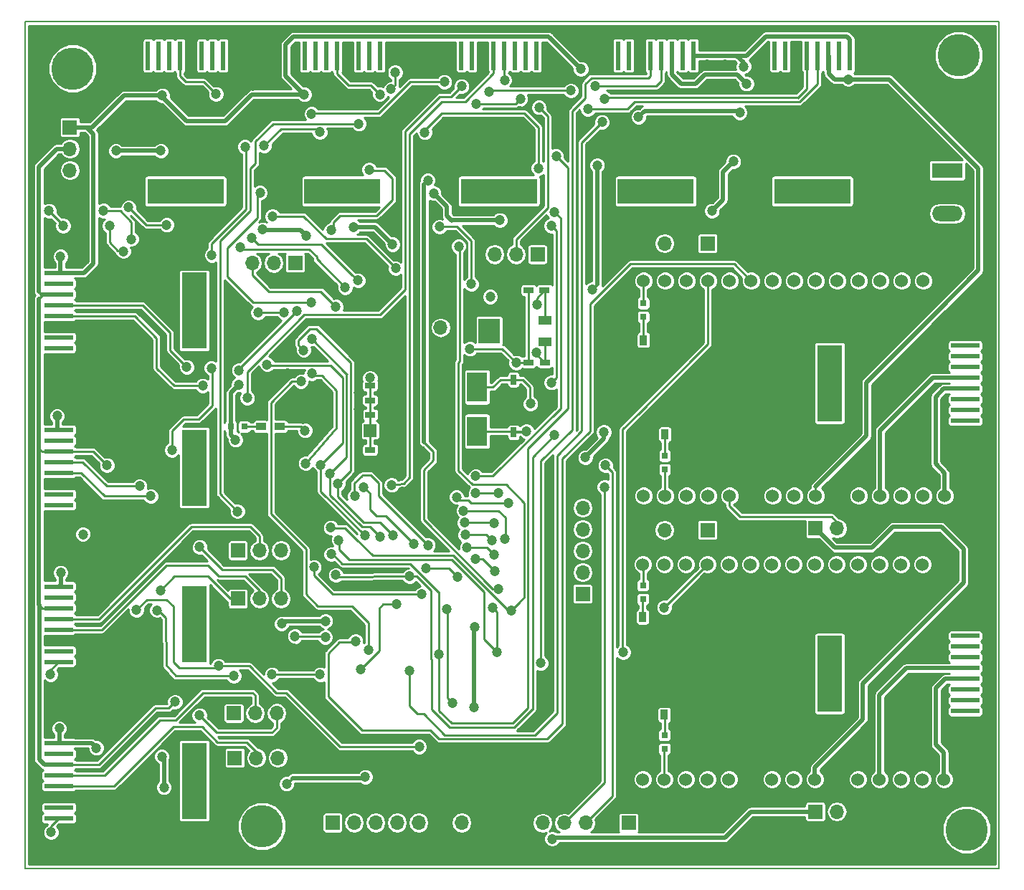
<source format=gbr>
G04 #@! TF.FileFunction,Copper,L1,Top,Signal*
%FSLAX46Y46*%
G04 Gerber Fmt 4.6, Leading zero omitted, Abs format (unit mm)*
G04 Created by KiCad (PCBNEW 4.0.6) date 07/05/17 08:39:22*
%MOMM*%
%LPD*%
G01*
G04 APERTURE LIST*
%ADD10C,0.100000*%
%ADD11C,0.150000*%
%ADD12R,3.600000X1.800000*%
%ADD13O,3.600000X1.800000*%
%ADD14R,3.400000X0.600000*%
%ADD15R,3.000000X9.000000*%
%ADD16C,5.000000*%
%ADD17R,0.750000X1.200000*%
%ADD18R,1.200000X0.750000*%
%ADD19R,0.800000X0.800000*%
%ADD20R,1.700000X1.700000*%
%ADD21O,1.700000X1.700000*%
%ADD22R,0.600000X3.400000*%
%ADD23R,9.000000X3.000000*%
%ADD24R,1.200000X0.900000*%
%ADD25C,1.524000*%
%ADD26R,2.400000X3.500000*%
%ADD27R,1.600000X1.000000*%
%ADD28R,2.500000X3.000000*%
%ADD29R,0.900000X1.200000*%
%ADD30C,1.200000*%
%ADD31C,0.500000*%
%ADD32C,0.254000*%
G04 APERTURE END LIST*
D10*
D11*
X66000000Y-35000000D02*
X66000000Y-135000000D01*
X66000000Y-135000000D02*
X181000000Y-135000000D01*
X181000000Y-35000000D02*
X181000000Y-135000000D01*
X66000000Y-35000000D02*
X181000000Y-35000000D01*
D10*
G36*
X106010000Y-84040000D02*
X106010000Y-82540000D01*
X107510000Y-82540000D01*
X107510000Y-84040000D01*
X106010000Y-84040000D01*
X106010000Y-84040000D01*
G37*
D12*
X174880000Y-52580000D03*
D13*
X174880000Y-57660000D03*
D14*
X70000000Y-73565000D03*
X70000000Y-72295000D03*
X70000000Y-71025000D03*
X70000000Y-69755000D03*
X70000000Y-68485000D03*
X70000000Y-67215000D03*
X70000000Y-65945000D03*
X70000000Y-64675000D03*
D15*
X86000000Y-69120000D03*
D14*
X70000000Y-110615000D03*
X70000000Y-109345000D03*
X70000000Y-108075000D03*
X70000000Y-106805000D03*
X70000000Y-105535000D03*
X70000000Y-104265000D03*
X70000000Y-102995000D03*
X70000000Y-101725000D03*
D15*
X86000000Y-106170000D03*
D16*
X71630000Y-40510000D03*
X93980000Y-130050000D03*
X177170000Y-130430000D03*
D17*
X123698000Y-77282000D03*
X123698000Y-79182000D03*
X123698000Y-83500000D03*
X123698000Y-81600000D03*
D18*
X127340000Y-66710000D03*
X125440000Y-66710000D03*
X125450000Y-75240000D03*
X127350000Y-75240000D03*
X106746000Y-77978000D03*
X108646000Y-77978000D03*
X106740000Y-79720000D03*
X108640000Y-79720000D03*
X106750000Y-81430000D03*
X108650000Y-81430000D03*
X106746000Y-85598000D03*
X108646000Y-85598000D03*
D19*
X90300000Y-82840000D03*
X91900000Y-82840000D03*
X138950000Y-101600000D03*
X138950000Y-103200000D03*
X141490000Y-120890000D03*
X141490000Y-119290000D03*
X139010000Y-68270000D03*
X139010000Y-69870000D03*
X141540000Y-87900000D03*
X141540000Y-86300000D03*
D20*
X71290000Y-47470000D03*
D21*
X71290000Y-50010000D03*
X71290000Y-52550000D03*
X71290000Y-55090000D03*
D20*
X115062000Y-68580000D03*
D21*
X115062000Y-71120000D03*
D20*
X131840000Y-102590000D03*
D21*
X131840000Y-100050000D03*
X131840000Y-97510000D03*
X131840000Y-94970000D03*
X131840000Y-92430000D03*
X131840000Y-89890000D03*
D20*
X102320000Y-129620000D03*
D21*
X104860000Y-129620000D03*
X107400000Y-129620000D03*
X109940000Y-129620000D03*
X112480000Y-129620000D03*
X115020000Y-129620000D03*
X117560000Y-129620000D03*
D20*
X137270000Y-129650000D03*
D21*
X134730000Y-129650000D03*
X132190000Y-129650000D03*
X129650000Y-129650000D03*
X127110000Y-129650000D03*
D20*
X126510000Y-62470000D03*
D21*
X123970000Y-62470000D03*
X121430000Y-62470000D03*
D20*
X97900000Y-63480000D03*
D21*
X95360000Y-63480000D03*
X92820000Y-63480000D03*
D20*
X146570000Y-95050000D03*
D21*
X144030000Y-95050000D03*
X141490000Y-95050000D03*
D20*
X159310000Y-128320000D03*
D21*
X161850000Y-128320000D03*
X164390000Y-128320000D03*
D14*
X177000000Y-107565000D03*
X177000000Y-108835000D03*
X177000000Y-110105000D03*
X177000000Y-111375000D03*
X177000000Y-112645000D03*
X177000000Y-113915000D03*
X177000000Y-115185000D03*
X177000000Y-116455000D03*
D15*
X161000000Y-112010000D03*
D20*
X146590000Y-61170000D03*
D21*
X144050000Y-61170000D03*
X141510000Y-61170000D03*
D20*
X159350000Y-94850000D03*
D21*
X161890000Y-94850000D03*
X164430000Y-94850000D03*
D14*
X177000000Y-73255000D03*
X177000000Y-74525000D03*
X177000000Y-75795000D03*
X177000000Y-77065000D03*
X177000000Y-78335000D03*
X177000000Y-79605000D03*
X177000000Y-80875000D03*
X177000000Y-82145000D03*
D15*
X161000000Y-77700000D03*
D22*
X117515000Y-39000000D03*
X118785000Y-39000000D03*
X120055000Y-39000000D03*
X121325000Y-39000000D03*
X122595000Y-39000000D03*
X123865000Y-39000000D03*
X125135000Y-39000000D03*
X126405000Y-39000000D03*
D23*
X121960000Y-55000000D03*
D22*
X80515000Y-39000000D03*
X81785000Y-39000000D03*
X83055000Y-39000000D03*
X84325000Y-39000000D03*
X85595000Y-39000000D03*
X86865000Y-39000000D03*
X88135000Y-39000000D03*
X89405000Y-39000000D03*
D23*
X84960000Y-55000000D03*
D22*
X136015000Y-39000000D03*
X137285000Y-39000000D03*
X138555000Y-39000000D03*
X139825000Y-39000000D03*
X141095000Y-39000000D03*
X142365000Y-39000000D03*
X143635000Y-39000000D03*
X144905000Y-39000000D03*
D23*
X140460000Y-55000000D03*
D14*
X70000000Y-129115000D03*
X70000000Y-127845000D03*
X70000000Y-126575000D03*
X70000000Y-125305000D03*
X70000000Y-124035000D03*
X70000000Y-122765000D03*
X70000000Y-121495000D03*
X70000000Y-120225000D03*
D15*
X86000000Y-124670000D03*
D22*
X99015000Y-39000000D03*
X100285000Y-39000000D03*
X101555000Y-39000000D03*
X102825000Y-39000000D03*
X104095000Y-39000000D03*
X105365000Y-39000000D03*
X106635000Y-39000000D03*
X107905000Y-39000000D03*
D23*
X103460000Y-55000000D03*
D14*
X70000000Y-92115000D03*
X70000000Y-90845000D03*
X70000000Y-89575000D03*
X70000000Y-88305000D03*
X70000000Y-87035000D03*
X70000000Y-85765000D03*
X70000000Y-84495000D03*
X70000000Y-83225000D03*
D15*
X86000000Y-87670000D03*
D20*
X90640000Y-116680000D03*
D21*
X93180000Y-116680000D03*
X95720000Y-116680000D03*
D20*
X90770000Y-121970000D03*
D21*
X93310000Y-121970000D03*
X95850000Y-121970000D03*
D20*
X91140000Y-97450000D03*
D21*
X93680000Y-97450000D03*
X96220000Y-97450000D03*
D20*
X91140000Y-103150000D03*
D21*
X93680000Y-103150000D03*
X96220000Y-103150000D03*
D24*
X96080000Y-82830000D03*
X93880000Y-82830000D03*
D25*
X138940000Y-99110000D03*
X141480000Y-99110000D03*
X144020000Y-99110000D03*
X146560000Y-99110000D03*
X149100000Y-99110000D03*
X151640000Y-99110000D03*
X154180000Y-99110000D03*
X156720000Y-99110000D03*
X159260000Y-99110000D03*
X161800000Y-99110000D03*
X164340000Y-99110000D03*
X166880000Y-99110000D03*
X169420000Y-99110000D03*
X171960000Y-99110000D03*
X174500000Y-99110000D03*
X174500000Y-124510000D03*
X171960000Y-124510000D03*
X169420000Y-124510000D03*
X166880000Y-124510000D03*
X164340000Y-124510000D03*
X161800000Y-124510000D03*
X159260000Y-124510000D03*
X156720000Y-124510000D03*
X154180000Y-124510000D03*
X151640000Y-124510000D03*
X149100000Y-124510000D03*
X146560000Y-124510000D03*
X144020000Y-124510000D03*
X141480000Y-124510000D03*
X138940000Y-124510000D03*
X139010000Y-65610000D03*
X141550000Y-65610000D03*
X144090000Y-65610000D03*
X146630000Y-65610000D03*
X149170000Y-65610000D03*
X151710000Y-65610000D03*
X154250000Y-65610000D03*
X156790000Y-65610000D03*
X159330000Y-65610000D03*
X161870000Y-65610000D03*
X164410000Y-65610000D03*
X166950000Y-65610000D03*
X169490000Y-65610000D03*
X172030000Y-65610000D03*
X174570000Y-65610000D03*
X174570000Y-91010000D03*
X172030000Y-91010000D03*
X169490000Y-91010000D03*
X166950000Y-91010000D03*
X164410000Y-91010000D03*
X161870000Y-91010000D03*
X159330000Y-91010000D03*
X156790000Y-91010000D03*
X154250000Y-91010000D03*
X151710000Y-91010000D03*
X149170000Y-91010000D03*
X146630000Y-91010000D03*
X144090000Y-91010000D03*
X141550000Y-91010000D03*
X139010000Y-91010000D03*
D26*
X119380000Y-83372000D03*
X119380000Y-78172000D03*
D27*
X127353333Y-70260000D03*
X127353333Y-72800000D03*
D28*
X120803333Y-71530000D03*
D29*
X141460000Y-116860000D03*
X141460000Y-114660000D03*
X139000000Y-72610000D03*
X139000000Y-74810000D03*
X141550000Y-83740000D03*
X141550000Y-81540000D03*
X138930000Y-105320000D03*
X138930000Y-107520000D03*
D16*
X176240000Y-38960000D03*
D22*
X154515000Y-39000000D03*
X155785000Y-39000000D03*
X157055000Y-39000000D03*
X158325000Y-39000000D03*
X159595000Y-39000000D03*
X160865000Y-39000000D03*
X162135000Y-39000000D03*
X163405000Y-39000000D03*
D23*
X158960000Y-55000000D03*
D30*
X120920000Y-67480000D03*
X72840000Y-95550000D03*
X91620000Y-69440000D03*
X90910000Y-67970000D03*
X79000000Y-84310000D03*
X81040000Y-84310000D03*
X77090000Y-78520000D03*
X91000000Y-86300000D03*
X114810000Y-61060000D03*
X122730000Y-47760000D03*
X107290000Y-49090000D03*
X102620000Y-48380000D03*
X156820000Y-51230000D03*
X100200000Y-51270000D03*
X96090000Y-49440000D03*
X166730000Y-43970000D03*
X168170000Y-45220000D03*
X170040000Y-46900000D03*
X173280000Y-44230000D03*
X171870000Y-42900000D03*
X170150000Y-41490000D03*
X168440000Y-40200000D03*
X143790000Y-81420000D03*
X141470000Y-74980000D03*
X123600000Y-84960000D03*
X118140000Y-87580000D03*
X116210000Y-86690000D03*
X114460000Y-90930000D03*
X110510000Y-90530000D03*
X112890000Y-86150000D03*
X110010000Y-84270000D03*
X105380000Y-80790000D03*
X88700000Y-45480000D03*
X112230000Y-40370000D03*
X112230000Y-37960000D03*
X148610000Y-40070000D03*
X146520000Y-40080000D03*
X163830000Y-45570000D03*
X147280000Y-47810000D03*
X161510000Y-47880000D03*
X140130000Y-48220000D03*
X141650000Y-52100000D03*
X114970000Y-63620000D03*
X126020000Y-81810000D03*
X125800000Y-76750000D03*
X121490000Y-76480000D03*
X68960000Y-54540000D03*
X75550000Y-53600000D03*
X147410000Y-42860000D03*
X91390000Y-37300000D03*
X93350000Y-92980000D03*
X127320000Y-114360000D03*
X131430000Y-112290000D03*
X96160000Y-86840000D03*
X93710000Y-86820000D03*
X84550000Y-60600000D03*
X86560000Y-60720000D03*
X85650000Y-59250000D03*
X85530000Y-62160000D03*
X105880000Y-70800000D03*
X122670000Y-82280000D03*
X122290000Y-78990000D03*
X92770000Y-84620000D03*
X93570000Y-78850000D03*
X75070000Y-129050000D03*
X77480000Y-129050000D03*
X77420000Y-127210000D03*
X75130000Y-127150000D03*
X76280000Y-92670000D03*
X78170000Y-92640000D03*
X78210000Y-94410000D03*
X72480000Y-75530000D03*
X72590000Y-77280000D03*
X72640000Y-78990000D03*
X138950000Y-109410000D03*
X140960000Y-109410000D03*
X143300000Y-109440000D03*
X143330000Y-111400000D03*
X141120000Y-111400000D03*
X138890000Y-111540000D03*
X96700000Y-74490000D03*
X93670000Y-76860000D03*
X96970000Y-76540000D03*
X90970000Y-73540000D03*
X105420000Y-78780000D03*
X109120000Y-77000000D03*
X110140000Y-80010000D03*
X107620000Y-66920000D03*
X109620000Y-66240000D03*
X116740000Y-48190000D03*
X114350000Y-50170000D03*
X115030000Y-66440000D03*
X72920000Y-111960000D03*
X77590000Y-65410000D03*
X75880000Y-65380000D03*
X154600000Y-46330000D03*
X166380000Y-70350000D03*
X163780000Y-70380000D03*
X168840000Y-70300000D03*
X148210000Y-37820000D03*
X150850000Y-40260000D03*
X150390000Y-45720000D03*
X138440000Y-46240000D03*
X131630000Y-40570000D03*
X98980000Y-43590000D03*
X69790000Y-81560000D03*
X70210000Y-100080000D03*
X70040000Y-118480000D03*
X70190000Y-62730000D03*
X132160000Y-86450000D03*
X134340000Y-83480000D03*
X132990000Y-66610000D03*
X133560000Y-51940000D03*
X90850000Y-84400000D03*
X91230000Y-77880000D03*
X106180000Y-124210000D03*
X96890000Y-125040000D03*
X119080000Y-106500000D03*
X118970000Y-116010000D03*
X101470000Y-105800000D03*
X74410000Y-120790000D03*
X82140000Y-121790000D03*
X82400000Y-125450000D03*
X96280000Y-106120000D03*
X82200000Y-43700000D03*
X122060000Y-58440000D03*
X114260000Y-55270000D03*
X104790000Y-59250000D03*
X109400000Y-61290000D03*
X99240000Y-60270000D03*
X82030000Y-50240000D03*
X76720000Y-50240000D03*
X94060000Y-59550000D03*
X128240000Y-131530000D03*
X147100000Y-57330000D03*
X149650000Y-51490000D03*
X83710000Y-115350000D03*
X75670000Y-87390000D03*
X151180000Y-42320000D03*
X163200000Y-41790000D03*
X125680000Y-80120000D03*
X125200000Y-83370000D03*
X126430000Y-68440000D03*
X118530000Y-73640000D03*
X124010000Y-75290000D03*
X126410000Y-74080000D03*
X106730000Y-77080000D03*
X121400000Y-97930000D03*
X118200000Y-97070000D03*
X121150000Y-96280000D03*
X117990000Y-95620000D03*
X122630000Y-96060000D03*
X117780000Y-92760000D03*
X121400000Y-94210000D03*
X117870000Y-94180000D03*
X119220000Y-88680000D03*
X128500000Y-57460000D03*
X126680000Y-45110000D03*
X102710000Y-68650000D03*
X109280000Y-89730000D03*
X92230000Y-79430000D03*
X117550000Y-42610000D03*
X122610000Y-41890000D03*
X88540000Y-43530000D03*
X126920000Y-110780000D03*
X133300000Y-42600000D03*
X69070000Y-130760000D03*
X70500000Y-59100000D03*
X68830000Y-57330000D03*
X77620000Y-62100000D03*
X75980000Y-59090000D03*
X103780000Y-66370000D03*
X91400000Y-61670000D03*
X86980000Y-77990000D03*
X85100000Y-75790000D03*
X107880000Y-43560000D03*
X111350000Y-111680000D03*
X134400000Y-44070000D03*
X134130000Y-46840000D03*
X115520000Y-42100000D03*
X120780000Y-43220000D03*
X130450000Y-43130000D03*
X132450000Y-45300000D03*
X99820000Y-45870000D03*
X69000000Y-112110000D03*
X75270000Y-57320000D03*
X78550000Y-60670000D03*
X92800000Y-60570000D03*
X105320000Y-65560000D03*
X80850000Y-91050000D03*
X79530000Y-89860000D03*
X124500000Y-44100000D03*
X119260000Y-44720000D03*
X81580000Y-104530000D03*
X90650000Y-112270000D03*
X86590000Y-116930000D03*
X112540000Y-120640000D03*
X88840000Y-111090000D03*
X79160000Y-104490000D03*
X91080000Y-92840000D03*
X105420000Y-47050000D03*
X100840000Y-112120000D03*
X95160000Y-112110000D03*
X81980000Y-102200000D03*
X86610000Y-97040000D03*
X99050000Y-83290000D03*
X102090000Y-94750000D03*
X117190000Y-61530000D03*
X123380000Y-104550000D03*
X113550000Y-53730000D03*
X121900000Y-101990000D03*
X121220000Y-104200000D03*
X103050000Y-96230000D03*
X121740000Y-109510000D03*
X102150000Y-97900000D03*
X128710000Y-50840000D03*
X114860000Y-109720000D03*
X128160000Y-59090000D03*
X128160000Y-77620000D03*
X128500000Y-83850000D03*
X102690000Y-100360000D03*
X111410000Y-100520000D03*
X98570000Y-77500000D03*
X106590000Y-109190000D03*
X134520000Y-87400000D03*
X119210000Y-90680000D03*
X121870000Y-90660000D03*
X134420000Y-89960000D03*
X123080000Y-91850000D03*
X116940000Y-91150000D03*
X99850000Y-76570000D03*
X99140000Y-87170000D03*
X109470000Y-95660000D03*
X100810000Y-48030000D03*
X94240000Y-49650000D03*
X91980000Y-49760000D03*
X88060000Y-62560000D03*
X93530000Y-69350000D03*
X96600000Y-69330000D03*
X98890000Y-73790000D03*
X109860000Y-103830000D03*
X105610000Y-111540000D03*
X102940000Y-89550000D03*
X93740000Y-55200000D03*
X99750000Y-68170000D03*
X99870000Y-72440000D03*
X107900000Y-95870000D03*
X101990000Y-88420000D03*
X94580000Y-75490000D03*
X106130000Y-95710000D03*
X100920000Y-87340000D03*
X114950000Y-59210000D03*
X118690000Y-65990000D03*
X113210000Y-48060000D03*
X109230000Y-42950000D03*
X109700000Y-40980000D03*
X78230000Y-56920000D03*
X82720000Y-58990000D03*
X126600000Y-52300000D03*
X95220000Y-57990000D03*
X109770000Y-64130000D03*
X106640000Y-52460000D03*
X102130000Y-59640000D03*
X98060000Y-69190000D03*
X91250000Y-76160000D03*
X87990000Y-75910000D03*
X83350000Y-85590000D03*
X100120000Y-99410000D03*
X112850000Y-102640000D03*
X105030000Y-108180000D03*
X101450000Y-107700000D03*
X97870000Y-107600000D03*
X141470000Y-104200000D03*
X119190000Y-98470000D03*
X121480000Y-99900000D03*
X113370000Y-99530000D03*
X117090000Y-100590000D03*
X111910000Y-96700000D03*
X105980000Y-89960000D03*
X136630000Y-109480000D03*
X116470000Y-115520000D03*
X115820000Y-104420000D03*
X113580000Y-96830000D03*
X104950000Y-91050000D03*
D31*
X79000000Y-84310000D02*
X81040000Y-84310000D01*
X72640000Y-78990000D02*
X73110000Y-78520000D01*
X73110000Y-78520000D02*
X77090000Y-78520000D01*
X92770000Y-84620000D02*
X91090000Y-86300000D01*
X91090000Y-86300000D02*
X91000000Y-86300000D01*
X114970000Y-63620000D02*
X114810000Y-63460000D01*
X114810000Y-63460000D02*
X114810000Y-61060000D01*
X116740000Y-48190000D02*
X117170000Y-47760000D01*
X117170000Y-47760000D02*
X122730000Y-47760000D01*
X102620000Y-48380000D02*
X102760000Y-48520000D01*
X102760000Y-48520000D02*
X106720000Y-48520000D01*
X106720000Y-48520000D02*
X107290000Y-49090000D01*
X100200000Y-51270000D02*
X102620000Y-48850000D01*
X102620000Y-48850000D02*
X102620000Y-48380000D01*
D32*
X154280000Y-50380000D02*
X153800000Y-49900000D01*
X153800000Y-49900000D02*
X153800000Y-47130000D01*
X153800000Y-47130000D02*
X154600000Y-46330000D01*
X156820000Y-51230000D02*
X156740000Y-51310000D01*
X156740000Y-51310000D02*
X156200000Y-51310000D01*
X156200000Y-51310000D02*
X155210000Y-51310000D01*
X155210000Y-51310000D02*
X154280000Y-50380000D01*
X154280000Y-50380000D02*
X154190000Y-50290000D01*
X96090000Y-49440000D02*
X96340000Y-49190000D01*
X96340000Y-49190000D02*
X98120000Y-49190000D01*
X98120000Y-49190000D02*
X100200000Y-51270000D01*
X163830000Y-45570000D02*
X165420000Y-43970000D01*
X165420000Y-43970000D02*
X166730000Y-43970000D01*
X166730000Y-43970000D02*
X166920000Y-43970000D01*
X166920000Y-43970000D02*
X168170000Y-45220000D01*
X168170000Y-45220000D02*
X168360000Y-45220000D01*
X168360000Y-45220000D02*
X170040000Y-46900000D01*
X173280000Y-44230000D02*
X173200000Y-44230000D01*
X173200000Y-44230000D02*
X171870000Y-42900000D01*
X171870000Y-42900000D02*
X171560000Y-42900000D01*
X171560000Y-42900000D02*
X170150000Y-41490000D01*
X170150000Y-41490000D02*
X169730000Y-41490000D01*
X169730000Y-41490000D02*
X168440000Y-40200000D01*
X139710000Y-81800000D02*
X139970000Y-81540000D01*
X139970000Y-81540000D02*
X141550000Y-81540000D01*
X137390000Y-92550000D02*
X137310000Y-92470000D01*
X137310000Y-92470000D02*
X137310000Y-84550000D01*
X137310000Y-84550000D02*
X137310000Y-84200000D01*
X137310000Y-84200000D02*
X139710000Y-81800000D01*
X144030000Y-95050000D02*
X142440000Y-93460000D01*
X142440000Y-93460000D02*
X138270000Y-93460000D01*
X138270000Y-93460000D02*
X138270000Y-93430000D01*
X138270000Y-93430000D02*
X137390000Y-92550000D01*
X143790000Y-81420000D02*
X141670000Y-81420000D01*
X141670000Y-81420000D02*
X141550000Y-81540000D01*
X139000000Y-74810000D02*
X139170000Y-74980000D01*
X139170000Y-74980000D02*
X141470000Y-74980000D01*
X118140000Y-87580000D02*
X119360000Y-86360000D01*
X119360000Y-86360000D02*
X122200000Y-86360000D01*
X122200000Y-86360000D02*
X123600000Y-84960000D01*
X114460000Y-90930000D02*
X116210000Y-89180000D01*
X116210000Y-89180000D02*
X116210000Y-86690000D01*
X110590000Y-90520000D02*
X112320000Y-88790000D01*
X110590000Y-90530000D02*
X110590000Y-90520000D01*
X110510000Y-90530000D02*
X110590000Y-90530000D01*
X112320000Y-88790000D02*
X112320000Y-86730000D01*
X112890000Y-86160000D02*
X112890000Y-86150000D01*
X112320000Y-86730000D02*
X112890000Y-86160000D01*
X109974000Y-84270000D02*
X110010000Y-84270000D01*
X108646000Y-85598000D02*
X109974000Y-84270000D01*
X110140000Y-80010000D02*
X109120000Y-78990000D01*
X109120000Y-78990000D02*
X109120000Y-77000000D01*
X105420000Y-78780000D02*
X105380000Y-78820000D01*
X105380000Y-78820000D02*
X105380000Y-80790000D01*
X90950000Y-43530000D02*
X91390000Y-43090000D01*
X91390000Y-43090000D02*
X91390000Y-42340000D01*
X91390000Y-42340000D02*
X91390000Y-37300000D01*
X88700000Y-45480000D02*
X88700000Y-45370000D01*
X88700000Y-45370000D02*
X88850000Y-45370000D01*
X88850000Y-45370000D02*
X89110000Y-45370000D01*
X89110000Y-45370000D02*
X90950000Y-43530000D01*
X112070000Y-39850000D02*
X112230000Y-40010000D01*
X112230000Y-40010000D02*
X112230000Y-40370000D01*
X112230000Y-40370000D02*
X112230000Y-37960000D01*
X146520000Y-40080000D02*
X146530000Y-40070000D01*
X146530000Y-40070000D02*
X148610000Y-40070000D01*
X163830000Y-45570000D02*
X163820000Y-45580000D01*
X116630000Y-41370000D02*
X115110000Y-39850000D01*
X115110000Y-39850000D02*
X112070000Y-39850000D01*
X112070000Y-39850000D02*
X109260000Y-39850000D01*
X109260000Y-39850000D02*
X108780000Y-40330000D01*
X119650000Y-41400000D02*
X119620000Y-41370000D01*
X119620000Y-41370000D02*
X116630000Y-41370000D01*
X120080000Y-39025000D02*
X120080000Y-40950000D01*
X120080000Y-40950000D02*
X120080000Y-40970000D01*
X120080000Y-40970000D02*
X119650000Y-41400000D01*
X108780000Y-40330000D02*
X108730000Y-40380000D01*
X108730000Y-40380000D02*
X108730000Y-41220000D01*
X108730000Y-41220000D02*
X108160000Y-41790000D01*
X104460000Y-41420000D02*
X104830000Y-41790000D01*
X104830000Y-41790000D02*
X108160000Y-41790000D01*
X104130000Y-39035000D02*
X104130000Y-41070000D01*
X104130000Y-41070000D02*
X104130000Y-41090000D01*
X104130000Y-41090000D02*
X104460000Y-41420000D01*
X120055000Y-39000000D02*
X120080000Y-39025000D01*
X104095000Y-39000000D02*
X104130000Y-39035000D01*
X147280000Y-47810000D02*
X146870000Y-48220000D01*
X146870000Y-48220000D02*
X140130000Y-48220000D01*
X155820000Y-43400000D02*
X157055000Y-42165000D01*
X157055000Y-42165000D02*
X157055000Y-39000000D01*
X163820000Y-45580000D02*
X162280000Y-45210000D01*
X162280000Y-45210000D02*
X155720000Y-45210000D01*
X155720000Y-45210000D02*
X154600000Y-46330000D01*
X161510000Y-47880000D02*
X161840000Y-47880000D01*
X161840000Y-47880000D02*
X161840000Y-47570000D01*
X161840000Y-47570000D02*
X161840000Y-47550000D01*
X161840000Y-47550000D02*
X163820000Y-45580000D01*
X150000000Y-49070000D02*
X152740000Y-46330000D01*
X152740000Y-46330000D02*
X154600000Y-46330000D01*
X141650000Y-52100000D02*
X142350000Y-51400000D01*
X142350000Y-51400000D02*
X147740000Y-51400000D01*
X147740000Y-51400000D02*
X147740000Y-51330000D01*
X147740000Y-51330000D02*
X150000000Y-49070000D01*
X140130000Y-48220000D02*
X140130000Y-50580000D01*
X140130000Y-50580000D02*
X141650000Y-52100000D01*
X115030000Y-66440000D02*
X114970000Y-66380000D01*
X114970000Y-66380000D02*
X114970000Y-63620000D01*
X123698000Y-81600000D02*
X123698000Y-79182000D01*
X127300000Y-78680000D02*
X127330000Y-78710000D01*
X127330000Y-78710000D02*
X127330000Y-80500000D01*
X127330000Y-80500000D02*
X126020000Y-81810000D01*
X126020000Y-81810000D02*
X123908000Y-81810000D01*
X123908000Y-81810000D02*
X123698000Y-81600000D01*
X125800000Y-76750000D02*
X125800000Y-77180000D01*
X125800000Y-77180000D02*
X127300000Y-78680000D01*
X71290000Y-55090000D02*
X70740000Y-54540000D01*
X70740000Y-54540000D02*
X68960000Y-54540000D01*
X147450000Y-43060000D02*
X147410000Y-43020000D01*
X147410000Y-43020000D02*
X147410000Y-42860000D01*
X155820000Y-43400000D02*
X147790000Y-43400000D01*
X147790000Y-43400000D02*
X147450000Y-43060000D01*
X157055000Y-39000000D02*
X157190000Y-39135000D01*
X90690000Y-36460000D02*
X91390000Y-37160000D01*
X91390000Y-37160000D02*
X91390000Y-37300000D01*
X86060000Y-36520000D02*
X86120000Y-36460000D01*
X86120000Y-36460000D02*
X90690000Y-36460000D01*
X85595000Y-39000000D02*
X85660000Y-38935000D01*
X85660000Y-38935000D02*
X85660000Y-36910000D01*
X85660000Y-36910000D02*
X85670000Y-36910000D01*
X85670000Y-36910000D02*
X86060000Y-36520000D01*
X93670000Y-76860000D02*
X93570000Y-76960000D01*
X93570000Y-76960000D02*
X93570000Y-78850000D01*
X93710000Y-86820000D02*
X93350000Y-87180000D01*
X93350000Y-87180000D02*
X93350000Y-92980000D01*
X92770000Y-84620000D02*
X93710000Y-85560000D01*
X93710000Y-85560000D02*
X93710000Y-86820000D01*
X93710000Y-86820000D02*
X93720000Y-86820000D01*
X93720000Y-86820000D02*
X93760000Y-86780000D01*
X77590000Y-65410000D02*
X82400000Y-60600000D01*
X82400000Y-60600000D02*
X84550000Y-60600000D01*
X84550000Y-60600000D02*
X86440000Y-60600000D01*
X86440000Y-60600000D02*
X86560000Y-60720000D01*
X86560000Y-60720000D02*
X86560000Y-60160000D01*
X86560000Y-60160000D02*
X85650000Y-59250000D01*
X85650000Y-59250000D02*
X85650000Y-62040000D01*
X85650000Y-62040000D02*
X85530000Y-62160000D01*
X123698000Y-81600000D02*
X123018000Y-82280000D01*
X123018000Y-82280000D02*
X122670000Y-82280000D01*
X123698000Y-79182000D02*
X123506000Y-78990000D01*
X123506000Y-78990000D02*
X122290000Y-78990000D01*
X108646000Y-77978000D02*
X109120000Y-77504000D01*
X109120000Y-77504000D02*
X109120000Y-77000000D01*
X108646000Y-77978000D02*
X108640000Y-77984000D01*
X108640000Y-77984000D02*
X108640000Y-79720000D01*
X108646000Y-85598000D02*
X108650000Y-85594000D01*
D31*
X108650000Y-85594000D02*
X108650000Y-81430000D01*
D32*
X108650000Y-81430000D02*
X108650000Y-79730000D01*
X108650000Y-79730000D02*
X108640000Y-79720000D01*
X70000000Y-126575000D02*
X70045000Y-126620000D01*
X70045000Y-126620000D02*
X74480000Y-126620000D01*
X74480000Y-126620000D02*
X75100000Y-127240000D01*
X75100000Y-127240000D02*
X75100000Y-129080000D01*
X75100000Y-129080000D02*
X75070000Y-129050000D01*
X75070000Y-129050000D02*
X77480000Y-129050000D01*
X77480000Y-129050000D02*
X77480000Y-127270000D01*
X77480000Y-127270000D02*
X77420000Y-127210000D01*
X77420000Y-127210000D02*
X75190000Y-127210000D01*
X75190000Y-127210000D02*
X75130000Y-127150000D01*
X70000000Y-108075000D02*
X70025000Y-108100000D01*
X70025000Y-108100000D02*
X71980000Y-108100000D01*
X72920000Y-111960000D02*
X72630000Y-111670000D01*
X72630000Y-111670000D02*
X72630000Y-108750000D01*
X72630000Y-108750000D02*
X71980000Y-108100000D01*
X71980000Y-108100000D02*
X71960000Y-108080000D01*
X75830000Y-92650000D02*
X75850000Y-92670000D01*
X75850000Y-92670000D02*
X76280000Y-92670000D01*
X76280000Y-92670000D02*
X78140000Y-92670000D01*
X78140000Y-92670000D02*
X78170000Y-92640000D01*
X78170000Y-92640000D02*
X78170000Y-94370000D01*
X78170000Y-94370000D02*
X78210000Y-94410000D01*
X70000000Y-89575000D02*
X70005000Y-89580000D01*
X70005000Y-89580000D02*
X72820000Y-89580000D01*
X72820000Y-89580000D02*
X72820000Y-89640000D01*
X72820000Y-89640000D02*
X75830000Y-92650000D01*
X70000000Y-71025000D02*
X70005000Y-71030000D01*
X70005000Y-71030000D02*
X71680000Y-71030000D01*
X71680000Y-71030000D02*
X72560000Y-71910000D01*
X72560000Y-71910000D02*
X72560000Y-75450000D01*
X72560000Y-75450000D02*
X72480000Y-75530000D01*
X72480000Y-75530000D02*
X72480000Y-77170000D01*
X72480000Y-77170000D02*
X72590000Y-77280000D01*
X72590000Y-77280000D02*
X72590000Y-78940000D01*
X72590000Y-78940000D02*
X72640000Y-78990000D01*
X141460000Y-114660000D02*
X141120000Y-114320000D01*
X141120000Y-114320000D02*
X141120000Y-111400000D01*
X138930000Y-107520000D02*
X138950000Y-107540000D01*
X138950000Y-107540000D02*
X138950000Y-109410000D01*
X138950000Y-109410000D02*
X140960000Y-109410000D01*
X140960000Y-109410000D02*
X143270000Y-109410000D01*
X143270000Y-109410000D02*
X143300000Y-109440000D01*
X143300000Y-109440000D02*
X143300000Y-111370000D01*
X143300000Y-111370000D02*
X143330000Y-111400000D01*
X143330000Y-111400000D02*
X141120000Y-111400000D01*
X141120000Y-111400000D02*
X139030000Y-111400000D01*
X139030000Y-111400000D02*
X138890000Y-111540000D01*
X138890000Y-111540000D02*
X138890000Y-109280000D01*
X138890000Y-109280000D02*
X138950000Y-109220000D01*
X96710000Y-74190000D02*
X96700000Y-74200000D01*
X96700000Y-74200000D02*
X96700000Y-74490000D01*
X96670000Y-74190000D02*
X96710000Y-74190000D01*
X96970000Y-76540000D02*
X96620000Y-76540000D01*
X96620000Y-76540000D02*
X93990000Y-76540000D01*
X93990000Y-76540000D02*
X93670000Y-76860000D01*
X92980000Y-71200000D02*
X92980000Y-72790000D01*
X92880000Y-71100000D02*
X92980000Y-71200000D01*
X90950000Y-71100000D02*
X92880000Y-71100000D01*
X90970000Y-71120000D02*
X90950000Y-71100000D01*
X90970000Y-73540000D02*
X90970000Y-71120000D01*
X166380000Y-70350000D02*
X163810000Y-70350000D01*
X163810000Y-70350000D02*
X163780000Y-70380000D01*
X163780000Y-70380000D02*
X161020000Y-70380000D01*
X161020000Y-70380000D02*
X160960000Y-70440000D01*
X168840000Y-70300000D02*
X168790000Y-70350000D01*
X168790000Y-70350000D02*
X166380000Y-70350000D01*
X174570000Y-65610000D02*
X169880000Y-70300000D01*
X169880000Y-70300000D02*
X168840000Y-70300000D01*
X138870000Y-36770000D02*
X138940000Y-36700000D01*
X138940000Y-36700000D02*
X147090000Y-36700000D01*
X147090000Y-36700000D02*
X148210000Y-37820000D01*
X138555000Y-39000000D02*
X138530000Y-38975000D01*
X138530000Y-38975000D02*
X138530000Y-37110000D01*
X138530000Y-37110000D02*
X138870000Y-36770000D01*
X150850000Y-39830000D02*
X150850000Y-40260000D01*
D31*
X150020000Y-39000000D02*
X150850000Y-39830000D01*
X139170000Y-45510000D02*
X138440000Y-46240000D01*
X150180000Y-45510000D02*
X139170000Y-45510000D01*
D32*
X150390000Y-45720000D02*
X150180000Y-45510000D01*
D31*
X96760000Y-37690000D02*
X97680000Y-36770000D01*
X97680000Y-36770000D02*
X127820000Y-36770000D01*
D32*
X127820000Y-36770000D02*
X127890000Y-36840000D01*
X127890000Y-36840000D02*
X127890000Y-36830000D01*
D31*
X127890000Y-36830000D02*
X131630000Y-40570000D01*
X98980000Y-43590000D02*
X96760000Y-41370000D01*
X96760000Y-41370000D02*
X96760000Y-37690000D01*
X85080000Y-46710000D02*
X82200000Y-43830000D01*
D32*
X82200000Y-43830000D02*
X82200000Y-43700000D01*
D31*
X89650000Y-46710000D02*
X85080000Y-46710000D01*
X98980000Y-43590000D02*
X93800000Y-43590000D01*
X93800000Y-43590000D02*
X92960000Y-43590000D01*
D32*
X92960000Y-43590000D02*
X92770000Y-43590000D01*
D31*
X92770000Y-43590000D02*
X89650000Y-46710000D01*
X69790000Y-81560000D02*
X69790000Y-83015000D01*
D32*
X69790000Y-83015000D02*
X70000000Y-83225000D01*
D31*
X70210000Y-100080000D02*
X70210000Y-101515000D01*
D32*
X70210000Y-101515000D02*
X70000000Y-101725000D01*
X70000000Y-120225000D02*
X70040000Y-120185000D01*
D31*
X70040000Y-120185000D02*
X70040000Y-118480000D01*
X70190000Y-62730000D02*
X70190000Y-64485000D01*
D32*
X70190000Y-64485000D02*
X70000000Y-64675000D01*
D31*
X132160000Y-86450000D02*
X134340000Y-84270000D01*
X134340000Y-84270000D02*
X134340000Y-83480000D01*
D32*
X134340000Y-83480000D02*
X134380000Y-83440000D01*
X134380000Y-83440000D02*
X134380000Y-83410000D01*
X132990000Y-66610000D02*
X133560000Y-66040000D01*
D31*
X133560000Y-66040000D02*
X133560000Y-51940000D01*
D32*
X133560000Y-51940000D02*
X133610000Y-51940000D01*
D31*
X90850000Y-84400000D02*
X90300000Y-83850000D01*
X90300000Y-83850000D02*
X90300000Y-82840000D01*
X90300000Y-82840000D02*
X90300000Y-78810000D01*
X90300000Y-78810000D02*
X91230000Y-77880000D01*
D32*
X106180000Y-124210000D02*
X106030000Y-124360000D01*
D31*
X106030000Y-124360000D02*
X97570000Y-124360000D01*
D32*
X97570000Y-124360000D02*
X96890000Y-125040000D01*
X119080000Y-106500000D02*
X118970000Y-106610000D01*
D31*
X118970000Y-106610000D02*
X118970000Y-116010000D01*
X100710000Y-105800000D02*
X101470000Y-105800000D01*
X70000000Y-120225000D02*
X73845000Y-120225000D01*
X73845000Y-120225000D02*
X74410000Y-120790000D01*
D32*
X82140000Y-121790000D02*
X82400000Y-122050000D01*
D31*
X82400000Y-122050000D02*
X82400000Y-125450000D01*
D32*
X96280000Y-106120000D02*
X96600000Y-105800000D01*
D31*
X96600000Y-105800000D02*
X100710000Y-105800000D01*
D32*
X70000000Y-64610000D02*
X70000000Y-64675000D01*
X70000000Y-83120000D02*
X70000000Y-83225000D01*
X70000000Y-101440000D02*
X70000000Y-101725000D01*
D31*
X70000000Y-64675000D02*
X72945000Y-64675000D01*
X72945000Y-64675000D02*
X74070000Y-63550000D01*
X74070000Y-63550000D02*
X74070000Y-48230000D01*
X74070000Y-48230000D02*
X73310000Y-47470000D01*
X73310000Y-47470000D02*
X71290000Y-47470000D01*
X144905000Y-39000000D02*
X150020000Y-39000000D01*
X150020000Y-39000000D02*
X151190000Y-39000000D01*
X151190000Y-39000000D02*
X153470000Y-36720000D01*
X153470000Y-36720000D02*
X163050000Y-36720000D01*
X163050000Y-36720000D02*
X163405000Y-37075000D01*
X163405000Y-37075000D02*
X163405000Y-39000000D01*
X71290000Y-47470000D02*
X73910000Y-47470000D01*
X73910000Y-47470000D02*
X77680000Y-43700000D01*
X77680000Y-43700000D02*
X82200000Y-43700000D01*
D32*
X116350000Y-58460000D02*
X116360000Y-58450000D01*
D31*
X116360000Y-58450000D02*
X122050000Y-58450000D01*
D32*
X122050000Y-58450000D02*
X122060000Y-58440000D01*
D31*
X114260000Y-55270000D02*
X115800000Y-56810000D01*
X115800000Y-56810000D02*
X115800000Y-57910000D01*
X115800000Y-57910000D02*
X116350000Y-58460000D01*
X104790000Y-59250000D02*
X107360000Y-59250000D01*
X107360000Y-59250000D02*
X109400000Y-61290000D01*
X151180000Y-42320000D02*
X150090000Y-41230000D01*
X150090000Y-41230000D02*
X146260000Y-41230000D01*
X146260000Y-41230000D02*
X145170000Y-42320000D01*
D32*
X94060000Y-59550000D02*
X94080000Y-59570000D01*
D31*
X94080000Y-59570000D02*
X98540000Y-59570000D01*
X98540000Y-59570000D02*
X99240000Y-60270000D01*
X76720000Y-50240000D02*
X82030000Y-50240000D01*
D32*
X128240000Y-131530000D02*
X128400000Y-131370000D01*
D31*
X128400000Y-131370000D02*
X148650000Y-131370000D01*
X148650000Y-131370000D02*
X151700000Y-128320000D01*
X151700000Y-128320000D02*
X159310000Y-128320000D01*
X147100000Y-57330000D02*
X148420000Y-56010000D01*
X148420000Y-56010000D02*
X148420000Y-52720000D01*
X148420000Y-52720000D02*
X149650000Y-51490000D01*
D32*
X159330000Y-91010000D02*
X159330000Y-89950000D01*
D31*
X159330000Y-89950000D02*
X165350000Y-83930000D01*
X165350000Y-83930000D02*
X165350000Y-77610000D01*
X165350000Y-77610000D02*
X173620000Y-69340000D01*
D32*
X173620000Y-69340000D02*
X173620000Y-69310000D01*
D31*
X173620000Y-69310000D02*
X178560000Y-64370000D01*
X178560000Y-64370000D02*
X178560000Y-52310000D01*
X178560000Y-52310000D02*
X168040000Y-41790000D01*
X168040000Y-41790000D02*
X163200000Y-41790000D01*
X159260000Y-124510000D02*
X159260000Y-123090000D01*
X159260000Y-123090000D02*
X164910000Y-117440000D01*
X164910000Y-117440000D02*
X164910000Y-113170000D01*
X164910000Y-113170000D02*
X176800000Y-101280000D01*
X176800000Y-101280000D02*
X176800000Y-97260000D01*
X176800000Y-97260000D02*
X174200000Y-94660000D01*
X174200000Y-94660000D02*
X168450000Y-94660000D01*
X168450000Y-94660000D02*
X165990000Y-97120000D01*
X165990000Y-97120000D02*
X161620000Y-97120000D01*
X161620000Y-97120000D02*
X159350000Y-94850000D01*
D32*
X83710000Y-115350000D02*
X82970000Y-116090000D01*
X82970000Y-116090000D02*
X81380000Y-116090000D01*
X81380000Y-116090000D02*
X74705000Y-122765000D01*
X74705000Y-122765000D02*
X70000000Y-122765000D01*
X70000000Y-122765000D02*
X68255000Y-122765000D01*
D31*
X68255000Y-122765000D02*
X67660000Y-122170000D01*
X67660000Y-122170000D02*
X67660000Y-103870000D01*
D32*
X70000000Y-104265000D02*
X68055000Y-104265000D01*
X68055000Y-104265000D02*
X67660000Y-103870000D01*
X67660000Y-103870000D02*
X67640000Y-103850000D01*
D31*
X67640000Y-103850000D02*
X67640000Y-85400000D01*
D32*
X70000000Y-85765000D02*
X74045000Y-85765000D01*
X74045000Y-85765000D02*
X75670000Y-87390000D01*
X70000000Y-67215000D02*
X68135000Y-67215000D01*
X68135000Y-67215000D02*
X67640000Y-67710000D01*
D31*
X67640000Y-67710000D02*
X67640000Y-85400000D01*
D32*
X67640000Y-85400000D02*
X68005000Y-85765000D01*
X68005000Y-85765000D02*
X70000000Y-85765000D01*
D31*
X70000000Y-67215000D02*
X67975000Y-67215000D01*
D32*
X67975000Y-67215000D02*
X67640000Y-66880000D01*
D31*
X67640000Y-66880000D02*
X67640000Y-52130000D01*
X67640000Y-52130000D02*
X69760000Y-50010000D01*
X69760000Y-50010000D02*
X71290000Y-50010000D01*
X142365000Y-39000000D02*
X142365000Y-41235000D01*
X142365000Y-41235000D02*
X143450000Y-42320000D01*
X143450000Y-42320000D02*
X145170000Y-42320000D01*
D32*
X163200000Y-41790000D02*
X163180000Y-41810000D01*
D31*
X163180000Y-41810000D02*
X161590000Y-41810000D01*
X161590000Y-41810000D02*
X160890000Y-41110000D01*
X160890000Y-41110000D02*
X160890000Y-39025000D01*
D32*
X160890000Y-39025000D02*
X160865000Y-39000000D01*
X125680000Y-80120000D02*
X125600000Y-80040000D01*
X125600000Y-80040000D02*
X125600000Y-78150000D01*
X125600000Y-78150000D02*
X124732000Y-77282000D01*
X124732000Y-77282000D02*
X123698000Y-77282000D01*
X119380000Y-78172000D02*
X121248000Y-78172000D01*
X121248000Y-78172000D02*
X122138000Y-77282000D01*
X122138000Y-77282000D02*
X123698000Y-77282000D01*
X125200000Y-83370000D02*
X124360000Y-83370000D01*
X124360000Y-83370000D02*
X123828000Y-83370000D01*
X123828000Y-83370000D02*
X123698000Y-83500000D01*
X125200000Y-83370000D02*
X125070000Y-83500000D01*
X125070000Y-83500000D02*
X123698000Y-83500000D01*
X119380000Y-83372000D02*
X123570000Y-83372000D01*
X123570000Y-83372000D02*
X123698000Y-83500000D01*
X127340000Y-66710000D02*
X126430000Y-67620000D01*
X126430000Y-67620000D02*
X126430000Y-68440000D01*
X127353333Y-70260000D02*
X127353333Y-66723333D01*
X127353333Y-66723333D02*
X127340000Y-66710000D01*
X125440000Y-66710000D02*
X125450000Y-66720000D01*
X125450000Y-66720000D02*
X125450000Y-75240000D01*
X118530000Y-73640000D02*
X118550000Y-73620000D01*
X118550000Y-73620000D02*
X122340000Y-73620000D01*
X122340000Y-73620000D02*
X124010000Y-75290000D01*
X125450000Y-75240000D02*
X124060000Y-75240000D01*
X124060000Y-75240000D02*
X124010000Y-75290000D01*
X127350000Y-75240000D02*
X126410000Y-74300000D01*
X126410000Y-74300000D02*
X126410000Y-74080000D01*
X127350000Y-75240000D02*
X127350000Y-72803333D01*
X127350000Y-72803333D02*
X127353333Y-72800000D01*
X106760000Y-83290000D02*
X106746000Y-83304000D01*
X106746000Y-83304000D02*
X106746000Y-85598000D01*
X106750000Y-81430000D02*
X106760000Y-81440000D01*
X106760000Y-81440000D02*
X106760000Y-83290000D01*
X106750000Y-81430000D02*
X106740000Y-81420000D01*
X106740000Y-81420000D02*
X106740000Y-79720000D01*
X106746000Y-77978000D02*
X106740000Y-77984000D01*
X106740000Y-77984000D02*
X106740000Y-79720000D01*
X106730000Y-77080000D02*
X106746000Y-77096000D01*
X106746000Y-77096000D02*
X106746000Y-77978000D01*
X106746000Y-77978000D02*
X106746000Y-77096000D01*
X106746000Y-77096000D02*
X106730000Y-77080000D01*
X106746000Y-77978000D02*
X106746000Y-80518000D01*
X106746000Y-80518000D02*
X106746000Y-83058000D01*
X106746000Y-83058000D02*
X106746000Y-85598000D01*
X91900000Y-82840000D02*
X93870000Y-82840000D01*
X93870000Y-82840000D02*
X93880000Y-82830000D01*
X138950000Y-101600000D02*
X138950000Y-99120000D01*
X138950000Y-99120000D02*
X138940000Y-99110000D01*
X141480000Y-124510000D02*
X141480000Y-120900000D01*
X141480000Y-120900000D02*
X141490000Y-120890000D01*
X139010000Y-68270000D02*
X139010000Y-65610000D01*
X141540000Y-87900000D02*
X141540000Y-91000000D01*
X141540000Y-91000000D02*
X141550000Y-91010000D01*
X121400000Y-97930000D02*
X120540000Y-97070000D01*
X120540000Y-97070000D02*
X118200000Y-97070000D01*
X121150000Y-96280000D02*
X120490000Y-95620000D01*
X120490000Y-95620000D02*
X117990000Y-95620000D01*
X122630000Y-96060000D02*
X122710000Y-95980000D01*
X122710000Y-95980000D02*
X122710000Y-93590000D01*
X122710000Y-93590000D02*
X121880000Y-92760000D01*
X121880000Y-92760000D02*
X117780000Y-92760000D01*
X121400000Y-94210000D02*
X121370000Y-94180000D01*
X121370000Y-94180000D02*
X117870000Y-94180000D01*
X128500000Y-57460000D02*
X128510000Y-57460000D01*
X128510000Y-57460000D02*
X129240000Y-58190000D01*
X129240000Y-58190000D02*
X129240000Y-80690000D01*
X119220000Y-88680000D02*
X121250000Y-88680000D01*
X121250000Y-88680000D02*
X129240000Y-80690000D01*
X123970000Y-62470000D02*
X123970000Y-60700000D01*
X123970000Y-60700000D02*
X127710000Y-56960000D01*
X127710000Y-56960000D02*
X127710000Y-46140000D01*
X127710000Y-46140000D02*
X126680000Y-45110000D01*
X102710000Y-68650000D02*
X100920000Y-66860000D01*
X100920000Y-66860000D02*
X94770000Y-66860000D01*
X94770000Y-66860000D02*
X92820000Y-64910000D01*
X92820000Y-64910000D02*
X92820000Y-63480000D01*
D31*
X177000000Y-111375000D02*
X170035000Y-111375000D01*
X170035000Y-111375000D02*
X166880000Y-114530000D01*
X166880000Y-114530000D02*
X166880000Y-124510000D01*
X177000000Y-112645000D02*
X174635000Y-112645000D01*
X174635000Y-112645000D02*
X173560000Y-113720000D01*
X173560000Y-113720000D02*
X173560000Y-120420000D01*
X173560000Y-120420000D02*
X174500000Y-121360000D01*
X174500000Y-121360000D02*
X174500000Y-124510000D01*
D32*
X161890000Y-94850000D02*
X161890000Y-94160000D01*
X161890000Y-94160000D02*
X161220000Y-93490000D01*
X161220000Y-93490000D02*
X150430000Y-93490000D01*
X150430000Y-93490000D02*
X149170000Y-92230000D01*
X149170000Y-92230000D02*
X149170000Y-91010000D01*
D31*
X177000000Y-77065000D02*
X173165000Y-77065000D01*
X173165000Y-77065000D02*
X166950000Y-83280000D01*
X166950000Y-83280000D02*
X166950000Y-91010000D01*
X177000000Y-78335000D02*
X174465000Y-78335000D01*
X174465000Y-78335000D02*
X173510000Y-79290000D01*
X173510000Y-79290000D02*
X173510000Y-87230000D01*
X173510000Y-87230000D02*
X174570000Y-88290000D01*
X174570000Y-88290000D02*
X174570000Y-91010000D01*
D32*
X109280000Y-89730000D02*
X109310000Y-89760000D01*
X109310000Y-89760000D02*
X109280000Y-89730000D01*
X111390000Y-88350000D02*
X111390000Y-88840000D01*
X111390000Y-88840000D02*
X110690000Y-89540000D01*
X110690000Y-89540000D02*
X109280000Y-89730000D01*
X121325000Y-39000000D02*
X121325000Y-41095000D01*
X121325000Y-41095000D02*
X117960000Y-44460000D01*
X117960000Y-44460000D02*
X115180000Y-44460000D01*
X115180000Y-44460000D02*
X111390000Y-48250000D01*
X111390000Y-48250000D02*
X111390000Y-88350000D01*
X111390000Y-88350000D02*
X111390000Y-88370000D01*
X117550000Y-42610000D02*
X116320000Y-43840000D01*
X116320000Y-43840000D02*
X114970000Y-43840000D01*
X98960000Y-69630000D02*
X93950000Y-74640000D01*
X107900000Y-69630000D02*
X98960000Y-69630000D01*
X110910000Y-66620000D02*
X107900000Y-69630000D01*
X110910000Y-47900000D02*
X110910000Y-66620000D01*
X114970000Y-43840000D02*
X110910000Y-47900000D01*
X92230000Y-76360000D02*
X92230000Y-79430000D01*
X93950000Y-74640000D02*
X92230000Y-76360000D01*
X122595000Y-39000000D02*
X122595000Y-41875000D01*
X122595000Y-41875000D02*
X122610000Y-41890000D01*
X88540000Y-43530000D02*
X87090000Y-42080000D01*
X87090000Y-42080000D02*
X84970000Y-42080000D01*
X84970000Y-42080000D02*
X84325000Y-41435000D01*
X84325000Y-41435000D02*
X84325000Y-39000000D01*
X134530000Y-41610000D02*
X132860000Y-41610000D01*
X132860000Y-41610000D02*
X132140000Y-42330000D01*
X132140000Y-42330000D02*
X132140000Y-44010000D01*
X132140000Y-44010000D02*
X130590000Y-45560000D01*
X126920000Y-110780000D02*
X126910000Y-110780000D01*
X126910000Y-110780000D02*
X126910000Y-110830000D01*
X139825000Y-39000000D02*
X139825000Y-41365000D01*
X139825000Y-41365000D02*
X139570000Y-41610000D01*
X139570000Y-41610000D02*
X134530000Y-41610000D01*
X130590000Y-45560000D02*
X130590000Y-83220000D01*
X130590000Y-83220000D02*
X126910000Y-86900000D01*
X126910000Y-86900000D02*
X126910000Y-110830000D01*
X141095000Y-39000000D02*
X141095000Y-41975000D01*
X141095000Y-41975000D02*
X140540000Y-42580000D01*
X140540000Y-42580000D02*
X133300000Y-42600000D01*
X70000000Y-129115000D02*
X69070000Y-130045000D01*
X69070000Y-130045000D02*
X69070000Y-130760000D01*
X70500000Y-59100000D02*
X70500000Y-59000000D01*
X70500000Y-59000000D02*
X68830000Y-57330000D01*
X77620000Y-62100000D02*
X77620000Y-62020000D01*
X77620000Y-62020000D02*
X77200000Y-62020000D01*
X77200000Y-62020000D02*
X76950000Y-62020000D01*
X76950000Y-62020000D02*
X75980000Y-61050000D01*
X75980000Y-61050000D02*
X75980000Y-59080000D01*
X75980000Y-59080000D02*
X75980000Y-59090000D01*
X75980000Y-59090000D02*
X75980000Y-59100000D01*
X75980000Y-59100000D02*
X76000000Y-59120000D01*
X103780000Y-66370000D02*
X100440000Y-63030000D01*
X100440000Y-63030000D02*
X100440000Y-62720000D01*
X100440000Y-62720000D02*
X99570000Y-61850000D01*
X99570000Y-61850000D02*
X91380000Y-61850000D01*
X91380000Y-61850000D02*
X91400000Y-61830000D01*
X91400000Y-61830000D02*
X91400000Y-61670000D01*
X91400000Y-61670000D02*
X91400000Y-61710000D01*
X93310000Y-121970000D02*
X93310000Y-121280000D01*
X93310000Y-121280000D02*
X92140000Y-120110000D01*
X92140000Y-120110000D02*
X88730000Y-120110000D01*
X88730000Y-120110000D02*
X86920000Y-118300000D01*
X70000000Y-125305000D02*
X76515000Y-125305000D01*
X76515000Y-125305000D02*
X83520000Y-118300000D01*
X83520000Y-118300000D02*
X86920000Y-118300000D01*
X81950000Y-117490000D02*
X83800000Y-117490000D01*
X83800000Y-117490000D02*
X87030000Y-114260000D01*
X87030000Y-114260000D02*
X92860000Y-114260000D01*
X70000000Y-124035000D02*
X75405000Y-124035000D01*
X75405000Y-124035000D02*
X81950000Y-117490000D01*
X92860000Y-114260000D02*
X93180000Y-114580000D01*
X93180000Y-114580000D02*
X93180000Y-116680000D01*
X70000000Y-69755000D02*
X78935000Y-69755000D01*
X78935000Y-69755000D02*
X81530000Y-72350000D01*
X81530000Y-72350000D02*
X81530000Y-75900000D01*
X81530000Y-75900000D02*
X83620000Y-77990000D01*
X83620000Y-77990000D02*
X86980000Y-77990000D01*
X70000000Y-68485000D02*
X79885000Y-68485000D01*
X79885000Y-68485000D02*
X83130000Y-71730000D01*
X83130000Y-71730000D02*
X83130000Y-73820000D01*
X83130000Y-73820000D02*
X85100000Y-75790000D01*
X102825000Y-39000000D02*
X102825000Y-41135000D01*
X102825000Y-41135000D02*
X104210000Y-42520000D01*
X104210000Y-42520000D02*
X106840000Y-42520000D01*
X106840000Y-42520000D02*
X107880000Y-43560000D01*
X134400000Y-44070000D02*
X134490000Y-43980000D01*
X134490000Y-43980000D02*
X136250000Y-43980000D01*
X157260000Y-43973972D02*
X157253972Y-43980000D01*
X157253972Y-43980000D02*
X136250000Y-43980000D01*
X158323972Y-42910000D02*
X157260000Y-43973972D01*
X157260000Y-43973972D02*
X157260000Y-44005998D01*
X158325000Y-42390000D02*
X158323972Y-42391028D01*
X158323972Y-42391028D02*
X158323972Y-42910000D01*
X158323972Y-42910000D02*
X158323972Y-42953972D01*
X111350000Y-111680000D02*
X111350000Y-115860000D01*
X111350000Y-115860000D02*
X112280000Y-116790000D01*
X112280000Y-116790000D02*
X113050000Y-116790000D01*
X113050000Y-116790000D02*
X115515998Y-119255998D01*
X115515998Y-119255998D02*
X126194002Y-119255998D01*
X126194002Y-119255998D02*
X126950000Y-118500000D01*
X134130000Y-46840000D02*
X131740000Y-49230000D01*
X131740000Y-49230000D02*
X131740000Y-83350000D01*
X131740000Y-83350000D02*
X128820000Y-86270000D01*
X128820000Y-86270000D02*
X128820000Y-116630000D01*
X128820000Y-116630000D02*
X126950000Y-118500000D01*
X158325000Y-39000000D02*
X158325000Y-42390000D01*
X132450000Y-45300000D02*
X137150000Y-45300000D01*
X137150000Y-45300000D02*
X137990000Y-44460000D01*
X137990000Y-44460000D02*
X157460000Y-44460000D01*
X157460000Y-44460000D02*
X159595000Y-42325000D01*
X159595000Y-42325000D02*
X159595000Y-39000000D01*
X120780000Y-43220000D02*
X120870000Y-43130000D01*
X120870000Y-43130000D02*
X130450000Y-43130000D01*
X99820000Y-45870000D02*
X99890000Y-45800000D01*
X99890000Y-45800000D02*
X107780000Y-45800000D01*
X107780000Y-45800000D02*
X111480000Y-42100000D01*
X111480000Y-42100000D02*
X115520000Y-42100000D01*
X115520000Y-42100000D02*
X115630000Y-42210000D01*
X70000000Y-110615000D02*
X69000000Y-111615000D01*
X69000000Y-111615000D02*
X69000000Y-112110000D01*
X78550000Y-60670000D02*
X78550000Y-58950000D01*
X78550000Y-58950000D02*
X78550000Y-58710000D01*
X78550000Y-58710000D02*
X77240000Y-57320000D01*
X77240000Y-57320000D02*
X75270000Y-57320000D01*
X104570000Y-64860000D02*
X101400000Y-61690000D01*
X105270000Y-65560000D02*
X105320000Y-65560000D01*
X104570000Y-64860000D02*
X105270000Y-65560000D01*
X93530000Y-61300000D02*
X92800000Y-60570000D01*
X101010000Y-61300000D02*
X93530000Y-61300000D01*
X101400000Y-61690000D02*
X101010000Y-61300000D01*
X70000000Y-106805000D02*
X75085000Y-106805000D01*
X75085000Y-106805000D02*
X82680000Y-99210000D01*
X82680000Y-99210000D02*
X87590000Y-99210000D01*
X87590000Y-99210000D02*
X88850000Y-100470000D01*
X88850000Y-100470000D02*
X91970000Y-100470000D01*
X91970000Y-100470000D02*
X93680000Y-102180000D01*
X93680000Y-102180000D02*
X93680000Y-103150000D01*
X70000000Y-105535000D02*
X74755000Y-105535000D01*
X74755000Y-105535000D02*
X85610000Y-94680000D01*
X85610000Y-94680000D02*
X92620000Y-94680000D01*
X92620000Y-94680000D02*
X93680000Y-95740000D01*
X93680000Y-95740000D02*
X93680000Y-97450000D01*
X70000000Y-88305000D02*
X72625000Y-88305000D01*
X72625000Y-88305000D02*
X75370000Y-91050000D01*
X75370000Y-91050000D02*
X80850000Y-91050000D01*
X70000000Y-87035000D02*
X72815000Y-87035000D01*
X72815000Y-87035000D02*
X75640000Y-89860000D01*
X75640000Y-89860000D02*
X79530000Y-89860000D01*
X124500000Y-44100000D02*
X123880000Y-44720000D01*
X123880000Y-44720000D02*
X119260000Y-44720000D01*
X81580000Y-104530000D02*
X81750000Y-104530000D01*
X81750000Y-104530000D02*
X82640000Y-105420000D01*
X82640000Y-105420000D02*
X82650000Y-111020000D01*
X82650000Y-111020000D02*
X83770000Y-112270000D01*
X83770000Y-112270000D02*
X90650000Y-112270000D01*
X86590000Y-116930000D02*
X88640000Y-118980000D01*
X88640000Y-118980000D02*
X95150000Y-118980000D01*
X95150000Y-118980000D02*
X95720000Y-118410000D01*
X95720000Y-118410000D02*
X95720000Y-116680000D01*
X88840000Y-111090000D02*
X92480000Y-111090000D01*
X92480000Y-111090000D02*
X95660000Y-114270000D01*
X95660000Y-114270000D02*
X96840000Y-114270000D01*
X96840000Y-114270000D02*
X103210000Y-120640000D01*
X103210000Y-120640000D02*
X112540000Y-120640000D01*
X88840000Y-111090000D02*
X88870000Y-111120000D01*
X88870000Y-111120000D02*
X88840000Y-111090000D01*
X88840000Y-111090000D02*
X88840000Y-111150000D01*
X82600000Y-103270000D02*
X82680000Y-103270000D01*
X82680000Y-103270000D02*
X83500000Y-104090000D01*
X79160000Y-104490000D02*
X80380000Y-103270000D01*
X80380000Y-103270000D02*
X82600000Y-103270000D01*
X83500000Y-104090000D02*
X83500000Y-110690000D01*
X83500000Y-110690000D02*
X84180000Y-111370000D01*
X84180000Y-111370000D02*
X88620000Y-111370000D01*
X88620000Y-111370000D02*
X88840000Y-111150000D01*
X93210000Y-50790000D02*
X93210000Y-51690000D01*
X93210000Y-51690000D02*
X92590000Y-52310000D01*
X92590000Y-52310000D02*
X92590000Y-57340000D01*
X91080000Y-92840000D02*
X89020000Y-90780000D01*
X89020000Y-90780000D02*
X89020000Y-60910000D01*
X89020000Y-60910000D02*
X92590000Y-57340000D01*
X93210000Y-50790000D02*
X93210000Y-49120000D01*
X93210000Y-49120000D02*
X95280000Y-47050000D01*
X95280000Y-47050000D02*
X105420000Y-47050000D01*
X100840000Y-112120000D02*
X100830000Y-112110000D01*
X100830000Y-112110000D02*
X95160000Y-112110000D01*
X81980000Y-102200000D02*
X83650000Y-100530000D01*
X83650000Y-100530000D02*
X87580000Y-100530000D01*
X87580000Y-100530000D02*
X90200000Y-103150000D01*
X90200000Y-103150000D02*
X91140000Y-103150000D01*
X86610000Y-97040000D02*
X89270000Y-99700000D01*
X89270000Y-99700000D02*
X95210000Y-99700000D01*
X95210000Y-99700000D02*
X96220000Y-100710000D01*
X96220000Y-100710000D02*
X96220000Y-103150000D01*
X99050000Y-83290000D02*
X98590000Y-82830000D01*
X98590000Y-82830000D02*
X96080000Y-82830000D01*
X117180000Y-88030000D02*
X118845000Y-89695000D01*
X118845000Y-89695000D02*
X122805000Y-89695000D01*
X122805000Y-89695000D02*
X124940998Y-91830998D01*
X124940998Y-91830998D02*
X124940998Y-102989002D01*
X124940998Y-102989002D02*
X124320000Y-103610000D01*
X102090000Y-94750000D02*
X102130000Y-94790000D01*
X102130000Y-94790000D02*
X103770000Y-94790000D01*
X103770000Y-94790000D02*
X105050000Y-96070000D01*
X105050000Y-96070000D02*
X105050000Y-96060000D01*
X124320000Y-103610000D02*
X123380000Y-104550000D01*
X117190000Y-61530000D02*
X117350000Y-61690000D01*
X117350000Y-61690000D02*
X117350000Y-75070000D01*
X117350000Y-75070000D02*
X117180000Y-75240000D01*
X117180000Y-75240000D02*
X117180000Y-88030000D01*
X105050000Y-96060000D02*
X107030000Y-98040000D01*
X107030000Y-98040000D02*
X116560000Y-98040000D01*
X116560000Y-98040000D02*
X123070000Y-104550000D01*
X123070000Y-104550000D02*
X123380000Y-104550000D01*
X113100000Y-87930000D02*
X114210000Y-86820000D01*
X114210000Y-86820000D02*
X114210000Y-85780000D01*
X114210000Y-85780000D02*
X113100000Y-84670000D01*
X113550000Y-53730000D02*
X113100000Y-54180000D01*
D31*
X113100000Y-54180000D02*
X113100000Y-84670000D01*
D32*
X113100000Y-87930000D02*
X113100000Y-93840000D01*
X113100000Y-93840000D02*
X121250000Y-101990000D01*
X121250000Y-101990000D02*
X121900000Y-101990000D01*
X121220000Y-104200000D02*
X121740000Y-104720000D01*
X121740000Y-104720000D02*
X121740000Y-109510000D01*
X103050000Y-96230000D02*
X103060000Y-96240000D01*
X103060000Y-96240000D02*
X103060000Y-97350000D01*
X103060000Y-97350000D02*
X104270000Y-98560000D01*
X104270000Y-98560000D02*
X116390000Y-98560000D01*
X116390000Y-98560000D02*
X120180000Y-102350000D01*
X120180000Y-102350000D02*
X120180000Y-107950000D01*
X120180000Y-107950000D02*
X121740000Y-109510000D01*
X114860000Y-109720000D02*
X114860000Y-102400000D01*
X102320000Y-97900000D02*
X102150000Y-97900000D01*
X103440000Y-99020000D02*
X102320000Y-97900000D01*
X111480000Y-99020000D02*
X103440000Y-99020000D01*
X114870000Y-102410000D02*
X111480000Y-99020000D01*
X114870000Y-102380000D02*
X114870000Y-102410000D01*
X114870000Y-102390000D02*
X114870000Y-102380000D01*
X114860000Y-102400000D02*
X114870000Y-102390000D01*
X125395000Y-85385000D02*
X125395000Y-116045000D01*
X125395000Y-116045000D02*
X123560000Y-117880000D01*
X123560000Y-117880000D02*
X116360000Y-117880000D01*
X116360000Y-117880000D02*
X114860000Y-116380000D01*
X114860000Y-116380000D02*
X114860000Y-109720000D01*
X128710000Y-50840000D02*
X130135998Y-52265998D01*
X130135998Y-52265998D02*
X130135998Y-80644002D01*
X130135998Y-80644002D02*
X125395000Y-85385000D01*
X125920000Y-116210000D02*
X125890000Y-116210000D01*
X125890000Y-116210000D02*
X123750000Y-118350000D01*
X123750000Y-118350000D02*
X116150000Y-118350000D01*
X116150000Y-118350000D02*
X114050000Y-116250000D01*
X114050000Y-116250000D02*
X114050000Y-110390000D01*
X114050000Y-110390000D02*
X113890000Y-110230000D01*
X113890000Y-110230000D02*
X113890000Y-102150000D01*
X113890000Y-102150000D02*
X112260000Y-100520000D01*
X112260000Y-100520000D02*
X111410000Y-100520000D01*
X128160000Y-59090000D02*
X128753972Y-59683972D01*
X128753972Y-59683972D02*
X128753972Y-77026028D01*
X128753972Y-77026028D02*
X128160000Y-77620000D01*
X128500000Y-83850000D02*
X125920000Y-86430000D01*
X125920000Y-86430000D02*
X125920000Y-116210000D01*
X102690000Y-100360000D02*
X102870000Y-100540000D01*
X102870000Y-100540000D02*
X111410000Y-100520000D01*
X95020000Y-84020000D02*
X95020000Y-93150000D01*
X95020000Y-93150000D02*
X99190000Y-97320000D01*
X99190000Y-100440000D02*
X99190000Y-102650000D01*
X99190000Y-102650000D02*
X100580000Y-104040000D01*
X100580000Y-104040000D02*
X104600000Y-104040000D01*
X99190000Y-100440000D02*
X99190000Y-97320000D01*
X104600000Y-104040000D02*
X106590000Y-106030000D01*
X95020000Y-84020000D02*
X95020000Y-79990000D01*
X95020000Y-79990000D02*
X97510000Y-77500000D01*
X97510000Y-77500000D02*
X98570000Y-77500000D01*
X106590000Y-106030000D02*
X106590000Y-109190000D01*
X134520000Y-87400000D02*
X135370000Y-88250000D01*
X135370000Y-88250000D02*
X135370000Y-88530000D01*
X135370000Y-88530000D02*
X135370000Y-126470000D01*
X135370000Y-126470000D02*
X132190000Y-129650000D01*
X119210000Y-90680000D02*
X119230000Y-90660000D01*
X119230000Y-90660000D02*
X121870000Y-90660000D01*
X134420000Y-89960000D02*
X134420000Y-124880000D01*
X134420000Y-124880000D02*
X129650000Y-129650000D01*
X118640000Y-91850000D02*
X123080000Y-91850000D01*
X118320000Y-91530000D02*
X118640000Y-91850000D01*
X117320000Y-91530000D02*
X118320000Y-91530000D01*
X116940000Y-91150000D02*
X117320000Y-91530000D01*
X99850000Y-76570000D02*
X100090000Y-76810000D01*
X100090000Y-76810000D02*
X101060000Y-76810000D01*
X101060000Y-76810000D02*
X102790000Y-78540000D01*
X102790000Y-78540000D02*
X102790000Y-82980000D01*
X102790000Y-82980000D02*
X99140000Y-87170000D01*
X107530000Y-94140000D02*
X107950000Y-94140000D01*
X107950000Y-94140000D02*
X109470000Y-95660000D01*
X100810000Y-48030000D02*
X100420000Y-47640000D01*
X100420000Y-47640000D02*
X96250000Y-47640000D01*
X96250000Y-47640000D02*
X94240000Y-49650000D01*
X91980000Y-49760000D02*
X92110000Y-49890000D01*
X92110000Y-49890000D02*
X92110000Y-57140000D01*
X92110000Y-57140000D02*
X88060000Y-61190000D01*
X88060000Y-61190000D02*
X88060000Y-62560000D01*
X93530000Y-69350000D02*
X93550000Y-69330000D01*
X93550000Y-69330000D02*
X96600000Y-69330000D01*
X98890000Y-73790000D02*
X98250000Y-73150000D01*
X98250000Y-73150000D02*
X98250000Y-72650000D01*
X98250000Y-72650000D02*
X99640000Y-71260000D01*
X99640000Y-71260000D02*
X100420000Y-71260000D01*
X100420000Y-71260000D02*
X104450000Y-75290000D01*
X104450000Y-75290000D02*
X104450000Y-88040000D01*
X104450000Y-88040000D02*
X102940000Y-89550000D01*
X109860000Y-103830000D02*
X108270000Y-103830000D01*
X108270000Y-103830000D02*
X107820000Y-104280000D01*
X107820000Y-104280000D02*
X107820000Y-109330000D01*
X107820000Y-109330000D02*
X105610000Y-111540000D01*
X102940000Y-89550000D02*
X102940000Y-91070000D01*
X102940000Y-91070000D02*
X106010000Y-94140000D01*
X106010000Y-94140000D02*
X107530000Y-94140000D01*
X102940000Y-89550000D02*
X102900000Y-89590000D01*
X102900000Y-89590000D02*
X102900000Y-89610000D01*
X93460000Y-58050000D02*
X93460000Y-55480000D01*
X93460000Y-55480000D02*
X93740000Y-55200000D01*
X93460000Y-58050000D02*
X93460000Y-58120000D01*
X92920000Y-68170000D02*
X99750000Y-68170000D01*
X89880000Y-65130000D02*
X92920000Y-68170000D01*
X89880000Y-61700000D02*
X89880000Y-65130000D01*
X93460000Y-58120000D02*
X89880000Y-61700000D01*
X99870000Y-72440000D02*
X99860000Y-72440000D01*
X99860000Y-72440000D02*
X99860000Y-72480000D01*
X99860000Y-72480000D02*
X103980000Y-76600000D01*
X103980000Y-76600000D02*
X103990000Y-76600000D01*
X103990000Y-76600000D02*
X103980000Y-76600000D01*
X103980000Y-76600000D02*
X103980000Y-86430000D01*
X103980000Y-86430000D02*
X101990000Y-88420000D01*
X101990000Y-88420000D02*
X101990000Y-90890000D01*
X101990000Y-90890000D02*
X105770000Y-94670000D01*
X105770000Y-94670000D02*
X106700000Y-94670000D01*
X106700000Y-94670000D02*
X107900000Y-95870000D01*
X94580000Y-75490000D02*
X94670000Y-75580000D01*
X94670000Y-75580000D02*
X102050000Y-75580000D01*
X102050000Y-75580000D02*
X103490000Y-77020000D01*
X103490000Y-77020000D02*
X103490000Y-84770000D01*
X103490000Y-84770000D02*
X100920000Y-87340000D01*
X100920000Y-87340000D02*
X100920000Y-90500000D01*
X100920000Y-90500000D02*
X106130000Y-95710000D01*
X114950000Y-59210000D02*
X114990000Y-59170000D01*
X114990000Y-59170000D02*
X117000000Y-59170000D01*
X117000000Y-59170000D02*
X118690000Y-60860000D01*
X118690000Y-60860000D02*
X118690000Y-65990000D01*
X126600000Y-52300000D02*
X126600000Y-47470000D01*
X126600000Y-47470000D02*
X124960000Y-45830000D01*
X124960000Y-45830000D02*
X115180000Y-45830000D01*
X115180000Y-45830000D02*
X113210000Y-47800000D01*
X113210000Y-47800000D02*
X113210000Y-48060000D01*
X109230000Y-42950000D02*
X109700000Y-42480000D01*
X109700000Y-42480000D02*
X109700000Y-40980000D01*
X78230000Y-56920000D02*
X80300000Y-58990000D01*
X80300000Y-58990000D02*
X82720000Y-58990000D01*
X95220000Y-57990000D02*
X98900000Y-57990000D01*
X98900000Y-57990000D02*
X101540000Y-60630000D01*
X101540000Y-60630000D02*
X106270000Y-60630000D01*
X106270000Y-60630000D02*
X109770000Y-64130000D01*
X103000000Y-58090000D02*
X103200000Y-57890000D01*
X103200000Y-57890000D02*
X107510000Y-57890000D01*
X107510000Y-57890000D02*
X109390000Y-56010000D01*
X102130000Y-59640000D02*
X102430000Y-59340000D01*
X102430000Y-59340000D02*
X102430000Y-58680000D01*
X102430000Y-58680000D02*
X102430000Y-58660000D01*
X102430000Y-58660000D02*
X103000000Y-58090000D01*
X106640000Y-52460000D02*
X106720000Y-52540000D01*
X106720000Y-52540000D02*
X108390000Y-52540000D01*
X108390000Y-52540000D02*
X109390000Y-53540000D01*
X109390000Y-53540000D02*
X109390000Y-56010000D01*
X98060000Y-69190000D02*
X91250000Y-76000000D01*
X91250000Y-76000000D02*
X91250000Y-76160000D01*
X87990000Y-75910000D02*
X88130000Y-76050000D01*
X88130000Y-76050000D02*
X88130000Y-80320000D01*
X88130000Y-80320000D02*
X86480000Y-81970000D01*
X86480000Y-81970000D02*
X84730000Y-81970000D01*
X84730000Y-81970000D02*
X83350000Y-83350000D01*
X83350000Y-83350000D02*
X83350000Y-85590000D01*
X100120000Y-99410000D02*
X100120000Y-100450000D01*
X100120000Y-100450000D02*
X102310000Y-102640000D01*
X102310000Y-102640000D02*
X112850000Y-102640000D01*
X105030000Y-108180000D02*
X104900000Y-108310000D01*
X104900000Y-108310000D02*
X103120000Y-108310000D01*
X103120000Y-108310000D02*
X101810000Y-109620000D01*
X101810000Y-109620000D02*
X101810000Y-114750000D01*
X101810000Y-114750000D02*
X105780000Y-118720000D01*
X105780000Y-118720000D02*
X113850000Y-118720000D01*
X113850000Y-118720000D02*
X114840000Y-119710000D01*
X114840000Y-119710000D02*
X127680000Y-119710000D01*
X127680000Y-119710000D02*
X129460000Y-117930000D01*
X129460000Y-117930000D02*
X129460000Y-86640000D01*
X129460000Y-86640000D02*
X132730000Y-83370000D01*
X132730000Y-83370000D02*
X132730000Y-68360000D01*
X132730000Y-68360000D02*
X137470000Y-63620000D01*
X137470000Y-63620000D02*
X149720000Y-63620000D01*
X149720000Y-63620000D02*
X151710000Y-65610000D01*
X101450000Y-107700000D02*
X101350000Y-107600000D01*
X101350000Y-107600000D02*
X97870000Y-107600000D01*
X138930000Y-105320000D02*
X138930000Y-103220000D01*
X138930000Y-103220000D02*
X138950000Y-103200000D01*
X141490000Y-119290000D02*
X141490000Y-116890000D01*
X141490000Y-116890000D02*
X141460000Y-116860000D01*
X139010000Y-69870000D02*
X139010000Y-72600000D01*
X139010000Y-72600000D02*
X139000000Y-72610000D01*
X141540000Y-86300000D02*
X141540000Y-83750000D01*
X141540000Y-83750000D02*
X141550000Y-83740000D01*
X141470000Y-104200000D02*
X146560000Y-99110000D01*
X119190000Y-98470000D02*
X120050000Y-98470000D01*
X120050000Y-98470000D02*
X121480000Y-99900000D01*
X113370000Y-99530000D02*
X116030000Y-99530000D01*
X116030000Y-99530000D02*
X117090000Y-100590000D01*
X105980000Y-89960000D02*
X106710000Y-90690000D01*
X106710000Y-90690000D02*
X106710000Y-92640000D01*
X106710000Y-92640000D02*
X107460000Y-93390000D01*
X107460000Y-93390000D02*
X108540000Y-93390000D01*
X108540000Y-93390000D02*
X108600000Y-93390000D01*
X108600000Y-93390000D02*
X111910000Y-96700000D01*
X111910000Y-96700000D02*
X111940000Y-96730000D01*
X112430000Y-95680000D02*
X107760000Y-91010000D01*
X107760000Y-91010000D02*
X107760000Y-89490000D01*
X107760000Y-89490000D02*
X106840000Y-88570000D01*
X138540000Y-81180000D02*
X136550000Y-83170000D01*
X136550000Y-83170000D02*
X136550000Y-83310000D01*
X145260000Y-74460000D02*
X146630000Y-73090000D01*
X146630000Y-73090000D02*
X146630000Y-65610000D01*
X136630000Y-109480000D02*
X136550000Y-109400000D01*
X136550000Y-109400000D02*
X136550000Y-83310000D01*
X138540000Y-81180000D02*
X145260000Y-74460000D01*
X115820000Y-104420000D02*
X115840000Y-104440000D01*
X115840000Y-104440000D02*
X115840000Y-114890000D01*
X115840000Y-114890000D02*
X116470000Y-115520000D01*
X112430000Y-95680000D02*
X113580000Y-96830000D01*
X105780000Y-88600000D02*
X105810000Y-88570000D01*
X105810000Y-88570000D02*
X106840000Y-88570000D01*
X104950000Y-91050000D02*
X104850000Y-90950000D01*
X104850000Y-90950000D02*
X104850000Y-89490000D01*
X104850000Y-89490000D02*
X104890000Y-89490000D01*
X104890000Y-89490000D02*
X105780000Y-88600000D01*
X105780000Y-88600000D02*
X105810000Y-88570000D01*
G36*
X180544000Y-134544000D02*
X66456000Y-134544000D01*
X66456000Y-127545000D01*
X67911536Y-127545000D01*
X67911536Y-128145000D01*
X67938103Y-128286190D01*
X68021546Y-128415865D01*
X68116187Y-128480530D01*
X68029135Y-128536546D01*
X67942141Y-128663866D01*
X67911536Y-128815000D01*
X67911536Y-129415000D01*
X67938103Y-129556190D01*
X68021546Y-129685865D01*
X68148866Y-129772859D01*
X68300000Y-129803464D01*
X68632162Y-129803464D01*
X68600669Y-129850597D01*
X68591592Y-129896231D01*
X68515034Y-129927864D01*
X68238834Y-130203583D01*
X68089171Y-130564011D01*
X68088830Y-130954277D01*
X68237864Y-131314966D01*
X68513583Y-131591166D01*
X68874011Y-131740829D01*
X69264277Y-131741170D01*
X69624966Y-131592136D01*
X69901166Y-131316417D01*
X70050829Y-130955989D01*
X70051122Y-130620552D01*
X91098501Y-130620552D01*
X91536183Y-131679823D01*
X92345914Y-132490969D01*
X93404420Y-132930499D01*
X94550552Y-132931499D01*
X95609823Y-132493817D01*
X96420969Y-131684086D01*
X96860499Y-130625580D01*
X96861499Y-129479448D01*
X96568361Y-128770000D01*
X101081536Y-128770000D01*
X101081536Y-130470000D01*
X101108103Y-130611190D01*
X101191546Y-130740865D01*
X101318866Y-130827859D01*
X101470000Y-130858464D01*
X103170000Y-130858464D01*
X103311190Y-130831897D01*
X103440865Y-130748454D01*
X103527859Y-130621134D01*
X103558464Y-130470000D01*
X103558464Y-129595883D01*
X103629000Y-129595883D01*
X103629000Y-129644117D01*
X103722704Y-130115200D01*
X103989552Y-130514565D01*
X104388917Y-130781413D01*
X104860000Y-130875117D01*
X105331083Y-130781413D01*
X105730448Y-130514565D01*
X105997296Y-130115200D01*
X106091000Y-129644117D01*
X106091000Y-129595883D01*
X106169000Y-129595883D01*
X106169000Y-129644117D01*
X106262704Y-130115200D01*
X106529552Y-130514565D01*
X106928917Y-130781413D01*
X107400000Y-130875117D01*
X107871083Y-130781413D01*
X108270448Y-130514565D01*
X108537296Y-130115200D01*
X108631000Y-129644117D01*
X108631000Y-129595883D01*
X108709000Y-129595883D01*
X108709000Y-129644117D01*
X108802704Y-130115200D01*
X109069552Y-130514565D01*
X109468917Y-130781413D01*
X109940000Y-130875117D01*
X110411083Y-130781413D01*
X110810448Y-130514565D01*
X111077296Y-130115200D01*
X111171000Y-129644117D01*
X111171000Y-129595883D01*
X111249000Y-129595883D01*
X111249000Y-129644117D01*
X111342704Y-130115200D01*
X111609552Y-130514565D01*
X112008917Y-130781413D01*
X112480000Y-130875117D01*
X112951083Y-130781413D01*
X113350448Y-130514565D01*
X113617296Y-130115200D01*
X113711000Y-129644117D01*
X113711000Y-129595883D01*
X116329000Y-129595883D01*
X116329000Y-129644117D01*
X116422704Y-130115200D01*
X116689552Y-130514565D01*
X117088917Y-130781413D01*
X117560000Y-130875117D01*
X118031083Y-130781413D01*
X118430448Y-130514565D01*
X118697296Y-130115200D01*
X118791000Y-129644117D01*
X118791000Y-129625883D01*
X125879000Y-129625883D01*
X125879000Y-129674117D01*
X125972704Y-130145200D01*
X126239552Y-130544565D01*
X126638917Y-130811413D01*
X127110000Y-130905117D01*
X127568849Y-130813846D01*
X127408834Y-130973583D01*
X127259171Y-131334011D01*
X127258830Y-131724277D01*
X127407864Y-132084966D01*
X127683583Y-132361166D01*
X128044011Y-132510829D01*
X128434277Y-132511170D01*
X128794966Y-132362136D01*
X129071166Y-132086417D01*
X129106634Y-132001000D01*
X148650000Y-132001000D01*
X148891473Y-131952968D01*
X149096184Y-131816184D01*
X149911816Y-131000552D01*
X174288501Y-131000552D01*
X174726183Y-132059823D01*
X175535914Y-132870969D01*
X176594420Y-133310499D01*
X177740552Y-133311499D01*
X178799823Y-132873817D01*
X179610969Y-132064086D01*
X180050499Y-131005580D01*
X180051499Y-129859448D01*
X179613817Y-128800177D01*
X178804086Y-127989031D01*
X177745580Y-127549501D01*
X176599448Y-127548501D01*
X175540177Y-127986183D01*
X174729031Y-128795914D01*
X174289501Y-129854420D01*
X174288501Y-131000552D01*
X149911816Y-131000552D01*
X151961369Y-128951000D01*
X158071536Y-128951000D01*
X158071536Y-129170000D01*
X158098103Y-129311190D01*
X158181546Y-129440865D01*
X158308866Y-129527859D01*
X158460000Y-129558464D01*
X160160000Y-129558464D01*
X160301190Y-129531897D01*
X160430865Y-129448454D01*
X160517859Y-129321134D01*
X160548464Y-129170000D01*
X160548464Y-128295883D01*
X160619000Y-128295883D01*
X160619000Y-128344117D01*
X160712704Y-128815200D01*
X160979552Y-129214565D01*
X161378917Y-129481413D01*
X161850000Y-129575117D01*
X162321083Y-129481413D01*
X162720448Y-129214565D01*
X162987296Y-128815200D01*
X163081000Y-128344117D01*
X163081000Y-128295883D01*
X162987296Y-127824800D01*
X162720448Y-127425435D01*
X162321083Y-127158587D01*
X161850000Y-127064883D01*
X161378917Y-127158587D01*
X160979552Y-127425435D01*
X160712704Y-127824800D01*
X160619000Y-128295883D01*
X160548464Y-128295883D01*
X160548464Y-127470000D01*
X160521897Y-127328810D01*
X160438454Y-127199135D01*
X160311134Y-127112141D01*
X160160000Y-127081536D01*
X158460000Y-127081536D01*
X158318810Y-127108103D01*
X158189135Y-127191546D01*
X158102141Y-127318866D01*
X158071536Y-127470000D01*
X158071536Y-127689000D01*
X151700000Y-127689000D01*
X151498589Y-127729063D01*
X151458526Y-127737032D01*
X151253815Y-127873816D01*
X148388632Y-130739000D01*
X138417823Y-130739000D01*
X138477859Y-130651134D01*
X138508464Y-130500000D01*
X138508464Y-128800000D01*
X138481897Y-128658810D01*
X138398454Y-128529135D01*
X138271134Y-128442141D01*
X138120000Y-128411536D01*
X136420000Y-128411536D01*
X136278810Y-128438103D01*
X136149135Y-128521546D01*
X136062141Y-128648866D01*
X136031536Y-128800000D01*
X136031536Y-130500000D01*
X136058103Y-130641190D01*
X136121042Y-130739000D01*
X132769456Y-130739000D01*
X133060448Y-130544565D01*
X133327296Y-130145200D01*
X133421000Y-129674117D01*
X133421000Y-129625883D01*
X133339959Y-129218461D01*
X135729210Y-126829210D01*
X135839331Y-126664404D01*
X135878000Y-126470000D01*
X135878000Y-124736359D01*
X137796802Y-124736359D01*
X137970446Y-125156612D01*
X138291697Y-125478423D01*
X138711646Y-125652801D01*
X139166359Y-125653198D01*
X139586612Y-125479554D01*
X139908423Y-125158303D01*
X140082801Y-124738354D01*
X140082802Y-124736359D01*
X140336802Y-124736359D01*
X140510446Y-125156612D01*
X140831697Y-125478423D01*
X141251646Y-125652801D01*
X141706359Y-125653198D01*
X142126612Y-125479554D01*
X142448423Y-125158303D01*
X142622801Y-124738354D01*
X142622802Y-124736359D01*
X142876802Y-124736359D01*
X143050446Y-125156612D01*
X143371697Y-125478423D01*
X143791646Y-125652801D01*
X144246359Y-125653198D01*
X144666612Y-125479554D01*
X144988423Y-125158303D01*
X145162801Y-124738354D01*
X145162802Y-124736359D01*
X145416802Y-124736359D01*
X145590446Y-125156612D01*
X145911697Y-125478423D01*
X146331646Y-125652801D01*
X146786359Y-125653198D01*
X147206612Y-125479554D01*
X147528423Y-125158303D01*
X147702801Y-124738354D01*
X147702802Y-124736359D01*
X147956802Y-124736359D01*
X148130446Y-125156612D01*
X148451697Y-125478423D01*
X148871646Y-125652801D01*
X149326359Y-125653198D01*
X149746612Y-125479554D01*
X150068423Y-125158303D01*
X150242801Y-124738354D01*
X150242802Y-124736359D01*
X153036802Y-124736359D01*
X153210446Y-125156612D01*
X153531697Y-125478423D01*
X153951646Y-125652801D01*
X154406359Y-125653198D01*
X154826612Y-125479554D01*
X155148423Y-125158303D01*
X155322801Y-124738354D01*
X155322802Y-124736359D01*
X155576802Y-124736359D01*
X155750446Y-125156612D01*
X156071697Y-125478423D01*
X156491646Y-125652801D01*
X156946359Y-125653198D01*
X157366612Y-125479554D01*
X157688423Y-125158303D01*
X157862801Y-124738354D01*
X157863198Y-124283641D01*
X157689554Y-123863388D01*
X157368303Y-123541577D01*
X156948354Y-123367199D01*
X156493641Y-123366802D01*
X156073388Y-123540446D01*
X155751577Y-123861697D01*
X155577199Y-124281646D01*
X155576802Y-124736359D01*
X155322802Y-124736359D01*
X155323198Y-124283641D01*
X155149554Y-123863388D01*
X154828303Y-123541577D01*
X154408354Y-123367199D01*
X153953641Y-123366802D01*
X153533388Y-123540446D01*
X153211577Y-123861697D01*
X153037199Y-124281646D01*
X153036802Y-124736359D01*
X150242802Y-124736359D01*
X150243198Y-124283641D01*
X150069554Y-123863388D01*
X149748303Y-123541577D01*
X149328354Y-123367199D01*
X148873641Y-123366802D01*
X148453388Y-123540446D01*
X148131577Y-123861697D01*
X147957199Y-124281646D01*
X147956802Y-124736359D01*
X147702802Y-124736359D01*
X147703198Y-124283641D01*
X147529554Y-123863388D01*
X147208303Y-123541577D01*
X146788354Y-123367199D01*
X146333641Y-123366802D01*
X145913388Y-123540446D01*
X145591577Y-123861697D01*
X145417199Y-124281646D01*
X145416802Y-124736359D01*
X145162802Y-124736359D01*
X145163198Y-124283641D01*
X144989554Y-123863388D01*
X144668303Y-123541577D01*
X144248354Y-123367199D01*
X143793641Y-123366802D01*
X143373388Y-123540446D01*
X143051577Y-123861697D01*
X142877199Y-124281646D01*
X142876802Y-124736359D01*
X142622802Y-124736359D01*
X142623198Y-124283641D01*
X142449554Y-123863388D01*
X142128303Y-123541577D01*
X141988000Y-123483318D01*
X141988000Y-121660024D01*
X142031190Y-121651897D01*
X142160865Y-121568454D01*
X142247859Y-121441134D01*
X142278464Y-121290000D01*
X142278464Y-120490000D01*
X142251897Y-120348810D01*
X142168454Y-120219135D01*
X142041134Y-120132141D01*
X141890000Y-120101536D01*
X141090000Y-120101536D01*
X140948810Y-120128103D01*
X140819135Y-120211546D01*
X140732141Y-120338866D01*
X140701536Y-120490000D01*
X140701536Y-121290000D01*
X140728103Y-121431190D01*
X140811546Y-121560865D01*
X140938866Y-121647859D01*
X140972000Y-121654569D01*
X140972000Y-123483173D01*
X140833388Y-123540446D01*
X140511577Y-123861697D01*
X140337199Y-124281646D01*
X140336802Y-124736359D01*
X140082802Y-124736359D01*
X140083198Y-124283641D01*
X139909554Y-123863388D01*
X139588303Y-123541577D01*
X139168354Y-123367199D01*
X138713641Y-123366802D01*
X138293388Y-123540446D01*
X137971577Y-123861697D01*
X137797199Y-124281646D01*
X137796802Y-124736359D01*
X135878000Y-124736359D01*
X135878000Y-116260000D01*
X140621536Y-116260000D01*
X140621536Y-117460000D01*
X140648103Y-117601190D01*
X140731546Y-117730865D01*
X140858866Y-117817859D01*
X140982000Y-117842794D01*
X140982000Y-118521858D01*
X140948810Y-118528103D01*
X140819135Y-118611546D01*
X140732141Y-118738866D01*
X140701536Y-118890000D01*
X140701536Y-119690000D01*
X140728103Y-119831190D01*
X140811546Y-119960865D01*
X140938866Y-120047859D01*
X141090000Y-120078464D01*
X141890000Y-120078464D01*
X142031190Y-120051897D01*
X142160865Y-119968454D01*
X142247859Y-119841134D01*
X142278464Y-119690000D01*
X142278464Y-118890000D01*
X142251897Y-118748810D01*
X142168454Y-118619135D01*
X142041134Y-118532141D01*
X141998000Y-118523406D01*
X141998000Y-117831905D01*
X142051190Y-117821897D01*
X142180865Y-117738454D01*
X142267859Y-117611134D01*
X142298464Y-117460000D01*
X142298464Y-116260000D01*
X142271897Y-116118810D01*
X142188454Y-115989135D01*
X142061134Y-115902141D01*
X141910000Y-115871536D01*
X141010000Y-115871536D01*
X140868810Y-115898103D01*
X140739135Y-115981546D01*
X140652141Y-116108866D01*
X140621536Y-116260000D01*
X135878000Y-116260000D01*
X135878000Y-110115242D01*
X136073583Y-110311166D01*
X136434011Y-110460829D01*
X136824277Y-110461170D01*
X137184966Y-110312136D01*
X137461166Y-110036417D01*
X137610829Y-109675989D01*
X137611170Y-109285723D01*
X137462136Y-108925034D01*
X137186417Y-108648834D01*
X137058000Y-108595511D01*
X137058000Y-107510000D01*
X159111536Y-107510000D01*
X159111536Y-116510000D01*
X159138103Y-116651190D01*
X159221546Y-116780865D01*
X159348866Y-116867859D01*
X159500000Y-116898464D01*
X162500000Y-116898464D01*
X162641190Y-116871897D01*
X162770865Y-116788454D01*
X162857859Y-116661134D01*
X162888464Y-116510000D01*
X162888464Y-107510000D01*
X162861897Y-107368810D01*
X162778454Y-107239135D01*
X162651134Y-107152141D01*
X162500000Y-107121536D01*
X159500000Y-107121536D01*
X159358810Y-107148103D01*
X159229135Y-107231546D01*
X159142141Y-107358866D01*
X159111536Y-107510000D01*
X137058000Y-107510000D01*
X137058000Y-104720000D01*
X138091536Y-104720000D01*
X138091536Y-105920000D01*
X138118103Y-106061190D01*
X138201546Y-106190865D01*
X138328866Y-106277859D01*
X138480000Y-106308464D01*
X139380000Y-106308464D01*
X139521190Y-106281897D01*
X139650865Y-106198454D01*
X139737859Y-106071134D01*
X139768464Y-105920000D01*
X139768464Y-104720000D01*
X139741897Y-104578810D01*
X139658454Y-104449135D01*
X139578167Y-104394277D01*
X140488830Y-104394277D01*
X140637864Y-104754966D01*
X140913583Y-105031166D01*
X141274011Y-105180829D01*
X141664277Y-105181170D01*
X142024966Y-105032136D01*
X142301166Y-104756417D01*
X142450829Y-104395989D01*
X142451170Y-104005723D01*
X142431150Y-103957270D01*
X146193134Y-100195286D01*
X146331646Y-100252801D01*
X146786359Y-100253198D01*
X147206612Y-100079554D01*
X147528423Y-99758303D01*
X147702801Y-99338354D01*
X147702802Y-99336359D01*
X147956802Y-99336359D01*
X148130446Y-99756612D01*
X148451697Y-100078423D01*
X148871646Y-100252801D01*
X149326359Y-100253198D01*
X149746612Y-100079554D01*
X150068423Y-99758303D01*
X150242801Y-99338354D01*
X150242802Y-99336359D01*
X150496802Y-99336359D01*
X150670446Y-99756612D01*
X150991697Y-100078423D01*
X151411646Y-100252801D01*
X151866359Y-100253198D01*
X152286612Y-100079554D01*
X152608423Y-99758303D01*
X152782801Y-99338354D01*
X152782802Y-99336359D01*
X153036802Y-99336359D01*
X153210446Y-99756612D01*
X153531697Y-100078423D01*
X153951646Y-100252801D01*
X154406359Y-100253198D01*
X154826612Y-100079554D01*
X155148423Y-99758303D01*
X155322801Y-99338354D01*
X155322802Y-99336359D01*
X155576802Y-99336359D01*
X155750446Y-99756612D01*
X156071697Y-100078423D01*
X156491646Y-100252801D01*
X156946359Y-100253198D01*
X157366612Y-100079554D01*
X157688423Y-99758303D01*
X157862801Y-99338354D01*
X157862802Y-99336359D01*
X158116802Y-99336359D01*
X158290446Y-99756612D01*
X158611697Y-100078423D01*
X159031646Y-100252801D01*
X159486359Y-100253198D01*
X159906612Y-100079554D01*
X160228423Y-99758303D01*
X160402801Y-99338354D01*
X160402802Y-99336359D01*
X160656802Y-99336359D01*
X160830446Y-99756612D01*
X161151697Y-100078423D01*
X161571646Y-100252801D01*
X162026359Y-100253198D01*
X162446612Y-100079554D01*
X162768423Y-99758303D01*
X162942801Y-99338354D01*
X162942802Y-99336359D01*
X163196802Y-99336359D01*
X163370446Y-99756612D01*
X163691697Y-100078423D01*
X164111646Y-100252801D01*
X164566359Y-100253198D01*
X164986612Y-100079554D01*
X165308423Y-99758303D01*
X165482801Y-99338354D01*
X165482802Y-99336359D01*
X165736802Y-99336359D01*
X165910446Y-99756612D01*
X166231697Y-100078423D01*
X166651646Y-100252801D01*
X167106359Y-100253198D01*
X167526612Y-100079554D01*
X167848423Y-99758303D01*
X168022801Y-99338354D01*
X168022802Y-99336359D01*
X168276802Y-99336359D01*
X168450446Y-99756612D01*
X168771697Y-100078423D01*
X169191646Y-100252801D01*
X169646359Y-100253198D01*
X170066612Y-100079554D01*
X170388423Y-99758303D01*
X170562801Y-99338354D01*
X170562802Y-99336359D01*
X170816802Y-99336359D01*
X170990446Y-99756612D01*
X171311697Y-100078423D01*
X171731646Y-100252801D01*
X172186359Y-100253198D01*
X172606612Y-100079554D01*
X172928423Y-99758303D01*
X173102801Y-99338354D01*
X173103198Y-98883641D01*
X172929554Y-98463388D01*
X172608303Y-98141577D01*
X172188354Y-97967199D01*
X171733641Y-97966802D01*
X171313388Y-98140446D01*
X170991577Y-98461697D01*
X170817199Y-98881646D01*
X170816802Y-99336359D01*
X170562802Y-99336359D01*
X170563198Y-98883641D01*
X170389554Y-98463388D01*
X170068303Y-98141577D01*
X169648354Y-97967199D01*
X169193641Y-97966802D01*
X168773388Y-98140446D01*
X168451577Y-98461697D01*
X168277199Y-98881646D01*
X168276802Y-99336359D01*
X168022802Y-99336359D01*
X168023198Y-98883641D01*
X167849554Y-98463388D01*
X167528303Y-98141577D01*
X167108354Y-97967199D01*
X166653641Y-97966802D01*
X166233388Y-98140446D01*
X165911577Y-98461697D01*
X165737199Y-98881646D01*
X165736802Y-99336359D01*
X165482802Y-99336359D01*
X165483198Y-98883641D01*
X165309554Y-98463388D01*
X164988303Y-98141577D01*
X164568354Y-97967199D01*
X164113641Y-97966802D01*
X163693388Y-98140446D01*
X163371577Y-98461697D01*
X163197199Y-98881646D01*
X163196802Y-99336359D01*
X162942802Y-99336359D01*
X162943198Y-98883641D01*
X162769554Y-98463388D01*
X162448303Y-98141577D01*
X162028354Y-97967199D01*
X161573641Y-97966802D01*
X161153388Y-98140446D01*
X160831577Y-98461697D01*
X160657199Y-98881646D01*
X160656802Y-99336359D01*
X160402802Y-99336359D01*
X160403198Y-98883641D01*
X160229554Y-98463388D01*
X159908303Y-98141577D01*
X159488354Y-97967199D01*
X159033641Y-97966802D01*
X158613388Y-98140446D01*
X158291577Y-98461697D01*
X158117199Y-98881646D01*
X158116802Y-99336359D01*
X157862802Y-99336359D01*
X157863198Y-98883641D01*
X157689554Y-98463388D01*
X157368303Y-98141577D01*
X156948354Y-97967199D01*
X156493641Y-97966802D01*
X156073388Y-98140446D01*
X155751577Y-98461697D01*
X155577199Y-98881646D01*
X155576802Y-99336359D01*
X155322802Y-99336359D01*
X155323198Y-98883641D01*
X155149554Y-98463388D01*
X154828303Y-98141577D01*
X154408354Y-97967199D01*
X153953641Y-97966802D01*
X153533388Y-98140446D01*
X153211577Y-98461697D01*
X153037199Y-98881646D01*
X153036802Y-99336359D01*
X152782802Y-99336359D01*
X152783198Y-98883641D01*
X152609554Y-98463388D01*
X152288303Y-98141577D01*
X151868354Y-97967199D01*
X151413641Y-97966802D01*
X150993388Y-98140446D01*
X150671577Y-98461697D01*
X150497199Y-98881646D01*
X150496802Y-99336359D01*
X150242802Y-99336359D01*
X150243198Y-98883641D01*
X150069554Y-98463388D01*
X149748303Y-98141577D01*
X149328354Y-97967199D01*
X148873641Y-97966802D01*
X148453388Y-98140446D01*
X148131577Y-98461697D01*
X147957199Y-98881646D01*
X147956802Y-99336359D01*
X147702802Y-99336359D01*
X147703198Y-98883641D01*
X147529554Y-98463388D01*
X147208303Y-98141577D01*
X146788354Y-97967199D01*
X146333641Y-97966802D01*
X145913388Y-98140446D01*
X145591577Y-98461697D01*
X145417199Y-98881646D01*
X145416802Y-99336359D01*
X145474816Y-99476764D01*
X141712921Y-103238659D01*
X141665989Y-103219171D01*
X141275723Y-103218830D01*
X140915034Y-103367864D01*
X140638834Y-103643583D01*
X140489171Y-104004011D01*
X140488830Y-104394277D01*
X139578167Y-104394277D01*
X139531134Y-104362141D01*
X139438000Y-104343281D01*
X139438000Y-103971905D01*
X139491190Y-103961897D01*
X139620865Y-103878454D01*
X139707859Y-103751134D01*
X139738464Y-103600000D01*
X139738464Y-102800000D01*
X139711897Y-102658810D01*
X139628454Y-102529135D01*
X139501134Y-102442141D01*
X139350000Y-102411536D01*
X138550000Y-102411536D01*
X138408810Y-102438103D01*
X138279135Y-102521546D01*
X138192141Y-102648866D01*
X138161536Y-102800000D01*
X138161536Y-103600000D01*
X138188103Y-103741190D01*
X138271546Y-103870865D01*
X138398866Y-103957859D01*
X138422000Y-103962544D01*
X138422000Y-104342450D01*
X138338810Y-104358103D01*
X138209135Y-104441546D01*
X138122141Y-104568866D01*
X138091536Y-104720000D01*
X137058000Y-104720000D01*
X137058000Y-99336359D01*
X137796802Y-99336359D01*
X137970446Y-99756612D01*
X138291697Y-100078423D01*
X138442000Y-100140834D01*
X138442000Y-100831858D01*
X138408810Y-100838103D01*
X138279135Y-100921546D01*
X138192141Y-101048866D01*
X138161536Y-101200000D01*
X138161536Y-102000000D01*
X138188103Y-102141190D01*
X138271546Y-102270865D01*
X138398866Y-102357859D01*
X138550000Y-102388464D01*
X139350000Y-102388464D01*
X139491190Y-102361897D01*
X139620865Y-102278454D01*
X139707859Y-102151134D01*
X139738464Y-102000000D01*
X139738464Y-101200000D01*
X139711897Y-101058810D01*
X139628454Y-100929135D01*
X139501134Y-100842141D01*
X139458000Y-100833406D01*
X139458000Y-100132695D01*
X139586612Y-100079554D01*
X139908423Y-99758303D01*
X140082801Y-99338354D01*
X140082802Y-99336359D01*
X140336802Y-99336359D01*
X140510446Y-99756612D01*
X140831697Y-100078423D01*
X141251646Y-100252801D01*
X141706359Y-100253198D01*
X142126612Y-100079554D01*
X142448423Y-99758303D01*
X142622801Y-99338354D01*
X142622802Y-99336359D01*
X142876802Y-99336359D01*
X143050446Y-99756612D01*
X143371697Y-100078423D01*
X143791646Y-100252801D01*
X144246359Y-100253198D01*
X144666612Y-100079554D01*
X144988423Y-99758303D01*
X145162801Y-99338354D01*
X145163198Y-98883641D01*
X144989554Y-98463388D01*
X144668303Y-98141577D01*
X144248354Y-97967199D01*
X143793641Y-97966802D01*
X143373388Y-98140446D01*
X143051577Y-98461697D01*
X142877199Y-98881646D01*
X142876802Y-99336359D01*
X142622802Y-99336359D01*
X142623198Y-98883641D01*
X142449554Y-98463388D01*
X142128303Y-98141577D01*
X141708354Y-97967199D01*
X141253641Y-97966802D01*
X140833388Y-98140446D01*
X140511577Y-98461697D01*
X140337199Y-98881646D01*
X140336802Y-99336359D01*
X140082802Y-99336359D01*
X140083198Y-98883641D01*
X139909554Y-98463388D01*
X139588303Y-98141577D01*
X139168354Y-97967199D01*
X138713641Y-97966802D01*
X138293388Y-98140446D01*
X137971577Y-98461697D01*
X137797199Y-98881646D01*
X137796802Y-99336359D01*
X137058000Y-99336359D01*
X137058000Y-95025883D01*
X140259000Y-95025883D01*
X140259000Y-95074117D01*
X140352704Y-95545200D01*
X140619552Y-95944565D01*
X141018917Y-96211413D01*
X141490000Y-96305117D01*
X141961083Y-96211413D01*
X142360448Y-95944565D01*
X142627296Y-95545200D01*
X142721000Y-95074117D01*
X142721000Y-95025883D01*
X142627296Y-94554800D01*
X142390226Y-94200000D01*
X145331536Y-94200000D01*
X145331536Y-95900000D01*
X145358103Y-96041190D01*
X145441546Y-96170865D01*
X145568866Y-96257859D01*
X145720000Y-96288464D01*
X147420000Y-96288464D01*
X147561190Y-96261897D01*
X147690865Y-96178454D01*
X147777859Y-96051134D01*
X147808464Y-95900000D01*
X147808464Y-94200000D01*
X147781897Y-94058810D01*
X147698454Y-93929135D01*
X147571134Y-93842141D01*
X147420000Y-93811536D01*
X145720000Y-93811536D01*
X145578810Y-93838103D01*
X145449135Y-93921546D01*
X145362141Y-94048866D01*
X145331536Y-94200000D01*
X142390226Y-94200000D01*
X142360448Y-94155435D01*
X141961083Y-93888587D01*
X141490000Y-93794883D01*
X141018917Y-93888587D01*
X140619552Y-94155435D01*
X140352704Y-94554800D01*
X140259000Y-95025883D01*
X137058000Y-95025883D01*
X137058000Y-91236359D01*
X137866802Y-91236359D01*
X138040446Y-91656612D01*
X138361697Y-91978423D01*
X138781646Y-92152801D01*
X139236359Y-92153198D01*
X139656612Y-91979554D01*
X139978423Y-91658303D01*
X140152801Y-91238354D01*
X140152802Y-91236359D01*
X140406802Y-91236359D01*
X140580446Y-91656612D01*
X140901697Y-91978423D01*
X141321646Y-92152801D01*
X141776359Y-92153198D01*
X142196612Y-91979554D01*
X142518423Y-91658303D01*
X142692801Y-91238354D01*
X142692802Y-91236359D01*
X142946802Y-91236359D01*
X143120446Y-91656612D01*
X143441697Y-91978423D01*
X143861646Y-92152801D01*
X144316359Y-92153198D01*
X144736612Y-91979554D01*
X145058423Y-91658303D01*
X145232801Y-91238354D01*
X145232802Y-91236359D01*
X145486802Y-91236359D01*
X145660446Y-91656612D01*
X145981697Y-91978423D01*
X146401646Y-92152801D01*
X146856359Y-92153198D01*
X147276612Y-91979554D01*
X147598423Y-91658303D01*
X147772801Y-91238354D01*
X147772802Y-91236359D01*
X148026802Y-91236359D01*
X148200446Y-91656612D01*
X148521697Y-91978423D01*
X148662000Y-92036682D01*
X148662000Y-92230000D01*
X148700669Y-92424403D01*
X148810790Y-92589210D01*
X150070790Y-93849210D01*
X150235596Y-93959331D01*
X150430000Y-93998000D01*
X158111941Y-93998000D01*
X158111536Y-94000000D01*
X158111536Y-95700000D01*
X158138103Y-95841190D01*
X158221546Y-95970865D01*
X158348866Y-96057859D01*
X158500000Y-96088464D01*
X159696096Y-96088464D01*
X161173816Y-97566185D01*
X161342972Y-97679211D01*
X161378527Y-97702968D01*
X161620000Y-97751000D01*
X165990000Y-97751000D01*
X166231473Y-97702968D01*
X166436184Y-97566184D01*
X168711369Y-95291000D01*
X173938632Y-95291000D01*
X176169000Y-97521369D01*
X176169000Y-101018631D01*
X164463816Y-112723816D01*
X164327032Y-112928527D01*
X164279000Y-113170000D01*
X164279000Y-117178631D01*
X158813816Y-122643816D01*
X158677032Y-122848527D01*
X158629000Y-123090000D01*
X158629000Y-123533995D01*
X158613388Y-123540446D01*
X158291577Y-123861697D01*
X158117199Y-124281646D01*
X158116802Y-124736359D01*
X158290446Y-125156612D01*
X158611697Y-125478423D01*
X159031646Y-125652801D01*
X159486359Y-125653198D01*
X159906612Y-125479554D01*
X160228423Y-125158303D01*
X160402801Y-124738354D01*
X160402802Y-124736359D01*
X163196802Y-124736359D01*
X163370446Y-125156612D01*
X163691697Y-125478423D01*
X164111646Y-125652801D01*
X164566359Y-125653198D01*
X164986612Y-125479554D01*
X165308423Y-125158303D01*
X165482801Y-124738354D01*
X165482802Y-124736359D01*
X165736802Y-124736359D01*
X165910446Y-125156612D01*
X166231697Y-125478423D01*
X166651646Y-125652801D01*
X167106359Y-125653198D01*
X167526612Y-125479554D01*
X167848423Y-125158303D01*
X168022801Y-124738354D01*
X168022802Y-124736359D01*
X168276802Y-124736359D01*
X168450446Y-125156612D01*
X168771697Y-125478423D01*
X169191646Y-125652801D01*
X169646359Y-125653198D01*
X170066612Y-125479554D01*
X170388423Y-125158303D01*
X170562801Y-124738354D01*
X170562802Y-124736359D01*
X170816802Y-124736359D01*
X170990446Y-125156612D01*
X171311697Y-125478423D01*
X171731646Y-125652801D01*
X172186359Y-125653198D01*
X172606612Y-125479554D01*
X172928423Y-125158303D01*
X173102801Y-124738354D01*
X173103198Y-124283641D01*
X172929554Y-123863388D01*
X172608303Y-123541577D01*
X172188354Y-123367199D01*
X171733641Y-123366802D01*
X171313388Y-123540446D01*
X170991577Y-123861697D01*
X170817199Y-124281646D01*
X170816802Y-124736359D01*
X170562802Y-124736359D01*
X170563198Y-124283641D01*
X170389554Y-123863388D01*
X170068303Y-123541577D01*
X169648354Y-123367199D01*
X169193641Y-123366802D01*
X168773388Y-123540446D01*
X168451577Y-123861697D01*
X168277199Y-124281646D01*
X168276802Y-124736359D01*
X168022802Y-124736359D01*
X168023198Y-124283641D01*
X167849554Y-123863388D01*
X167528303Y-123541577D01*
X167511000Y-123534392D01*
X167511000Y-114791368D01*
X170296369Y-112006000D01*
X175109557Y-112006000D01*
X175116187Y-112010530D01*
X175110794Y-112014000D01*
X174635000Y-112014000D01*
X174393527Y-112062032D01*
X174188816Y-112198815D01*
X173113816Y-113273816D01*
X172977032Y-113478527D01*
X172929000Y-113720000D01*
X172929000Y-120420000D01*
X172963613Y-120594011D01*
X172977032Y-120661473D01*
X173113816Y-120866184D01*
X173869000Y-121621369D01*
X173869000Y-123533995D01*
X173853388Y-123540446D01*
X173531577Y-123861697D01*
X173357199Y-124281646D01*
X173356802Y-124736359D01*
X173530446Y-125156612D01*
X173851697Y-125478423D01*
X174271646Y-125652801D01*
X174726359Y-125653198D01*
X175146612Y-125479554D01*
X175468423Y-125158303D01*
X175642801Y-124738354D01*
X175643198Y-124283641D01*
X175469554Y-123863388D01*
X175148303Y-123541577D01*
X175131000Y-123534392D01*
X175131000Y-121360000D01*
X175082968Y-121118527D01*
X175054175Y-121075435D01*
X174946185Y-120913816D01*
X174191000Y-120158632D01*
X174191000Y-113981368D01*
X174896369Y-113276000D01*
X175109557Y-113276000D01*
X175116187Y-113280530D01*
X175029135Y-113336546D01*
X174942141Y-113463866D01*
X174911536Y-113615000D01*
X174911536Y-114215000D01*
X174938103Y-114356190D01*
X175021546Y-114485865D01*
X175116187Y-114550530D01*
X175029135Y-114606546D01*
X174942141Y-114733866D01*
X174911536Y-114885000D01*
X174911536Y-115485000D01*
X174938103Y-115626190D01*
X175021546Y-115755865D01*
X175116187Y-115820530D01*
X175029135Y-115876546D01*
X174942141Y-116003866D01*
X174911536Y-116155000D01*
X174911536Y-116755000D01*
X174938103Y-116896190D01*
X175021546Y-117025865D01*
X175148866Y-117112859D01*
X175300000Y-117143464D01*
X178700000Y-117143464D01*
X178841190Y-117116897D01*
X178970865Y-117033454D01*
X179057859Y-116906134D01*
X179088464Y-116755000D01*
X179088464Y-116155000D01*
X179061897Y-116013810D01*
X178978454Y-115884135D01*
X178883813Y-115819470D01*
X178970865Y-115763454D01*
X179057859Y-115636134D01*
X179088464Y-115485000D01*
X179088464Y-114885000D01*
X179061897Y-114743810D01*
X178978454Y-114614135D01*
X178883813Y-114549470D01*
X178970865Y-114493454D01*
X179057859Y-114366134D01*
X179088464Y-114215000D01*
X179088464Y-113615000D01*
X179061897Y-113473810D01*
X178978454Y-113344135D01*
X178883813Y-113279470D01*
X178970865Y-113223454D01*
X179057859Y-113096134D01*
X179088464Y-112945000D01*
X179088464Y-112345000D01*
X179061897Y-112203810D01*
X178978454Y-112074135D01*
X178883813Y-112009470D01*
X178970865Y-111953454D01*
X179057859Y-111826134D01*
X179088464Y-111675000D01*
X179088464Y-111075000D01*
X179061897Y-110933810D01*
X178978454Y-110804135D01*
X178883813Y-110739470D01*
X178970865Y-110683454D01*
X179057859Y-110556134D01*
X179088464Y-110405000D01*
X179088464Y-109805000D01*
X179061897Y-109663810D01*
X178978454Y-109534135D01*
X178883813Y-109469470D01*
X178970865Y-109413454D01*
X179057859Y-109286134D01*
X179088464Y-109135000D01*
X179088464Y-108535000D01*
X179061897Y-108393810D01*
X178978454Y-108264135D01*
X178883813Y-108199470D01*
X178970865Y-108143454D01*
X179057859Y-108016134D01*
X179088464Y-107865000D01*
X179088464Y-107265000D01*
X179061897Y-107123810D01*
X178978454Y-106994135D01*
X178851134Y-106907141D01*
X178700000Y-106876536D01*
X175300000Y-106876536D01*
X175158810Y-106903103D01*
X175029135Y-106986546D01*
X174942141Y-107113866D01*
X174911536Y-107265000D01*
X174911536Y-107865000D01*
X174938103Y-108006190D01*
X175021546Y-108135865D01*
X175116187Y-108200530D01*
X175029135Y-108256546D01*
X174942141Y-108383866D01*
X174911536Y-108535000D01*
X174911536Y-109135000D01*
X174938103Y-109276190D01*
X175021546Y-109405865D01*
X175116187Y-109470530D01*
X175029135Y-109526546D01*
X174942141Y-109653866D01*
X174911536Y-109805000D01*
X174911536Y-110405000D01*
X174938103Y-110546190D01*
X175021546Y-110675865D01*
X175116187Y-110740530D01*
X175110794Y-110744000D01*
X170035000Y-110744000D01*
X169793527Y-110792032D01*
X169588816Y-110928815D01*
X166433816Y-114083816D01*
X166297032Y-114288527D01*
X166249000Y-114530000D01*
X166249000Y-123533995D01*
X166233388Y-123540446D01*
X165911577Y-123861697D01*
X165737199Y-124281646D01*
X165736802Y-124736359D01*
X165482802Y-124736359D01*
X165483198Y-124283641D01*
X165309554Y-123863388D01*
X164988303Y-123541577D01*
X164568354Y-123367199D01*
X164113641Y-123366802D01*
X163693388Y-123540446D01*
X163371577Y-123861697D01*
X163197199Y-124281646D01*
X163196802Y-124736359D01*
X160402802Y-124736359D01*
X160403198Y-124283641D01*
X160229554Y-123863388D01*
X159908303Y-123541577D01*
X159891000Y-123534392D01*
X159891000Y-123351368D01*
X165356185Y-117886184D01*
X165492968Y-117681473D01*
X165541000Y-117440000D01*
X165541000Y-113431368D01*
X177246184Y-101726185D01*
X177382968Y-101521474D01*
X177400450Y-101433583D01*
X177431000Y-101280000D01*
X177431000Y-97260000D01*
X177382968Y-97018527D01*
X177382968Y-97018526D01*
X177246184Y-96813815D01*
X174646184Y-94213816D01*
X174441473Y-94077032D01*
X174200000Y-94029000D01*
X168450000Y-94029000D01*
X168248589Y-94069063D01*
X168208526Y-94077032D01*
X168003815Y-94213816D01*
X165728632Y-96489000D01*
X161881369Y-96489000D01*
X161373304Y-95980935D01*
X161418917Y-96011413D01*
X161890000Y-96105117D01*
X162361083Y-96011413D01*
X162760448Y-95744565D01*
X163027296Y-95345200D01*
X163121000Y-94874117D01*
X163121000Y-94825883D01*
X163027296Y-94354800D01*
X162760448Y-93955435D01*
X162361083Y-93688587D01*
X162081368Y-93632948D01*
X161579210Y-93130790D01*
X161414403Y-93020669D01*
X161220000Y-92982000D01*
X150640420Y-92982000D01*
X149690204Y-92031784D01*
X149816612Y-91979554D01*
X150138423Y-91658303D01*
X150312801Y-91238354D01*
X150312802Y-91236359D01*
X153106802Y-91236359D01*
X153280446Y-91656612D01*
X153601697Y-91978423D01*
X154021646Y-92152801D01*
X154476359Y-92153198D01*
X154896612Y-91979554D01*
X155218423Y-91658303D01*
X155392801Y-91238354D01*
X155392802Y-91236359D01*
X155646802Y-91236359D01*
X155820446Y-91656612D01*
X156141697Y-91978423D01*
X156561646Y-92152801D01*
X157016359Y-92153198D01*
X157436612Y-91979554D01*
X157758423Y-91658303D01*
X157932801Y-91238354D01*
X157933198Y-90783641D01*
X157759554Y-90363388D01*
X157438303Y-90041577D01*
X157018354Y-89867199D01*
X156563641Y-89866802D01*
X156143388Y-90040446D01*
X155821577Y-90361697D01*
X155647199Y-90781646D01*
X155646802Y-91236359D01*
X155392802Y-91236359D01*
X155393198Y-90783641D01*
X155219554Y-90363388D01*
X154898303Y-90041577D01*
X154478354Y-89867199D01*
X154023641Y-89866802D01*
X153603388Y-90040446D01*
X153281577Y-90361697D01*
X153107199Y-90781646D01*
X153106802Y-91236359D01*
X150312802Y-91236359D01*
X150313198Y-90783641D01*
X150139554Y-90363388D01*
X149818303Y-90041577D01*
X149398354Y-89867199D01*
X148943641Y-89866802D01*
X148523388Y-90040446D01*
X148201577Y-90361697D01*
X148027199Y-90781646D01*
X148026802Y-91236359D01*
X147772802Y-91236359D01*
X147773198Y-90783641D01*
X147599554Y-90363388D01*
X147278303Y-90041577D01*
X146858354Y-89867199D01*
X146403641Y-89866802D01*
X145983388Y-90040446D01*
X145661577Y-90361697D01*
X145487199Y-90781646D01*
X145486802Y-91236359D01*
X145232802Y-91236359D01*
X145233198Y-90783641D01*
X145059554Y-90363388D01*
X144738303Y-90041577D01*
X144318354Y-89867199D01*
X143863641Y-89866802D01*
X143443388Y-90040446D01*
X143121577Y-90361697D01*
X142947199Y-90781646D01*
X142946802Y-91236359D01*
X142692802Y-91236359D01*
X142693198Y-90783641D01*
X142519554Y-90363388D01*
X142198303Y-90041577D01*
X142048000Y-89979166D01*
X142048000Y-88668142D01*
X142081190Y-88661897D01*
X142210865Y-88578454D01*
X142297859Y-88451134D01*
X142328464Y-88300000D01*
X142328464Y-87500000D01*
X142301897Y-87358810D01*
X142218454Y-87229135D01*
X142091134Y-87142141D01*
X141940000Y-87111536D01*
X141140000Y-87111536D01*
X140998810Y-87138103D01*
X140869135Y-87221546D01*
X140782141Y-87348866D01*
X140751536Y-87500000D01*
X140751536Y-88300000D01*
X140778103Y-88441190D01*
X140861546Y-88570865D01*
X140988866Y-88657859D01*
X141032000Y-88666594D01*
X141032000Y-89987305D01*
X140903388Y-90040446D01*
X140581577Y-90361697D01*
X140407199Y-90781646D01*
X140406802Y-91236359D01*
X140152802Y-91236359D01*
X140153198Y-90783641D01*
X139979554Y-90363388D01*
X139658303Y-90041577D01*
X139238354Y-89867199D01*
X138783641Y-89866802D01*
X138363388Y-90040446D01*
X138041577Y-90361697D01*
X137867199Y-90781646D01*
X137866802Y-91236359D01*
X137058000Y-91236359D01*
X137058000Y-83380420D01*
X137298420Y-83140000D01*
X140711536Y-83140000D01*
X140711536Y-84340000D01*
X140738103Y-84481190D01*
X140821546Y-84610865D01*
X140948866Y-84697859D01*
X141032000Y-84714694D01*
X141032000Y-85531858D01*
X140998810Y-85538103D01*
X140869135Y-85621546D01*
X140782141Y-85748866D01*
X140751536Y-85900000D01*
X140751536Y-86700000D01*
X140778103Y-86841190D01*
X140861546Y-86970865D01*
X140988866Y-87057859D01*
X141140000Y-87088464D01*
X141940000Y-87088464D01*
X142081190Y-87061897D01*
X142210865Y-86978454D01*
X142297859Y-86851134D01*
X142328464Y-86700000D01*
X142328464Y-85900000D01*
X142301897Y-85758810D01*
X142218454Y-85629135D01*
X142091134Y-85542141D01*
X142048000Y-85533406D01*
X142048000Y-84719432D01*
X142141190Y-84701897D01*
X142270865Y-84618454D01*
X142357859Y-84491134D01*
X142388464Y-84340000D01*
X142388464Y-83140000D01*
X142361897Y-82998810D01*
X142278454Y-82869135D01*
X142151134Y-82782141D01*
X142000000Y-82751536D01*
X141100000Y-82751536D01*
X140958810Y-82778103D01*
X140829135Y-82861546D01*
X140742141Y-82988866D01*
X140711536Y-83140000D01*
X137298420Y-83140000D01*
X145619210Y-74819210D01*
X146989211Y-73449210D01*
X147099331Y-73284403D01*
X147116119Y-73200000D01*
X159111536Y-73200000D01*
X159111536Y-82200000D01*
X159138103Y-82341190D01*
X159221546Y-82470865D01*
X159348866Y-82557859D01*
X159500000Y-82588464D01*
X162500000Y-82588464D01*
X162641190Y-82561897D01*
X162770865Y-82478454D01*
X162857859Y-82351134D01*
X162888464Y-82200000D01*
X162888464Y-73200000D01*
X162861897Y-73058810D01*
X162778454Y-72929135D01*
X162651134Y-72842141D01*
X162500000Y-72811536D01*
X159500000Y-72811536D01*
X159358810Y-72838103D01*
X159229135Y-72921546D01*
X159142141Y-73048866D01*
X159111536Y-73200000D01*
X147116119Y-73200000D01*
X147138000Y-73090000D01*
X147138000Y-66636827D01*
X147276612Y-66579554D01*
X147598423Y-66258303D01*
X147772801Y-65838354D01*
X147772802Y-65836359D01*
X148026802Y-65836359D01*
X148200446Y-66256612D01*
X148521697Y-66578423D01*
X148941646Y-66752801D01*
X149396359Y-66753198D01*
X149816612Y-66579554D01*
X150138423Y-66258303D01*
X150312801Y-65838354D01*
X150313198Y-65383641D01*
X150139554Y-64963388D01*
X149818303Y-64641577D01*
X149398354Y-64467199D01*
X148943641Y-64466802D01*
X148523388Y-64640446D01*
X148201577Y-64961697D01*
X148027199Y-65381646D01*
X148026802Y-65836359D01*
X147772802Y-65836359D01*
X147773198Y-65383641D01*
X147599554Y-64963388D01*
X147278303Y-64641577D01*
X146858354Y-64467199D01*
X146403641Y-64466802D01*
X145983388Y-64640446D01*
X145661577Y-64961697D01*
X145487199Y-65381646D01*
X145486802Y-65836359D01*
X145660446Y-66256612D01*
X145981697Y-66578423D01*
X146122000Y-66636682D01*
X146122000Y-72879579D01*
X144900790Y-74100790D01*
X136190790Y-82810790D01*
X136080669Y-82975597D01*
X136042000Y-83170000D01*
X136042000Y-108680840D01*
X135878000Y-108844555D01*
X135878000Y-88250000D01*
X135839331Y-88055597D01*
X135805523Y-88005000D01*
X135729211Y-87890790D01*
X135481341Y-87642921D01*
X135500829Y-87595989D01*
X135501170Y-87205723D01*
X135352136Y-86845034D01*
X135076417Y-86568834D01*
X134715989Y-86419171D01*
X134325723Y-86418830D01*
X133965034Y-86567864D01*
X133688834Y-86843583D01*
X133539171Y-87204011D01*
X133538830Y-87594277D01*
X133687864Y-87954966D01*
X133963583Y-88231166D01*
X134324011Y-88380829D01*
X134714277Y-88381170D01*
X134762729Y-88361150D01*
X134862000Y-88460421D01*
X134862000Y-89081324D01*
X134615989Y-88979171D01*
X134225723Y-88978830D01*
X133865034Y-89127864D01*
X133588834Y-89403583D01*
X133439171Y-89764011D01*
X133438830Y-90154277D01*
X133587864Y-90514966D01*
X133863583Y-90791166D01*
X133912000Y-90811271D01*
X133912000Y-124669580D01*
X130097653Y-128483927D01*
X129650000Y-128394883D01*
X129178917Y-128488587D01*
X128779552Y-128755435D01*
X128512704Y-129154800D01*
X128419000Y-129625883D01*
X128419000Y-129674117D01*
X128512704Y-130145200D01*
X128779552Y-130544565D01*
X129070544Y-130739000D01*
X128836513Y-130739000D01*
X128796417Y-130698834D01*
X128435989Y-130549171D01*
X128045723Y-130548830D01*
X127857948Y-130626417D01*
X127980448Y-130544565D01*
X128247296Y-130145200D01*
X128341000Y-129674117D01*
X128341000Y-129625883D01*
X128247296Y-129154800D01*
X127980448Y-128755435D01*
X127581083Y-128488587D01*
X127110000Y-128394883D01*
X126638917Y-128488587D01*
X126239552Y-128755435D01*
X125972704Y-129154800D01*
X125879000Y-129625883D01*
X118791000Y-129625883D01*
X118791000Y-129595883D01*
X118697296Y-129124800D01*
X118430448Y-128725435D01*
X118031083Y-128458587D01*
X117560000Y-128364883D01*
X117088917Y-128458587D01*
X116689552Y-128725435D01*
X116422704Y-129124800D01*
X116329000Y-129595883D01*
X113711000Y-129595883D01*
X113617296Y-129124800D01*
X113350448Y-128725435D01*
X112951083Y-128458587D01*
X112480000Y-128364883D01*
X112008917Y-128458587D01*
X111609552Y-128725435D01*
X111342704Y-129124800D01*
X111249000Y-129595883D01*
X111171000Y-129595883D01*
X111077296Y-129124800D01*
X110810448Y-128725435D01*
X110411083Y-128458587D01*
X109940000Y-128364883D01*
X109468917Y-128458587D01*
X109069552Y-128725435D01*
X108802704Y-129124800D01*
X108709000Y-129595883D01*
X108631000Y-129595883D01*
X108537296Y-129124800D01*
X108270448Y-128725435D01*
X107871083Y-128458587D01*
X107400000Y-128364883D01*
X106928917Y-128458587D01*
X106529552Y-128725435D01*
X106262704Y-129124800D01*
X106169000Y-129595883D01*
X106091000Y-129595883D01*
X105997296Y-129124800D01*
X105730448Y-128725435D01*
X105331083Y-128458587D01*
X104860000Y-128364883D01*
X104388917Y-128458587D01*
X103989552Y-128725435D01*
X103722704Y-129124800D01*
X103629000Y-129595883D01*
X103558464Y-129595883D01*
X103558464Y-128770000D01*
X103531897Y-128628810D01*
X103448454Y-128499135D01*
X103321134Y-128412141D01*
X103170000Y-128381536D01*
X101470000Y-128381536D01*
X101328810Y-128408103D01*
X101199135Y-128491546D01*
X101112141Y-128618866D01*
X101081536Y-128770000D01*
X96568361Y-128770000D01*
X96423817Y-128420177D01*
X95614086Y-127609031D01*
X94555580Y-127169501D01*
X93409448Y-127168501D01*
X92350177Y-127606183D01*
X91539031Y-128415914D01*
X91099501Y-129474420D01*
X91098501Y-130620552D01*
X70051122Y-130620552D01*
X70051170Y-130565723D01*
X69902136Y-130205034D01*
X69765380Y-130068040D01*
X70029957Y-129803464D01*
X71700000Y-129803464D01*
X71841190Y-129776897D01*
X71970865Y-129693454D01*
X72057859Y-129566134D01*
X72088464Y-129415000D01*
X72088464Y-128815000D01*
X72061897Y-128673810D01*
X71978454Y-128544135D01*
X71883813Y-128479470D01*
X71970865Y-128423454D01*
X72057859Y-128296134D01*
X72088464Y-128145000D01*
X72088464Y-127545000D01*
X72061897Y-127403810D01*
X71978454Y-127274135D01*
X71851134Y-127187141D01*
X71700000Y-127156536D01*
X68300000Y-127156536D01*
X68158810Y-127183103D01*
X68029135Y-127266546D01*
X67942141Y-127393866D01*
X67911536Y-127545000D01*
X66456000Y-127545000D01*
X66456000Y-52130000D01*
X67009000Y-52130000D01*
X67009000Y-66880000D01*
X67057032Y-67121473D01*
X67172979Y-67295000D01*
X67057032Y-67468527D01*
X67009000Y-67710000D01*
X67009000Y-103850000D01*
X67029000Y-103950547D01*
X67029000Y-122170000D01*
X67059595Y-122323810D01*
X67077032Y-122411473D01*
X67213816Y-122616184D01*
X67808816Y-123211184D01*
X68013527Y-123347968D01*
X68049827Y-123355188D01*
X68116187Y-123400530D01*
X68029135Y-123456546D01*
X67942141Y-123583866D01*
X67911536Y-123735000D01*
X67911536Y-124335000D01*
X67938103Y-124476190D01*
X68021546Y-124605865D01*
X68116187Y-124670530D01*
X68029135Y-124726546D01*
X67942141Y-124853866D01*
X67911536Y-125005000D01*
X67911536Y-125605000D01*
X67938103Y-125746190D01*
X68021546Y-125875865D01*
X68148866Y-125962859D01*
X68300000Y-125993464D01*
X71700000Y-125993464D01*
X71841190Y-125966897D01*
X71970865Y-125883454D01*
X72019004Y-125813000D01*
X76515000Y-125813000D01*
X76709403Y-125774331D01*
X76874210Y-125664210D01*
X80554143Y-121984277D01*
X81158830Y-121984277D01*
X81307864Y-122344966D01*
X81583583Y-122621166D01*
X81769000Y-122698158D01*
X81769000Y-124693766D01*
X81568834Y-124893583D01*
X81419171Y-125254011D01*
X81418830Y-125644277D01*
X81567864Y-126004966D01*
X81843583Y-126281166D01*
X82204011Y-126430829D01*
X82594277Y-126431170D01*
X82954966Y-126282136D01*
X83231166Y-126006417D01*
X83380829Y-125645989D01*
X83381170Y-125255723D01*
X83232136Y-124895034D01*
X83031000Y-124693547D01*
X83031000Y-122202321D01*
X83120829Y-121985989D01*
X83121170Y-121595723D01*
X82972136Y-121235034D01*
X82696417Y-120958834D01*
X82335989Y-120809171D01*
X81945723Y-120808830D01*
X81585034Y-120957864D01*
X81308834Y-121233583D01*
X81159171Y-121594011D01*
X81158830Y-121984277D01*
X80554143Y-121984277D01*
X82368420Y-120170000D01*
X84111536Y-120170000D01*
X84111536Y-129170000D01*
X84138103Y-129311190D01*
X84221546Y-129440865D01*
X84348866Y-129527859D01*
X84500000Y-129558464D01*
X87500000Y-129558464D01*
X87641190Y-129531897D01*
X87770865Y-129448454D01*
X87857859Y-129321134D01*
X87888464Y-129170000D01*
X87888464Y-125234277D01*
X95908830Y-125234277D01*
X96057864Y-125594966D01*
X96333583Y-125871166D01*
X96694011Y-126020829D01*
X97084277Y-126021170D01*
X97444966Y-125872136D01*
X97721166Y-125596417D01*
X97870829Y-125235989D01*
X97871043Y-124991000D01*
X105573504Y-124991000D01*
X105623583Y-125041166D01*
X105984011Y-125190829D01*
X106374277Y-125191170D01*
X106734966Y-125042136D01*
X107011166Y-124766417D01*
X107160829Y-124405989D01*
X107161170Y-124015723D01*
X107012136Y-123655034D01*
X106736417Y-123378834D01*
X106375989Y-123229171D01*
X105985723Y-123228830D01*
X105625034Y-123377864D01*
X105348834Y-123653583D01*
X105317518Y-123729000D01*
X97570000Y-123729000D01*
X97328527Y-123777032D01*
X97123816Y-123913816D01*
X97026727Y-124059119D01*
X96695723Y-124058830D01*
X96335034Y-124207864D01*
X96058834Y-124483583D01*
X95909171Y-124844011D01*
X95908830Y-125234277D01*
X87888464Y-125234277D01*
X87888464Y-121120000D01*
X89531536Y-121120000D01*
X89531536Y-122820000D01*
X89558103Y-122961190D01*
X89641546Y-123090865D01*
X89768866Y-123177859D01*
X89920000Y-123208464D01*
X91620000Y-123208464D01*
X91761190Y-123181897D01*
X91890865Y-123098454D01*
X91977859Y-122971134D01*
X92008464Y-122820000D01*
X92008464Y-121120000D01*
X91981897Y-120978810D01*
X91898454Y-120849135D01*
X91771134Y-120762141D01*
X91620000Y-120731536D01*
X89920000Y-120731536D01*
X89778810Y-120758103D01*
X89649135Y-120841546D01*
X89562141Y-120968866D01*
X89531536Y-121120000D01*
X87888464Y-121120000D01*
X87888464Y-120170000D01*
X87861897Y-120028810D01*
X87778454Y-119899135D01*
X87651134Y-119812141D01*
X87500000Y-119781536D01*
X84500000Y-119781536D01*
X84358810Y-119808103D01*
X84229135Y-119891546D01*
X84142141Y-120018866D01*
X84111536Y-120170000D01*
X82368420Y-120170000D01*
X83730420Y-118808000D01*
X86709580Y-118808000D01*
X88370790Y-120469211D01*
X88535597Y-120579331D01*
X88730000Y-120618000D01*
X91929580Y-120618000D01*
X92418509Y-121106929D01*
X92172704Y-121474800D01*
X92079000Y-121945883D01*
X92079000Y-121994117D01*
X92172704Y-122465200D01*
X92439552Y-122864565D01*
X92838917Y-123131413D01*
X93310000Y-123225117D01*
X93781083Y-123131413D01*
X94180448Y-122864565D01*
X94447296Y-122465200D01*
X94541000Y-121994117D01*
X94541000Y-121945883D01*
X94619000Y-121945883D01*
X94619000Y-121994117D01*
X94712704Y-122465200D01*
X94979552Y-122864565D01*
X95378917Y-123131413D01*
X95850000Y-123225117D01*
X96321083Y-123131413D01*
X96720448Y-122864565D01*
X96987296Y-122465200D01*
X97081000Y-121994117D01*
X97081000Y-121945883D01*
X96987296Y-121474800D01*
X96720448Y-121075435D01*
X96321083Y-120808587D01*
X95850000Y-120714883D01*
X95378917Y-120808587D01*
X94979552Y-121075435D01*
X94712704Y-121474800D01*
X94619000Y-121945883D01*
X94541000Y-121945883D01*
X94447296Y-121474800D01*
X94180448Y-121075435D01*
X93781083Y-120808587D01*
X93501368Y-120752948D01*
X92499210Y-119750790D01*
X92334403Y-119640669D01*
X92140000Y-119602000D01*
X88940421Y-119602000D01*
X88826421Y-119488000D01*
X95150000Y-119488000D01*
X95344403Y-119449331D01*
X95509210Y-119339210D01*
X96079210Y-118769210D01*
X96189331Y-118604403D01*
X96228000Y-118410000D01*
X96228000Y-117816746D01*
X96590448Y-117574565D01*
X96857296Y-117175200D01*
X96951000Y-116704117D01*
X96951000Y-116655883D01*
X96857296Y-116184800D01*
X96590448Y-115785435D01*
X96191083Y-115518587D01*
X95720000Y-115424883D01*
X95248917Y-115518587D01*
X94849552Y-115785435D01*
X94582704Y-116184800D01*
X94489000Y-116655883D01*
X94489000Y-116704117D01*
X94582704Y-117175200D01*
X94849552Y-117574565D01*
X95212000Y-117816746D01*
X95212000Y-118199580D01*
X94939580Y-118472000D01*
X88850420Y-118472000D01*
X87551341Y-117172921D01*
X87570829Y-117125989D01*
X87571170Y-116735723D01*
X87422136Y-116375034D01*
X87146417Y-116098834D01*
X86785989Y-115949171D01*
X86395723Y-115948830D01*
X86035034Y-116097864D01*
X85758834Y-116373583D01*
X85609171Y-116734011D01*
X85608830Y-117124277D01*
X85757864Y-117484966D01*
X86033583Y-117761166D01*
X86107839Y-117792000D01*
X84216420Y-117792000D01*
X86178420Y-115830000D01*
X89401536Y-115830000D01*
X89401536Y-117530000D01*
X89428103Y-117671190D01*
X89511546Y-117800865D01*
X89638866Y-117887859D01*
X89790000Y-117918464D01*
X91490000Y-117918464D01*
X91631190Y-117891897D01*
X91760865Y-117808454D01*
X91847859Y-117681134D01*
X91878464Y-117530000D01*
X91878464Y-115830000D01*
X91851897Y-115688810D01*
X91768454Y-115559135D01*
X91641134Y-115472141D01*
X91490000Y-115441536D01*
X89790000Y-115441536D01*
X89648810Y-115468103D01*
X89519135Y-115551546D01*
X89432141Y-115678866D01*
X89401536Y-115830000D01*
X86178420Y-115830000D01*
X87240420Y-114768000D01*
X92649580Y-114768000D01*
X92672000Y-114790420D01*
X92672000Y-115543254D01*
X92309552Y-115785435D01*
X92042704Y-116184800D01*
X91949000Y-116655883D01*
X91949000Y-116704117D01*
X92042704Y-117175200D01*
X92309552Y-117574565D01*
X92708917Y-117841413D01*
X93180000Y-117935117D01*
X93651083Y-117841413D01*
X94050448Y-117574565D01*
X94317296Y-117175200D01*
X94411000Y-116704117D01*
X94411000Y-116655883D01*
X94317296Y-116184800D01*
X94050448Y-115785435D01*
X93688000Y-115543254D01*
X93688000Y-114580000D01*
X93649331Y-114385597D01*
X93649331Y-114385596D01*
X93539210Y-114220790D01*
X93219210Y-113900790D01*
X93054403Y-113790669D01*
X92860000Y-113752000D01*
X87030000Y-113752000D01*
X86835597Y-113790669D01*
X86670790Y-113900790D01*
X83589580Y-116982000D01*
X81950000Y-116982000D01*
X81755597Y-117020669D01*
X81590790Y-117130790D01*
X75194580Y-123527000D01*
X72018906Y-123527000D01*
X71978454Y-123464135D01*
X71883813Y-123399470D01*
X71970865Y-123343454D01*
X72019004Y-123273000D01*
X74705000Y-123273000D01*
X74899403Y-123234331D01*
X75064210Y-123124210D01*
X81590421Y-116598000D01*
X82970000Y-116598000D01*
X83164403Y-116559331D01*
X83329210Y-116449210D01*
X83467079Y-116311341D01*
X83514011Y-116330829D01*
X83904277Y-116331170D01*
X84264966Y-116182136D01*
X84541166Y-115906417D01*
X84690829Y-115545989D01*
X84691170Y-115155723D01*
X84542136Y-114795034D01*
X84266417Y-114518834D01*
X83905989Y-114369171D01*
X83515723Y-114368830D01*
X83155034Y-114517864D01*
X82878834Y-114793583D01*
X82729171Y-115154011D01*
X82728830Y-115544277D01*
X82744417Y-115582000D01*
X81380000Y-115582000D01*
X81185597Y-115620669D01*
X81020790Y-115730789D01*
X74494580Y-122257000D01*
X72018906Y-122257000D01*
X71978454Y-122194135D01*
X71883813Y-122129470D01*
X71970865Y-122073454D01*
X72057859Y-121946134D01*
X72088464Y-121795000D01*
X72088464Y-121195000D01*
X72061897Y-121053810D01*
X71978454Y-120924135D01*
X71883813Y-120859470D01*
X71889206Y-120856000D01*
X73428942Y-120856000D01*
X73428830Y-120984277D01*
X73577864Y-121344966D01*
X73853583Y-121621166D01*
X74214011Y-121770829D01*
X74604277Y-121771170D01*
X74964966Y-121622136D01*
X75241166Y-121346417D01*
X75390829Y-120985989D01*
X75391170Y-120595723D01*
X75242136Y-120235034D01*
X74966417Y-119958834D01*
X74605989Y-119809171D01*
X74321290Y-119808922D01*
X74291184Y-119778816D01*
X74086473Y-119642032D01*
X74079621Y-119640669D01*
X73845000Y-119594000D01*
X71890443Y-119594000D01*
X71851134Y-119567141D01*
X71700000Y-119536536D01*
X70671000Y-119536536D01*
X70671000Y-119236234D01*
X70871166Y-119036417D01*
X71020829Y-118675989D01*
X71021170Y-118285723D01*
X70872136Y-117925034D01*
X70596417Y-117648834D01*
X70235989Y-117499171D01*
X69845723Y-117498830D01*
X69485034Y-117647864D01*
X69208834Y-117923583D01*
X69059171Y-118284011D01*
X69058830Y-118674277D01*
X69207864Y-119034966D01*
X69409000Y-119236453D01*
X69409000Y-119536536D01*
X68300000Y-119536536D01*
X68291000Y-119538229D01*
X68291000Y-112788317D01*
X68443583Y-112941166D01*
X68804011Y-113090829D01*
X69194277Y-113091170D01*
X69554966Y-112942136D01*
X69831166Y-112666417D01*
X69980829Y-112305989D01*
X69981170Y-111915723D01*
X69832136Y-111555034D01*
X69805285Y-111528136D01*
X70029957Y-111303464D01*
X71700000Y-111303464D01*
X71841190Y-111276897D01*
X71970865Y-111193454D01*
X72057859Y-111066134D01*
X72088464Y-110915000D01*
X72088464Y-110315000D01*
X72061897Y-110173810D01*
X71978454Y-110044135D01*
X71883813Y-109979470D01*
X71970865Y-109923454D01*
X72057859Y-109796134D01*
X72088464Y-109645000D01*
X72088464Y-109045000D01*
X72061897Y-108903810D01*
X71978454Y-108774135D01*
X71851134Y-108687141D01*
X71700000Y-108656536D01*
X68300000Y-108656536D01*
X68291000Y-108658229D01*
X68291000Y-107491641D01*
X68300000Y-107493464D01*
X71700000Y-107493464D01*
X71841190Y-107466897D01*
X71970865Y-107383454D01*
X72019004Y-107313000D01*
X75085000Y-107313000D01*
X75279403Y-107274331D01*
X75444210Y-107164210D01*
X78179053Y-104429367D01*
X78178830Y-104684277D01*
X78327864Y-105044966D01*
X78603583Y-105321166D01*
X78964011Y-105470829D01*
X79354277Y-105471170D01*
X79714966Y-105322136D01*
X79991166Y-105046417D01*
X80140829Y-104685989D01*
X80141170Y-104295723D01*
X80121150Y-104247271D01*
X80590421Y-103778000D01*
X80944758Y-103778000D01*
X80748834Y-103973583D01*
X80599171Y-104334011D01*
X80598830Y-104724277D01*
X80747864Y-105084966D01*
X81023583Y-105361166D01*
X81384011Y-105510829D01*
X81774277Y-105511170D01*
X81943025Y-105441445D01*
X82132376Y-105630796D01*
X82142001Y-111020907D01*
X82158734Y-111104250D01*
X82170726Y-111188406D01*
X82178148Y-111200951D01*
X82181017Y-111215241D01*
X82228370Y-111285836D01*
X82271655Y-111358997D01*
X83391655Y-112608997D01*
X83402947Y-112617472D01*
X83410790Y-112629210D01*
X83481835Y-112676681D01*
X83550183Y-112727979D01*
X83563859Y-112731488D01*
X83575597Y-112739331D01*
X83659411Y-112756003D01*
X83742177Y-112777237D01*
X83756152Y-112775246D01*
X83770000Y-112778000D01*
X89798458Y-112778000D01*
X89817864Y-112824966D01*
X90093583Y-113101166D01*
X90454011Y-113250829D01*
X90844277Y-113251170D01*
X91204966Y-113102136D01*
X91481166Y-112826417D01*
X91630829Y-112465989D01*
X91631170Y-112075723D01*
X91482136Y-111715034D01*
X91365306Y-111598000D01*
X92269580Y-111598000D01*
X95300790Y-114629210D01*
X95465596Y-114739331D01*
X95660000Y-114778000D01*
X96629580Y-114778000D01*
X102850789Y-120999210D01*
X103015596Y-121109331D01*
X103047850Y-121115746D01*
X103210000Y-121148000D01*
X111688458Y-121148000D01*
X111707864Y-121194966D01*
X111983583Y-121471166D01*
X112344011Y-121620829D01*
X112734277Y-121621170D01*
X113094966Y-121472136D01*
X113371166Y-121196417D01*
X113520829Y-120835989D01*
X113521170Y-120445723D01*
X113372136Y-120085034D01*
X113096417Y-119808834D01*
X112735989Y-119659171D01*
X112345723Y-119658830D01*
X111985034Y-119807864D01*
X111708834Y-120083583D01*
X111688729Y-120132000D01*
X103420421Y-120132000D01*
X97199210Y-113910790D01*
X97034403Y-113800669D01*
X96840000Y-113762000D01*
X95870420Y-113762000D01*
X95199455Y-113091035D01*
X95354277Y-113091170D01*
X95714966Y-112942136D01*
X95991166Y-112666417D01*
X96011271Y-112618000D01*
X99984326Y-112618000D01*
X100007864Y-112674966D01*
X100283583Y-112951166D01*
X100644011Y-113100829D01*
X101034277Y-113101170D01*
X101302000Y-112990549D01*
X101302000Y-114750000D01*
X101340669Y-114944403D01*
X101450790Y-115109210D01*
X105420790Y-119079210D01*
X105585597Y-119189331D01*
X105780000Y-119228000D01*
X113639580Y-119228000D01*
X114480789Y-120069210D01*
X114645596Y-120179331D01*
X114674097Y-120185000D01*
X114840000Y-120218000D01*
X127680000Y-120218000D01*
X127874403Y-120179331D01*
X128039210Y-120069210D01*
X129819210Y-118289210D01*
X129929331Y-118124404D01*
X129968000Y-117930000D01*
X129968000Y-101740000D01*
X130601536Y-101740000D01*
X130601536Y-103440000D01*
X130628103Y-103581190D01*
X130711546Y-103710865D01*
X130838866Y-103797859D01*
X130990000Y-103828464D01*
X132690000Y-103828464D01*
X132831190Y-103801897D01*
X132960865Y-103718454D01*
X133047859Y-103591134D01*
X133078464Y-103440000D01*
X133078464Y-101740000D01*
X133051897Y-101598810D01*
X132968454Y-101469135D01*
X132841134Y-101382141D01*
X132690000Y-101351536D01*
X130990000Y-101351536D01*
X130848810Y-101378103D01*
X130719135Y-101461546D01*
X130632141Y-101588866D01*
X130601536Y-101740000D01*
X129968000Y-101740000D01*
X129968000Y-100050000D01*
X130584883Y-100050000D01*
X130678587Y-100521083D01*
X130945435Y-100920448D01*
X131344800Y-101187296D01*
X131815883Y-101281000D01*
X131864117Y-101281000D01*
X132335200Y-101187296D01*
X132734565Y-100920448D01*
X133001413Y-100521083D01*
X133095117Y-100050000D01*
X133001413Y-99578917D01*
X132734565Y-99179552D01*
X132335200Y-98912704D01*
X131864117Y-98819000D01*
X131815883Y-98819000D01*
X131344800Y-98912704D01*
X130945435Y-99179552D01*
X130678587Y-99578917D01*
X130584883Y-100050000D01*
X129968000Y-100050000D01*
X129968000Y-97510000D01*
X130584883Y-97510000D01*
X130678587Y-97981083D01*
X130945435Y-98380448D01*
X131344800Y-98647296D01*
X131815883Y-98741000D01*
X131864117Y-98741000D01*
X132335200Y-98647296D01*
X132734565Y-98380448D01*
X133001413Y-97981083D01*
X133095117Y-97510000D01*
X133001413Y-97038917D01*
X132734565Y-96639552D01*
X132335200Y-96372704D01*
X131864117Y-96279000D01*
X131815883Y-96279000D01*
X131344800Y-96372704D01*
X130945435Y-96639552D01*
X130678587Y-97038917D01*
X130584883Y-97510000D01*
X129968000Y-97510000D01*
X129968000Y-94970000D01*
X130584883Y-94970000D01*
X130678587Y-95441083D01*
X130945435Y-95840448D01*
X131344800Y-96107296D01*
X131815883Y-96201000D01*
X131864117Y-96201000D01*
X132335200Y-96107296D01*
X132734565Y-95840448D01*
X133001413Y-95441083D01*
X133095117Y-94970000D01*
X133001413Y-94498917D01*
X132734565Y-94099552D01*
X132335200Y-93832704D01*
X131864117Y-93739000D01*
X131815883Y-93739000D01*
X131344800Y-93832704D01*
X130945435Y-94099552D01*
X130678587Y-94498917D01*
X130584883Y-94970000D01*
X129968000Y-94970000D01*
X129968000Y-92430000D01*
X130584883Y-92430000D01*
X130678587Y-92901083D01*
X130945435Y-93300448D01*
X131344800Y-93567296D01*
X131815883Y-93661000D01*
X131864117Y-93661000D01*
X132335200Y-93567296D01*
X132734565Y-93300448D01*
X133001413Y-92901083D01*
X133095117Y-92430000D01*
X133001413Y-91958917D01*
X132734565Y-91559552D01*
X132335200Y-91292704D01*
X131864117Y-91199000D01*
X131815883Y-91199000D01*
X131344800Y-91292704D01*
X130945435Y-91559552D01*
X130678587Y-91958917D01*
X130584883Y-92430000D01*
X129968000Y-92430000D01*
X129968000Y-86850420D01*
X130174143Y-86644277D01*
X131178830Y-86644277D01*
X131327864Y-87004966D01*
X131603583Y-87281166D01*
X131964011Y-87430829D01*
X132354277Y-87431170D01*
X132714966Y-87282136D01*
X132991166Y-87006417D01*
X133140829Y-86645989D01*
X133141078Y-86361290D01*
X134786185Y-84716184D01*
X134922968Y-84511473D01*
X134971000Y-84270000D01*
X134971000Y-84236234D01*
X135171166Y-84036417D01*
X135320829Y-83675989D01*
X135321170Y-83285723D01*
X135172136Y-82925034D01*
X134896417Y-82648834D01*
X134535989Y-82499171D01*
X134145723Y-82498830D01*
X133785034Y-82647864D01*
X133508834Y-82923583D01*
X133359171Y-83284011D01*
X133358830Y-83674277D01*
X133507864Y-84034966D01*
X133595188Y-84122443D01*
X132248555Y-85469077D01*
X131965723Y-85468830D01*
X131605034Y-85617864D01*
X131328834Y-85893583D01*
X131179171Y-86254011D01*
X131178830Y-86644277D01*
X130174143Y-86644277D01*
X133089210Y-83729210D01*
X133199331Y-83564404D01*
X133208471Y-83518454D01*
X133238000Y-83370000D01*
X133238000Y-72010000D01*
X138161536Y-72010000D01*
X138161536Y-73210000D01*
X138188103Y-73351190D01*
X138271546Y-73480865D01*
X138398866Y-73567859D01*
X138550000Y-73598464D01*
X139450000Y-73598464D01*
X139591190Y-73571897D01*
X139720865Y-73488454D01*
X139807859Y-73361134D01*
X139838464Y-73210000D01*
X139838464Y-72010000D01*
X139811897Y-71868810D01*
X139728454Y-71739135D01*
X139601134Y-71652141D01*
X139518000Y-71635306D01*
X139518000Y-70638142D01*
X139551190Y-70631897D01*
X139680865Y-70548454D01*
X139767859Y-70421134D01*
X139798464Y-70270000D01*
X139798464Y-69470000D01*
X139771897Y-69328810D01*
X139688454Y-69199135D01*
X139561134Y-69112141D01*
X139410000Y-69081536D01*
X138610000Y-69081536D01*
X138468810Y-69108103D01*
X138339135Y-69191546D01*
X138252141Y-69318866D01*
X138221536Y-69470000D01*
X138221536Y-70270000D01*
X138248103Y-70411190D01*
X138331546Y-70540865D01*
X138458866Y-70627859D01*
X138502000Y-70636594D01*
X138502000Y-71630568D01*
X138408810Y-71648103D01*
X138279135Y-71731546D01*
X138192141Y-71858866D01*
X138161536Y-72010000D01*
X133238000Y-72010000D01*
X133238000Y-68570420D01*
X135972061Y-65836359D01*
X137866802Y-65836359D01*
X138040446Y-66256612D01*
X138361697Y-66578423D01*
X138502000Y-66636682D01*
X138502000Y-67501858D01*
X138468810Y-67508103D01*
X138339135Y-67591546D01*
X138252141Y-67718866D01*
X138221536Y-67870000D01*
X138221536Y-68670000D01*
X138248103Y-68811190D01*
X138331546Y-68940865D01*
X138458866Y-69027859D01*
X138610000Y-69058464D01*
X139410000Y-69058464D01*
X139551190Y-69031897D01*
X139680865Y-68948454D01*
X139767859Y-68821134D01*
X139798464Y-68670000D01*
X139798464Y-67870000D01*
X139771897Y-67728810D01*
X139688454Y-67599135D01*
X139561134Y-67512141D01*
X139518000Y-67503406D01*
X139518000Y-66636827D01*
X139656612Y-66579554D01*
X139978423Y-66258303D01*
X140152801Y-65838354D01*
X140152802Y-65836359D01*
X140406802Y-65836359D01*
X140580446Y-66256612D01*
X140901697Y-66578423D01*
X141321646Y-66752801D01*
X141776359Y-66753198D01*
X142196612Y-66579554D01*
X142518423Y-66258303D01*
X142692801Y-65838354D01*
X142692802Y-65836359D01*
X142946802Y-65836359D01*
X143120446Y-66256612D01*
X143441697Y-66578423D01*
X143861646Y-66752801D01*
X144316359Y-66753198D01*
X144736612Y-66579554D01*
X145058423Y-66258303D01*
X145232801Y-65838354D01*
X145233198Y-65383641D01*
X145059554Y-64963388D01*
X144738303Y-64641577D01*
X144318354Y-64467199D01*
X143863641Y-64466802D01*
X143443388Y-64640446D01*
X143121577Y-64961697D01*
X142947199Y-65381646D01*
X142946802Y-65836359D01*
X142692802Y-65836359D01*
X142693198Y-65383641D01*
X142519554Y-64963388D01*
X142198303Y-64641577D01*
X141778354Y-64467199D01*
X141323641Y-64466802D01*
X140903388Y-64640446D01*
X140581577Y-64961697D01*
X140407199Y-65381646D01*
X140406802Y-65836359D01*
X140152802Y-65836359D01*
X140153198Y-65383641D01*
X139979554Y-64963388D01*
X139658303Y-64641577D01*
X139238354Y-64467199D01*
X138783641Y-64466802D01*
X138363388Y-64640446D01*
X138041577Y-64961697D01*
X137867199Y-65381646D01*
X137866802Y-65836359D01*
X135972061Y-65836359D01*
X137680420Y-64128000D01*
X149509580Y-64128000D01*
X150624714Y-65243134D01*
X150567199Y-65381646D01*
X150566802Y-65836359D01*
X150740446Y-66256612D01*
X151061697Y-66578423D01*
X151481646Y-66752801D01*
X151936359Y-66753198D01*
X152356612Y-66579554D01*
X152678423Y-66258303D01*
X152852801Y-65838354D01*
X152852802Y-65836359D01*
X153106802Y-65836359D01*
X153280446Y-66256612D01*
X153601697Y-66578423D01*
X154021646Y-66752801D01*
X154476359Y-66753198D01*
X154896612Y-66579554D01*
X155218423Y-66258303D01*
X155392801Y-65838354D01*
X155392802Y-65836359D01*
X155646802Y-65836359D01*
X155820446Y-66256612D01*
X156141697Y-66578423D01*
X156561646Y-66752801D01*
X157016359Y-66753198D01*
X157436612Y-66579554D01*
X157758423Y-66258303D01*
X157932801Y-65838354D01*
X157932802Y-65836359D01*
X158186802Y-65836359D01*
X158360446Y-66256612D01*
X158681697Y-66578423D01*
X159101646Y-66752801D01*
X159556359Y-66753198D01*
X159976612Y-66579554D01*
X160298423Y-66258303D01*
X160472801Y-65838354D01*
X160472802Y-65836359D01*
X160726802Y-65836359D01*
X160900446Y-66256612D01*
X161221697Y-66578423D01*
X161641646Y-66752801D01*
X162096359Y-66753198D01*
X162516612Y-66579554D01*
X162838423Y-66258303D01*
X163012801Y-65838354D01*
X163012802Y-65836359D01*
X163266802Y-65836359D01*
X163440446Y-66256612D01*
X163761697Y-66578423D01*
X164181646Y-66752801D01*
X164636359Y-66753198D01*
X165056612Y-66579554D01*
X165378423Y-66258303D01*
X165552801Y-65838354D01*
X165552802Y-65836359D01*
X165806802Y-65836359D01*
X165980446Y-66256612D01*
X166301697Y-66578423D01*
X166721646Y-66752801D01*
X167176359Y-66753198D01*
X167596612Y-66579554D01*
X167918423Y-66258303D01*
X168092801Y-65838354D01*
X168092802Y-65836359D01*
X168346802Y-65836359D01*
X168520446Y-66256612D01*
X168841697Y-66578423D01*
X169261646Y-66752801D01*
X169716359Y-66753198D01*
X170136612Y-66579554D01*
X170458423Y-66258303D01*
X170632801Y-65838354D01*
X170632802Y-65836359D01*
X170886802Y-65836359D01*
X171060446Y-66256612D01*
X171381697Y-66578423D01*
X171801646Y-66752801D01*
X172256359Y-66753198D01*
X172676612Y-66579554D01*
X172998423Y-66258303D01*
X173172801Y-65838354D01*
X173173198Y-65383641D01*
X172999554Y-64963388D01*
X172678303Y-64641577D01*
X172258354Y-64467199D01*
X171803641Y-64466802D01*
X171383388Y-64640446D01*
X171061577Y-64961697D01*
X170887199Y-65381646D01*
X170886802Y-65836359D01*
X170632802Y-65836359D01*
X170633198Y-65383641D01*
X170459554Y-64963388D01*
X170138303Y-64641577D01*
X169718354Y-64467199D01*
X169263641Y-64466802D01*
X168843388Y-64640446D01*
X168521577Y-64961697D01*
X168347199Y-65381646D01*
X168346802Y-65836359D01*
X168092802Y-65836359D01*
X168093198Y-65383641D01*
X167919554Y-64963388D01*
X167598303Y-64641577D01*
X167178354Y-64467199D01*
X166723641Y-64466802D01*
X166303388Y-64640446D01*
X165981577Y-64961697D01*
X165807199Y-65381646D01*
X165806802Y-65836359D01*
X165552802Y-65836359D01*
X165553198Y-65383641D01*
X165379554Y-64963388D01*
X165058303Y-64641577D01*
X164638354Y-64467199D01*
X164183641Y-64466802D01*
X163763388Y-64640446D01*
X163441577Y-64961697D01*
X163267199Y-65381646D01*
X163266802Y-65836359D01*
X163012802Y-65836359D01*
X163013198Y-65383641D01*
X162839554Y-64963388D01*
X162518303Y-64641577D01*
X162098354Y-64467199D01*
X161643641Y-64466802D01*
X161223388Y-64640446D01*
X160901577Y-64961697D01*
X160727199Y-65381646D01*
X160726802Y-65836359D01*
X160472802Y-65836359D01*
X160473198Y-65383641D01*
X160299554Y-64963388D01*
X159978303Y-64641577D01*
X159558354Y-64467199D01*
X159103641Y-64466802D01*
X158683388Y-64640446D01*
X158361577Y-64961697D01*
X158187199Y-65381646D01*
X158186802Y-65836359D01*
X157932802Y-65836359D01*
X157933198Y-65383641D01*
X157759554Y-64963388D01*
X157438303Y-64641577D01*
X157018354Y-64467199D01*
X156563641Y-64466802D01*
X156143388Y-64640446D01*
X155821577Y-64961697D01*
X155647199Y-65381646D01*
X155646802Y-65836359D01*
X155392802Y-65836359D01*
X155393198Y-65383641D01*
X155219554Y-64963388D01*
X154898303Y-64641577D01*
X154478354Y-64467199D01*
X154023641Y-64466802D01*
X153603388Y-64640446D01*
X153281577Y-64961697D01*
X153107199Y-65381646D01*
X153106802Y-65836359D01*
X152852802Y-65836359D01*
X152853198Y-65383641D01*
X152679554Y-64963388D01*
X152358303Y-64641577D01*
X151938354Y-64467199D01*
X151483641Y-64466802D01*
X151343236Y-64524816D01*
X150079210Y-63260790D01*
X149914403Y-63150669D01*
X149720000Y-63112000D01*
X137470000Y-63112000D01*
X137307850Y-63144254D01*
X137275596Y-63150669D01*
X137110790Y-63260790D01*
X134156094Y-66215486D01*
X134191000Y-66040000D01*
X134191000Y-61145883D01*
X140279000Y-61145883D01*
X140279000Y-61194117D01*
X140372704Y-61665200D01*
X140639552Y-62064565D01*
X141038917Y-62331413D01*
X141510000Y-62425117D01*
X141981083Y-62331413D01*
X142380448Y-62064565D01*
X142647296Y-61665200D01*
X142741000Y-61194117D01*
X142741000Y-61145883D01*
X142647296Y-60674800D01*
X142410226Y-60320000D01*
X145351536Y-60320000D01*
X145351536Y-62020000D01*
X145378103Y-62161190D01*
X145461546Y-62290865D01*
X145588866Y-62377859D01*
X145740000Y-62408464D01*
X147440000Y-62408464D01*
X147581190Y-62381897D01*
X147710865Y-62298454D01*
X147797859Y-62171134D01*
X147828464Y-62020000D01*
X147828464Y-60320000D01*
X147801897Y-60178810D01*
X147718454Y-60049135D01*
X147591134Y-59962141D01*
X147440000Y-59931536D01*
X145740000Y-59931536D01*
X145598810Y-59958103D01*
X145469135Y-60041546D01*
X145382141Y-60168866D01*
X145351536Y-60320000D01*
X142410226Y-60320000D01*
X142380448Y-60275435D01*
X141981083Y-60008587D01*
X141510000Y-59914883D01*
X141038917Y-60008587D01*
X140639552Y-60275435D01*
X140372704Y-60674800D01*
X140279000Y-61145883D01*
X134191000Y-61145883D01*
X134191000Y-57524277D01*
X146118830Y-57524277D01*
X146267864Y-57884966D01*
X146543583Y-58161166D01*
X146904011Y-58310829D01*
X147294277Y-58311170D01*
X147654966Y-58162136D01*
X147931166Y-57886417D01*
X148025182Y-57660000D01*
X172656272Y-57660000D01*
X172753782Y-58150217D01*
X173031468Y-58565804D01*
X173447055Y-58843490D01*
X173937272Y-58941000D01*
X175822728Y-58941000D01*
X176312945Y-58843490D01*
X176728532Y-58565804D01*
X177006218Y-58150217D01*
X177103728Y-57660000D01*
X177006218Y-57169783D01*
X176728532Y-56754196D01*
X176312945Y-56476510D01*
X175822728Y-56379000D01*
X173937272Y-56379000D01*
X173447055Y-56476510D01*
X173031468Y-56754196D01*
X172753782Y-57169783D01*
X172656272Y-57660000D01*
X148025182Y-57660000D01*
X148080829Y-57525989D01*
X148081078Y-57241290D01*
X148866184Y-56456184D01*
X149002968Y-56251473D01*
X149051000Y-56010000D01*
X149051000Y-53500000D01*
X154071536Y-53500000D01*
X154071536Y-56500000D01*
X154098103Y-56641190D01*
X154181546Y-56770865D01*
X154308866Y-56857859D01*
X154460000Y-56888464D01*
X163460000Y-56888464D01*
X163601190Y-56861897D01*
X163730865Y-56778454D01*
X163817859Y-56651134D01*
X163848464Y-56500000D01*
X163848464Y-53500000D01*
X163821897Y-53358810D01*
X163738454Y-53229135D01*
X163611134Y-53142141D01*
X163460000Y-53111536D01*
X154460000Y-53111536D01*
X154318810Y-53138103D01*
X154189135Y-53221546D01*
X154102141Y-53348866D01*
X154071536Y-53500000D01*
X149051000Y-53500000D01*
X149051000Y-52981368D01*
X149561446Y-52470923D01*
X149844277Y-52471170D01*
X150204966Y-52322136D01*
X150481166Y-52046417D01*
X150630829Y-51685989D01*
X150631170Y-51295723D01*
X150482136Y-50935034D01*
X150206417Y-50658834D01*
X149845989Y-50509171D01*
X149455723Y-50508830D01*
X149095034Y-50657864D01*
X148818834Y-50933583D01*
X148669171Y-51294011D01*
X148668922Y-51578709D01*
X147973816Y-52273816D01*
X147837032Y-52478527D01*
X147789000Y-52720000D01*
X147789000Y-55748632D01*
X147188555Y-56349077D01*
X146905723Y-56348830D01*
X146545034Y-56497864D01*
X146268834Y-56773583D01*
X146119171Y-57134011D01*
X146118830Y-57524277D01*
X134191000Y-57524277D01*
X134191000Y-53500000D01*
X135571536Y-53500000D01*
X135571536Y-56500000D01*
X135598103Y-56641190D01*
X135681546Y-56770865D01*
X135808866Y-56857859D01*
X135960000Y-56888464D01*
X144960000Y-56888464D01*
X145101190Y-56861897D01*
X145230865Y-56778454D01*
X145317859Y-56651134D01*
X145348464Y-56500000D01*
X145348464Y-53500000D01*
X145321897Y-53358810D01*
X145238454Y-53229135D01*
X145111134Y-53142141D01*
X144960000Y-53111536D01*
X135960000Y-53111536D01*
X135818810Y-53138103D01*
X135689135Y-53221546D01*
X135602141Y-53348866D01*
X135571536Y-53500000D01*
X134191000Y-53500000D01*
X134191000Y-52696234D01*
X134391166Y-52496417D01*
X134540829Y-52135989D01*
X134541170Y-51745723D01*
X134392136Y-51385034D01*
X134116417Y-51108834D01*
X133755989Y-50959171D01*
X133365723Y-50958830D01*
X133005034Y-51107864D01*
X132728834Y-51383583D01*
X132579171Y-51744011D01*
X132578830Y-52134277D01*
X132727864Y-52494966D01*
X132929000Y-52696453D01*
X132929000Y-65628946D01*
X132795723Y-65628830D01*
X132435034Y-65777864D01*
X132248000Y-65964572D01*
X132248000Y-49440420D01*
X133887079Y-47801341D01*
X133934011Y-47820829D01*
X134324277Y-47821170D01*
X134684966Y-47672136D01*
X134961166Y-47396417D01*
X135110829Y-47035989D01*
X135111170Y-46645723D01*
X134962136Y-46285034D01*
X134686417Y-46008834D01*
X134325989Y-45859171D01*
X133935723Y-45858830D01*
X133575034Y-46007864D01*
X133298834Y-46283583D01*
X133149171Y-46644011D01*
X133148830Y-47034277D01*
X133168850Y-47082729D01*
X131380790Y-48870790D01*
X131270669Y-49035597D01*
X131232000Y-49230000D01*
X131232000Y-83139579D01*
X131084696Y-83286883D01*
X131098000Y-83220000D01*
X131098000Y-45770420D01*
X131468913Y-45399507D01*
X131468830Y-45494277D01*
X131617864Y-45854966D01*
X131893583Y-46131166D01*
X132254011Y-46280829D01*
X132644277Y-46281170D01*
X133004966Y-46132136D01*
X133281166Y-45856417D01*
X133301271Y-45808000D01*
X137150000Y-45808000D01*
X137344403Y-45769331D01*
X137509210Y-45659210D01*
X138200421Y-44968000D01*
X138867214Y-44968000D01*
X138723816Y-45063816D01*
X138528555Y-45259077D01*
X138245723Y-45258830D01*
X137885034Y-45407864D01*
X137608834Y-45683583D01*
X137459171Y-46044011D01*
X137458830Y-46434277D01*
X137607864Y-46794966D01*
X137883583Y-47071166D01*
X138244011Y-47220829D01*
X138634277Y-47221170D01*
X138994966Y-47072136D01*
X139271166Y-46796417D01*
X139420829Y-46435989D01*
X139421078Y-46151290D01*
X139431368Y-46141000D01*
X149502510Y-46141000D01*
X149557864Y-46274966D01*
X149833583Y-46551166D01*
X150194011Y-46700829D01*
X150584277Y-46701170D01*
X150944966Y-46552136D01*
X151221166Y-46276417D01*
X151370829Y-45915989D01*
X151371170Y-45525723D01*
X151222136Y-45165034D01*
X151025445Y-44968000D01*
X157460000Y-44968000D01*
X157654403Y-44929331D01*
X157819210Y-44819210D01*
X159954210Y-42684210D01*
X160064331Y-42519403D01*
X160103000Y-42325000D01*
X160103000Y-41018906D01*
X160165865Y-40978454D01*
X160230530Y-40883813D01*
X160259000Y-40928057D01*
X160259000Y-41110000D01*
X160303762Y-41335034D01*
X160307032Y-41351473D01*
X160443816Y-41556184D01*
X161143815Y-42256184D01*
X161254289Y-42330000D01*
X161348527Y-42392968D01*
X161590000Y-42441000D01*
X162463731Y-42441000D01*
X162643583Y-42621166D01*
X163004011Y-42770829D01*
X163394277Y-42771170D01*
X163754966Y-42622136D01*
X163956453Y-42421000D01*
X167778632Y-42421000D01*
X176649167Y-51291536D01*
X173080000Y-51291536D01*
X172938810Y-51318103D01*
X172809135Y-51401546D01*
X172722141Y-51528866D01*
X172691536Y-51680000D01*
X172691536Y-53480000D01*
X172718103Y-53621190D01*
X172801546Y-53750865D01*
X172928866Y-53837859D01*
X173080000Y-53868464D01*
X176680000Y-53868464D01*
X176821190Y-53841897D01*
X176950865Y-53758454D01*
X177037859Y-53631134D01*
X177068464Y-53480000D01*
X177068464Y-51710833D01*
X177929000Y-52571369D01*
X177929000Y-64108632D01*
X173173816Y-68863816D01*
X173113405Y-68954227D01*
X164903816Y-77163816D01*
X164767032Y-77368527D01*
X164719000Y-77610000D01*
X164719000Y-83668631D01*
X158883816Y-89503816D01*
X158747032Y-89708527D01*
X158699001Y-89950000D01*
X158714439Y-90027616D01*
X158683388Y-90040446D01*
X158361577Y-90361697D01*
X158187199Y-90781646D01*
X158186802Y-91236359D01*
X158360446Y-91656612D01*
X158681697Y-91978423D01*
X159101646Y-92152801D01*
X159556359Y-92153198D01*
X159976612Y-91979554D01*
X160298423Y-91658303D01*
X160472801Y-91238354D01*
X160472802Y-91236359D01*
X163266802Y-91236359D01*
X163440446Y-91656612D01*
X163761697Y-91978423D01*
X164181646Y-92152801D01*
X164636359Y-92153198D01*
X165056612Y-91979554D01*
X165378423Y-91658303D01*
X165552801Y-91238354D01*
X165552802Y-91236359D01*
X165806802Y-91236359D01*
X165980446Y-91656612D01*
X166301697Y-91978423D01*
X166721646Y-92152801D01*
X167176359Y-92153198D01*
X167596612Y-91979554D01*
X167918423Y-91658303D01*
X168092801Y-91238354D01*
X168092802Y-91236359D01*
X168346802Y-91236359D01*
X168520446Y-91656612D01*
X168841697Y-91978423D01*
X169261646Y-92152801D01*
X169716359Y-92153198D01*
X170136612Y-91979554D01*
X170458423Y-91658303D01*
X170632801Y-91238354D01*
X170632802Y-91236359D01*
X170886802Y-91236359D01*
X171060446Y-91656612D01*
X171381697Y-91978423D01*
X171801646Y-92152801D01*
X172256359Y-92153198D01*
X172676612Y-91979554D01*
X172998423Y-91658303D01*
X173172801Y-91238354D01*
X173173198Y-90783641D01*
X172999554Y-90363388D01*
X172678303Y-90041577D01*
X172258354Y-89867199D01*
X171803641Y-89866802D01*
X171383388Y-90040446D01*
X171061577Y-90361697D01*
X170887199Y-90781646D01*
X170886802Y-91236359D01*
X170632802Y-91236359D01*
X170633198Y-90783641D01*
X170459554Y-90363388D01*
X170138303Y-90041577D01*
X169718354Y-89867199D01*
X169263641Y-89866802D01*
X168843388Y-90040446D01*
X168521577Y-90361697D01*
X168347199Y-90781646D01*
X168346802Y-91236359D01*
X168092802Y-91236359D01*
X168093198Y-90783641D01*
X167919554Y-90363388D01*
X167598303Y-90041577D01*
X167581000Y-90034392D01*
X167581000Y-83541368D01*
X173426369Y-77696000D01*
X175109557Y-77696000D01*
X175116187Y-77700530D01*
X175110794Y-77704000D01*
X174465000Y-77704000D01*
X174227051Y-77751331D01*
X174223527Y-77752032D01*
X174018816Y-77888816D01*
X173063816Y-78843816D01*
X172927032Y-79048527D01*
X172879000Y-79290000D01*
X172879000Y-87230000D01*
X172919015Y-87431170D01*
X172927032Y-87471473D01*
X173063816Y-87676184D01*
X173939000Y-88551369D01*
X173939000Y-90033995D01*
X173923388Y-90040446D01*
X173601577Y-90361697D01*
X173427199Y-90781646D01*
X173426802Y-91236359D01*
X173600446Y-91656612D01*
X173921697Y-91978423D01*
X174341646Y-92152801D01*
X174796359Y-92153198D01*
X175216612Y-91979554D01*
X175538423Y-91658303D01*
X175712801Y-91238354D01*
X175713198Y-90783641D01*
X175539554Y-90363388D01*
X175218303Y-90041577D01*
X175201000Y-90034392D01*
X175201000Y-88290000D01*
X175152968Y-88048527D01*
X175152968Y-88048526D01*
X175016184Y-87843815D01*
X174141000Y-86968632D01*
X174141000Y-79551368D01*
X174726368Y-78966000D01*
X175109557Y-78966000D01*
X175116187Y-78970530D01*
X175029135Y-79026546D01*
X174942141Y-79153866D01*
X174911536Y-79305000D01*
X174911536Y-79905000D01*
X174938103Y-80046190D01*
X175021546Y-80175865D01*
X175116187Y-80240530D01*
X175029135Y-80296546D01*
X174942141Y-80423866D01*
X174911536Y-80575000D01*
X174911536Y-81175000D01*
X174938103Y-81316190D01*
X175021546Y-81445865D01*
X175116187Y-81510530D01*
X175029135Y-81566546D01*
X174942141Y-81693866D01*
X174911536Y-81845000D01*
X174911536Y-82445000D01*
X174938103Y-82586190D01*
X175021546Y-82715865D01*
X175148866Y-82802859D01*
X175300000Y-82833464D01*
X178700000Y-82833464D01*
X178841190Y-82806897D01*
X178970865Y-82723454D01*
X179057859Y-82596134D01*
X179088464Y-82445000D01*
X179088464Y-81845000D01*
X179061897Y-81703810D01*
X178978454Y-81574135D01*
X178883813Y-81509470D01*
X178970865Y-81453454D01*
X179057859Y-81326134D01*
X179088464Y-81175000D01*
X179088464Y-80575000D01*
X179061897Y-80433810D01*
X178978454Y-80304135D01*
X178883813Y-80239470D01*
X178970865Y-80183454D01*
X179057859Y-80056134D01*
X179088464Y-79905000D01*
X179088464Y-79305000D01*
X179061897Y-79163810D01*
X178978454Y-79034135D01*
X178883813Y-78969470D01*
X178970865Y-78913454D01*
X179057859Y-78786134D01*
X179088464Y-78635000D01*
X179088464Y-78035000D01*
X179061897Y-77893810D01*
X178978454Y-77764135D01*
X178883813Y-77699470D01*
X178970865Y-77643454D01*
X179057859Y-77516134D01*
X179088464Y-77365000D01*
X179088464Y-76765000D01*
X179061897Y-76623810D01*
X178978454Y-76494135D01*
X178883813Y-76429470D01*
X178970865Y-76373454D01*
X179057859Y-76246134D01*
X179088464Y-76095000D01*
X179088464Y-75495000D01*
X179061897Y-75353810D01*
X178978454Y-75224135D01*
X178883813Y-75159470D01*
X178970865Y-75103454D01*
X179057859Y-74976134D01*
X179088464Y-74825000D01*
X179088464Y-74225000D01*
X179061897Y-74083810D01*
X178978454Y-73954135D01*
X178883813Y-73889470D01*
X178970865Y-73833454D01*
X179057859Y-73706134D01*
X179088464Y-73555000D01*
X179088464Y-72955000D01*
X179061897Y-72813810D01*
X178978454Y-72684135D01*
X178851134Y-72597141D01*
X178700000Y-72566536D01*
X175300000Y-72566536D01*
X175158810Y-72593103D01*
X175029135Y-72676546D01*
X174942141Y-72803866D01*
X174911536Y-72955000D01*
X174911536Y-73555000D01*
X174938103Y-73696190D01*
X175021546Y-73825865D01*
X175116187Y-73890530D01*
X175029135Y-73946546D01*
X174942141Y-74073866D01*
X174911536Y-74225000D01*
X174911536Y-74825000D01*
X174938103Y-74966190D01*
X175021546Y-75095865D01*
X175116187Y-75160530D01*
X175029135Y-75216546D01*
X174942141Y-75343866D01*
X174911536Y-75495000D01*
X174911536Y-76095000D01*
X174938103Y-76236190D01*
X175021546Y-76365865D01*
X175116187Y-76430530D01*
X175110794Y-76434000D01*
X173165000Y-76434000D01*
X172978134Y-76471170D01*
X172923526Y-76482032D01*
X172718815Y-76618816D01*
X166503816Y-82833816D01*
X166367032Y-83038527D01*
X166319000Y-83280000D01*
X166319000Y-90033995D01*
X166303388Y-90040446D01*
X165981577Y-90361697D01*
X165807199Y-90781646D01*
X165806802Y-91236359D01*
X165552802Y-91236359D01*
X165553198Y-90783641D01*
X165379554Y-90363388D01*
X165058303Y-90041577D01*
X164638354Y-89867199D01*
X164183641Y-89866802D01*
X163763388Y-90040446D01*
X163441577Y-90361697D01*
X163267199Y-90781646D01*
X163266802Y-91236359D01*
X160472802Y-91236359D01*
X160473198Y-90783641D01*
X160299554Y-90363388D01*
X160054481Y-90117887D01*
X165796185Y-84376184D01*
X165932968Y-84171473D01*
X165981000Y-83930000D01*
X165981000Y-77871368D01*
X174066184Y-69786184D01*
X174126596Y-69695772D01*
X179006184Y-64816184D01*
X179142968Y-64611473D01*
X179149461Y-64578830D01*
X179191000Y-64370000D01*
X179191000Y-52310000D01*
X179142968Y-52068527D01*
X179006185Y-51863816D01*
X168486184Y-41343816D01*
X168281473Y-41207032D01*
X168040000Y-41159000D01*
X163956234Y-41159000D01*
X163854173Y-41056760D01*
X163975865Y-40978454D01*
X164062859Y-40851134D01*
X164093464Y-40700000D01*
X164093464Y-39530552D01*
X173358501Y-39530552D01*
X173796183Y-40589823D01*
X174605914Y-41400969D01*
X175664420Y-41840499D01*
X176810552Y-41841499D01*
X177869823Y-41403817D01*
X178680969Y-40594086D01*
X179120499Y-39535580D01*
X179121499Y-38389448D01*
X178683817Y-37330177D01*
X177874086Y-36519031D01*
X176815580Y-36079501D01*
X175669448Y-36078501D01*
X174610177Y-36516183D01*
X173799031Y-37325914D01*
X173359501Y-38384420D01*
X173358501Y-39530552D01*
X164093464Y-39530552D01*
X164093464Y-37300000D01*
X164066897Y-37158810D01*
X164036000Y-37110794D01*
X164036000Y-37075000D01*
X163987968Y-36833527D01*
X163985611Y-36830000D01*
X163851185Y-36628816D01*
X163496184Y-36273816D01*
X163291473Y-36137032D01*
X163050000Y-36089000D01*
X153470000Y-36089000D01*
X153228527Y-36137032D01*
X153023816Y-36273816D01*
X150928632Y-38369000D01*
X145593464Y-38369000D01*
X145593464Y-37300000D01*
X145566897Y-37158810D01*
X145483454Y-37029135D01*
X145356134Y-36942141D01*
X145205000Y-36911536D01*
X144605000Y-36911536D01*
X144463810Y-36938103D01*
X144334135Y-37021546D01*
X144269470Y-37116187D01*
X144213454Y-37029135D01*
X144086134Y-36942141D01*
X143935000Y-36911536D01*
X143335000Y-36911536D01*
X143193810Y-36938103D01*
X143064135Y-37021546D01*
X142999470Y-37116187D01*
X142943454Y-37029135D01*
X142816134Y-36942141D01*
X142665000Y-36911536D01*
X142065000Y-36911536D01*
X141923810Y-36938103D01*
X141794135Y-37021546D01*
X141729470Y-37116187D01*
X141673454Y-37029135D01*
X141546134Y-36942141D01*
X141395000Y-36911536D01*
X140795000Y-36911536D01*
X140653810Y-36938103D01*
X140524135Y-37021546D01*
X140459470Y-37116187D01*
X140403454Y-37029135D01*
X140276134Y-36942141D01*
X140125000Y-36911536D01*
X139525000Y-36911536D01*
X139383810Y-36938103D01*
X139254135Y-37021546D01*
X139167141Y-37148866D01*
X139136536Y-37300000D01*
X139136536Y-40700000D01*
X139163103Y-40841190D01*
X139246546Y-40970865D01*
X139317000Y-41019004D01*
X139317000Y-41102000D01*
X132860000Y-41102000D01*
X132665597Y-41140669D01*
X132500790Y-41250790D01*
X131780790Y-41970790D01*
X131670669Y-42135597D01*
X131632000Y-42330000D01*
X131632000Y-43799580D01*
X130230790Y-45200790D01*
X130120669Y-45365597D01*
X130082000Y-45560000D01*
X130082000Y-51493580D01*
X129671341Y-51082921D01*
X129690829Y-51035989D01*
X129691170Y-50645723D01*
X129542136Y-50285034D01*
X129266417Y-50008834D01*
X128905989Y-49859171D01*
X128515723Y-49858830D01*
X128218000Y-49981847D01*
X128218000Y-46140000D01*
X128179331Y-45945597D01*
X128069210Y-45780790D01*
X127641341Y-45352921D01*
X127660829Y-45305989D01*
X127661170Y-44915723D01*
X127512136Y-44555034D01*
X127236417Y-44278834D01*
X126875989Y-44129171D01*
X126485723Y-44128830D01*
X126125034Y-44277864D01*
X125848834Y-44553583D01*
X125699171Y-44914011D01*
X125698830Y-45304277D01*
X125847864Y-45664966D01*
X126123583Y-45941166D01*
X126484011Y-46090829D01*
X126874277Y-46091170D01*
X126922730Y-46071150D01*
X127202000Y-46350420D01*
X127202000Y-51514497D01*
X127156417Y-51468834D01*
X127108000Y-51448729D01*
X127108000Y-47470000D01*
X127069331Y-47275597D01*
X127069331Y-47275596D01*
X126959210Y-47110790D01*
X125319210Y-45470790D01*
X125154403Y-45360669D01*
X124960000Y-45322000D01*
X120045503Y-45322000D01*
X120091166Y-45276417D01*
X120111271Y-45228000D01*
X123880000Y-45228000D01*
X124074403Y-45189331D01*
X124239210Y-45079210D01*
X124257079Y-45061341D01*
X124304011Y-45080829D01*
X124694277Y-45081170D01*
X125054966Y-44932136D01*
X125331166Y-44656417D01*
X125480829Y-44295989D01*
X125481170Y-43905723D01*
X125370549Y-43638000D01*
X129598458Y-43638000D01*
X129617864Y-43684966D01*
X129893583Y-43961166D01*
X130254011Y-44110829D01*
X130644277Y-44111170D01*
X131004966Y-43962136D01*
X131281166Y-43686417D01*
X131430829Y-43325989D01*
X131431170Y-42935723D01*
X131282136Y-42575034D01*
X131006417Y-42298834D01*
X130645989Y-42149171D01*
X130255723Y-42148830D01*
X129895034Y-42297864D01*
X129618834Y-42573583D01*
X129598729Y-42622000D01*
X123265277Y-42622000D01*
X123441166Y-42446417D01*
X123590829Y-42085989D01*
X123591170Y-41695723D01*
X123442136Y-41335034D01*
X123166417Y-41058834D01*
X123103000Y-41032501D01*
X123103000Y-41018906D01*
X123165865Y-40978454D01*
X123230530Y-40883813D01*
X123286546Y-40970865D01*
X123413866Y-41057859D01*
X123565000Y-41088464D01*
X124165000Y-41088464D01*
X124306190Y-41061897D01*
X124435865Y-40978454D01*
X124500530Y-40883813D01*
X124556546Y-40970865D01*
X124683866Y-41057859D01*
X124835000Y-41088464D01*
X125435000Y-41088464D01*
X125576190Y-41061897D01*
X125705865Y-40978454D01*
X125770530Y-40883813D01*
X125826546Y-40970865D01*
X125953866Y-41057859D01*
X126105000Y-41088464D01*
X126705000Y-41088464D01*
X126846190Y-41061897D01*
X126975865Y-40978454D01*
X127062859Y-40851134D01*
X127093464Y-40700000D01*
X127093464Y-37401000D01*
X127568632Y-37401000D01*
X130649077Y-40481446D01*
X130648830Y-40764277D01*
X130797864Y-41124966D01*
X131073583Y-41401166D01*
X131434011Y-41550829D01*
X131824277Y-41551170D01*
X132184966Y-41402136D01*
X132461166Y-41126417D01*
X132610829Y-40765989D01*
X132611170Y-40375723D01*
X132462136Y-40015034D01*
X132186417Y-39738834D01*
X131825989Y-39589171D01*
X131541291Y-39588922D01*
X129252369Y-37300000D01*
X135326536Y-37300000D01*
X135326536Y-40700000D01*
X135353103Y-40841190D01*
X135436546Y-40970865D01*
X135563866Y-41057859D01*
X135715000Y-41088464D01*
X136315000Y-41088464D01*
X136456190Y-41061897D01*
X136585865Y-40978454D01*
X136650530Y-40883813D01*
X136706546Y-40970865D01*
X136833866Y-41057859D01*
X136985000Y-41088464D01*
X137585000Y-41088464D01*
X137726190Y-41061897D01*
X137855865Y-40978454D01*
X137942859Y-40851134D01*
X137973464Y-40700000D01*
X137973464Y-37300000D01*
X137946897Y-37158810D01*
X137863454Y-37029135D01*
X137736134Y-36942141D01*
X137585000Y-36911536D01*
X136985000Y-36911536D01*
X136843810Y-36938103D01*
X136714135Y-37021546D01*
X136649470Y-37116187D01*
X136593454Y-37029135D01*
X136466134Y-36942141D01*
X136315000Y-36911536D01*
X135715000Y-36911536D01*
X135573810Y-36938103D01*
X135444135Y-37021546D01*
X135357141Y-37148866D01*
X135326536Y-37300000D01*
X129252369Y-37300000D01*
X128336184Y-36383816D01*
X128282151Y-36347712D01*
X128266184Y-36323816D01*
X128061473Y-36187032D01*
X127820000Y-36139000D01*
X97680000Y-36139000D01*
X97438527Y-36187032D01*
X97370599Y-36232420D01*
X97233815Y-36323816D01*
X96313816Y-37243816D01*
X96177032Y-37448527D01*
X96129000Y-37690000D01*
X96129000Y-41370000D01*
X96166675Y-41559403D01*
X96177032Y-41611473D01*
X96313816Y-41816184D01*
X97456632Y-42959000D01*
X92960000Y-42959000D01*
X92864998Y-42977897D01*
X92770000Y-42959001D01*
X92528526Y-43007032D01*
X92323815Y-43143816D01*
X89388632Y-46079000D01*
X85341368Y-46079000D01*
X83174236Y-43911868D01*
X83180829Y-43895989D01*
X83181170Y-43505723D01*
X83032136Y-43145034D01*
X82756417Y-42868834D01*
X82395989Y-42719171D01*
X82005723Y-42718830D01*
X81645034Y-42867864D01*
X81443547Y-43069000D01*
X77680000Y-43069000D01*
X77483944Y-43107998D01*
X77438526Y-43117032D01*
X77233816Y-43253816D01*
X73648632Y-46839000D01*
X72528464Y-46839000D01*
X72528464Y-46620000D01*
X72501897Y-46478810D01*
X72418454Y-46349135D01*
X72291134Y-46262141D01*
X72140000Y-46231536D01*
X70440000Y-46231536D01*
X70298810Y-46258103D01*
X70169135Y-46341546D01*
X70082141Y-46468866D01*
X70051536Y-46620000D01*
X70051536Y-48320000D01*
X70078103Y-48461190D01*
X70161546Y-48590865D01*
X70288866Y-48677859D01*
X70440000Y-48708464D01*
X72140000Y-48708464D01*
X72281190Y-48681897D01*
X72410865Y-48598454D01*
X72497859Y-48471134D01*
X72528464Y-48320000D01*
X72528464Y-48101000D01*
X73048632Y-48101000D01*
X73439000Y-48491369D01*
X73439000Y-63288631D01*
X72683632Y-64044000D01*
X71890443Y-64044000D01*
X71851134Y-64017141D01*
X71700000Y-63986536D01*
X70821000Y-63986536D01*
X70821000Y-63486234D01*
X71021166Y-63286417D01*
X71170829Y-62925989D01*
X71171170Y-62535723D01*
X71022136Y-62175034D01*
X70746417Y-61898834D01*
X70385989Y-61749171D01*
X69995723Y-61748830D01*
X69635034Y-61897864D01*
X69358834Y-62173583D01*
X69209171Y-62534011D01*
X69208830Y-62924277D01*
X69357864Y-63284966D01*
X69559000Y-63486453D01*
X69559000Y-63986536D01*
X68300000Y-63986536D01*
X68271000Y-63991993D01*
X68271000Y-58158578D01*
X68273583Y-58161166D01*
X68634011Y-58310829D01*
X69024277Y-58311170D01*
X69072730Y-58291150D01*
X69567999Y-58786419D01*
X69519171Y-58904011D01*
X69518830Y-59294277D01*
X69667864Y-59654966D01*
X69943583Y-59931166D01*
X70304011Y-60080829D01*
X70694277Y-60081170D01*
X71054966Y-59932136D01*
X71331166Y-59656417D01*
X71480829Y-59295989D01*
X71481170Y-58905723D01*
X71332136Y-58545034D01*
X71056417Y-58268834D01*
X70695989Y-58119171D01*
X70337278Y-58118858D01*
X69791341Y-57572921D01*
X69810829Y-57525989D01*
X69811170Y-57135723D01*
X69662136Y-56775034D01*
X69386417Y-56498834D01*
X69025989Y-56349171D01*
X68635723Y-56348830D01*
X68275034Y-56497864D01*
X68271000Y-56501891D01*
X68271000Y-52550000D01*
X70034883Y-52550000D01*
X70128587Y-53021083D01*
X70395435Y-53420448D01*
X70794800Y-53687296D01*
X71265883Y-53781000D01*
X71314117Y-53781000D01*
X71785200Y-53687296D01*
X72184565Y-53420448D01*
X72451413Y-53021083D01*
X72545117Y-52550000D01*
X72451413Y-52078917D01*
X72184565Y-51679552D01*
X71785200Y-51412704D01*
X71314117Y-51319000D01*
X71265883Y-51319000D01*
X70794800Y-51412704D01*
X70395435Y-51679552D01*
X70128587Y-52078917D01*
X70034883Y-52550000D01*
X68271000Y-52550000D01*
X68271000Y-52391368D01*
X70021369Y-50641000D01*
X70235440Y-50641000D01*
X70395435Y-50880448D01*
X70794800Y-51147296D01*
X71265883Y-51241000D01*
X71314117Y-51241000D01*
X71785200Y-51147296D01*
X72184565Y-50880448D01*
X72451413Y-50481083D01*
X72545117Y-50010000D01*
X72451413Y-49538917D01*
X72184565Y-49139552D01*
X71785200Y-48872704D01*
X71314117Y-48779000D01*
X71265883Y-48779000D01*
X70794800Y-48872704D01*
X70395435Y-49139552D01*
X70235440Y-49379000D01*
X69760000Y-49379000D01*
X69518527Y-49427032D01*
X69313816Y-49563815D01*
X67193816Y-51683816D01*
X67057032Y-51888527D01*
X67009000Y-52130000D01*
X66456000Y-52130000D01*
X66456000Y-41080552D01*
X68748501Y-41080552D01*
X69186183Y-42139823D01*
X69995914Y-42950969D01*
X71054420Y-43390499D01*
X72200552Y-43391499D01*
X73259823Y-42953817D01*
X74070969Y-42144086D01*
X74510499Y-41085580D01*
X74511499Y-39939448D01*
X74073817Y-38880177D01*
X73264086Y-38069031D01*
X72205580Y-37629501D01*
X71059448Y-37628501D01*
X70000177Y-38066183D01*
X69189031Y-38875914D01*
X68749501Y-39934420D01*
X68748501Y-41080552D01*
X66456000Y-41080552D01*
X66456000Y-37300000D01*
X79826536Y-37300000D01*
X79826536Y-40700000D01*
X79853103Y-40841190D01*
X79936546Y-40970865D01*
X80063866Y-41057859D01*
X80215000Y-41088464D01*
X80815000Y-41088464D01*
X80956190Y-41061897D01*
X81085865Y-40978454D01*
X81150530Y-40883813D01*
X81206546Y-40970865D01*
X81333866Y-41057859D01*
X81485000Y-41088464D01*
X82085000Y-41088464D01*
X82226190Y-41061897D01*
X82355865Y-40978454D01*
X82420530Y-40883813D01*
X82476546Y-40970865D01*
X82603866Y-41057859D01*
X82755000Y-41088464D01*
X83355000Y-41088464D01*
X83496190Y-41061897D01*
X83625865Y-40978454D01*
X83690530Y-40883813D01*
X83746546Y-40970865D01*
X83817000Y-41019004D01*
X83817000Y-41435000D01*
X83855669Y-41629403D01*
X83965790Y-41794210D01*
X84610790Y-42439210D01*
X84775597Y-42549331D01*
X84970000Y-42588000D01*
X86879580Y-42588000D01*
X87578659Y-43287079D01*
X87559171Y-43334011D01*
X87558830Y-43724277D01*
X87707864Y-44084966D01*
X87983583Y-44361166D01*
X88344011Y-44510829D01*
X88734277Y-44511170D01*
X89094966Y-44362136D01*
X89371166Y-44086417D01*
X89520829Y-43725989D01*
X89521170Y-43335723D01*
X89372136Y-42975034D01*
X89096417Y-42698834D01*
X88735989Y-42549171D01*
X88345723Y-42548830D01*
X88297270Y-42568850D01*
X87449210Y-41720790D01*
X87284403Y-41610669D01*
X87090000Y-41572000D01*
X85180420Y-41572000D01*
X84833000Y-41224580D01*
X84833000Y-41018906D01*
X84895865Y-40978454D01*
X84982859Y-40851134D01*
X85013464Y-40700000D01*
X85013464Y-37300000D01*
X86176536Y-37300000D01*
X86176536Y-40700000D01*
X86203103Y-40841190D01*
X86286546Y-40970865D01*
X86413866Y-41057859D01*
X86565000Y-41088464D01*
X87165000Y-41088464D01*
X87306190Y-41061897D01*
X87435865Y-40978454D01*
X87500530Y-40883813D01*
X87556546Y-40970865D01*
X87683866Y-41057859D01*
X87835000Y-41088464D01*
X88435000Y-41088464D01*
X88576190Y-41061897D01*
X88705865Y-40978454D01*
X88770530Y-40883813D01*
X88826546Y-40970865D01*
X88953866Y-41057859D01*
X89105000Y-41088464D01*
X89705000Y-41088464D01*
X89846190Y-41061897D01*
X89975865Y-40978454D01*
X90062859Y-40851134D01*
X90093464Y-40700000D01*
X90093464Y-37300000D01*
X90066897Y-37158810D01*
X89983454Y-37029135D01*
X89856134Y-36942141D01*
X89705000Y-36911536D01*
X89105000Y-36911536D01*
X88963810Y-36938103D01*
X88834135Y-37021546D01*
X88769470Y-37116187D01*
X88713454Y-37029135D01*
X88586134Y-36942141D01*
X88435000Y-36911536D01*
X87835000Y-36911536D01*
X87693810Y-36938103D01*
X87564135Y-37021546D01*
X87499470Y-37116187D01*
X87443454Y-37029135D01*
X87316134Y-36942141D01*
X87165000Y-36911536D01*
X86565000Y-36911536D01*
X86423810Y-36938103D01*
X86294135Y-37021546D01*
X86207141Y-37148866D01*
X86176536Y-37300000D01*
X85013464Y-37300000D01*
X84986897Y-37158810D01*
X84903454Y-37029135D01*
X84776134Y-36942141D01*
X84625000Y-36911536D01*
X84025000Y-36911536D01*
X83883810Y-36938103D01*
X83754135Y-37021546D01*
X83689470Y-37116187D01*
X83633454Y-37029135D01*
X83506134Y-36942141D01*
X83355000Y-36911536D01*
X82755000Y-36911536D01*
X82613810Y-36938103D01*
X82484135Y-37021546D01*
X82419470Y-37116187D01*
X82363454Y-37029135D01*
X82236134Y-36942141D01*
X82085000Y-36911536D01*
X81485000Y-36911536D01*
X81343810Y-36938103D01*
X81214135Y-37021546D01*
X81149470Y-37116187D01*
X81093454Y-37029135D01*
X80966134Y-36942141D01*
X80815000Y-36911536D01*
X80215000Y-36911536D01*
X80073810Y-36938103D01*
X79944135Y-37021546D01*
X79857141Y-37148866D01*
X79826536Y-37300000D01*
X66456000Y-37300000D01*
X66456000Y-35456000D01*
X180544000Y-35456000D01*
X180544000Y-134544000D01*
X180544000Y-134544000D01*
G37*
X180544000Y-134544000D02*
X66456000Y-134544000D01*
X66456000Y-127545000D01*
X67911536Y-127545000D01*
X67911536Y-128145000D01*
X67938103Y-128286190D01*
X68021546Y-128415865D01*
X68116187Y-128480530D01*
X68029135Y-128536546D01*
X67942141Y-128663866D01*
X67911536Y-128815000D01*
X67911536Y-129415000D01*
X67938103Y-129556190D01*
X68021546Y-129685865D01*
X68148866Y-129772859D01*
X68300000Y-129803464D01*
X68632162Y-129803464D01*
X68600669Y-129850597D01*
X68591592Y-129896231D01*
X68515034Y-129927864D01*
X68238834Y-130203583D01*
X68089171Y-130564011D01*
X68088830Y-130954277D01*
X68237864Y-131314966D01*
X68513583Y-131591166D01*
X68874011Y-131740829D01*
X69264277Y-131741170D01*
X69624966Y-131592136D01*
X69901166Y-131316417D01*
X70050829Y-130955989D01*
X70051122Y-130620552D01*
X91098501Y-130620552D01*
X91536183Y-131679823D01*
X92345914Y-132490969D01*
X93404420Y-132930499D01*
X94550552Y-132931499D01*
X95609823Y-132493817D01*
X96420969Y-131684086D01*
X96860499Y-130625580D01*
X96861499Y-129479448D01*
X96568361Y-128770000D01*
X101081536Y-128770000D01*
X101081536Y-130470000D01*
X101108103Y-130611190D01*
X101191546Y-130740865D01*
X101318866Y-130827859D01*
X101470000Y-130858464D01*
X103170000Y-130858464D01*
X103311190Y-130831897D01*
X103440865Y-130748454D01*
X103527859Y-130621134D01*
X103558464Y-130470000D01*
X103558464Y-129595883D01*
X103629000Y-129595883D01*
X103629000Y-129644117D01*
X103722704Y-130115200D01*
X103989552Y-130514565D01*
X104388917Y-130781413D01*
X104860000Y-130875117D01*
X105331083Y-130781413D01*
X105730448Y-130514565D01*
X105997296Y-130115200D01*
X106091000Y-129644117D01*
X106091000Y-129595883D01*
X106169000Y-129595883D01*
X106169000Y-129644117D01*
X106262704Y-130115200D01*
X106529552Y-130514565D01*
X106928917Y-130781413D01*
X107400000Y-130875117D01*
X107871083Y-130781413D01*
X108270448Y-130514565D01*
X108537296Y-130115200D01*
X108631000Y-129644117D01*
X108631000Y-129595883D01*
X108709000Y-129595883D01*
X108709000Y-129644117D01*
X108802704Y-130115200D01*
X109069552Y-130514565D01*
X109468917Y-130781413D01*
X109940000Y-130875117D01*
X110411083Y-130781413D01*
X110810448Y-130514565D01*
X111077296Y-130115200D01*
X111171000Y-129644117D01*
X111171000Y-129595883D01*
X111249000Y-129595883D01*
X111249000Y-129644117D01*
X111342704Y-130115200D01*
X111609552Y-130514565D01*
X112008917Y-130781413D01*
X112480000Y-130875117D01*
X112951083Y-130781413D01*
X113350448Y-130514565D01*
X113617296Y-130115200D01*
X113711000Y-129644117D01*
X113711000Y-129595883D01*
X116329000Y-129595883D01*
X116329000Y-129644117D01*
X116422704Y-130115200D01*
X116689552Y-130514565D01*
X117088917Y-130781413D01*
X117560000Y-130875117D01*
X118031083Y-130781413D01*
X118430448Y-130514565D01*
X118697296Y-130115200D01*
X118791000Y-129644117D01*
X118791000Y-129625883D01*
X125879000Y-129625883D01*
X125879000Y-129674117D01*
X125972704Y-130145200D01*
X126239552Y-130544565D01*
X126638917Y-130811413D01*
X127110000Y-130905117D01*
X127568849Y-130813846D01*
X127408834Y-130973583D01*
X127259171Y-131334011D01*
X127258830Y-131724277D01*
X127407864Y-132084966D01*
X127683583Y-132361166D01*
X128044011Y-132510829D01*
X128434277Y-132511170D01*
X128794966Y-132362136D01*
X129071166Y-132086417D01*
X129106634Y-132001000D01*
X148650000Y-132001000D01*
X148891473Y-131952968D01*
X149096184Y-131816184D01*
X149911816Y-131000552D01*
X174288501Y-131000552D01*
X174726183Y-132059823D01*
X175535914Y-132870969D01*
X176594420Y-133310499D01*
X177740552Y-133311499D01*
X178799823Y-132873817D01*
X179610969Y-132064086D01*
X180050499Y-131005580D01*
X180051499Y-129859448D01*
X179613817Y-128800177D01*
X178804086Y-127989031D01*
X177745580Y-127549501D01*
X176599448Y-127548501D01*
X175540177Y-127986183D01*
X174729031Y-128795914D01*
X174289501Y-129854420D01*
X174288501Y-131000552D01*
X149911816Y-131000552D01*
X151961369Y-128951000D01*
X158071536Y-128951000D01*
X158071536Y-129170000D01*
X158098103Y-129311190D01*
X158181546Y-129440865D01*
X158308866Y-129527859D01*
X158460000Y-129558464D01*
X160160000Y-129558464D01*
X160301190Y-129531897D01*
X160430865Y-129448454D01*
X160517859Y-129321134D01*
X160548464Y-129170000D01*
X160548464Y-128295883D01*
X160619000Y-128295883D01*
X160619000Y-128344117D01*
X160712704Y-128815200D01*
X160979552Y-129214565D01*
X161378917Y-129481413D01*
X161850000Y-129575117D01*
X162321083Y-129481413D01*
X162720448Y-129214565D01*
X162987296Y-128815200D01*
X163081000Y-128344117D01*
X163081000Y-128295883D01*
X162987296Y-127824800D01*
X162720448Y-127425435D01*
X162321083Y-127158587D01*
X161850000Y-127064883D01*
X161378917Y-127158587D01*
X160979552Y-127425435D01*
X160712704Y-127824800D01*
X160619000Y-128295883D01*
X160548464Y-128295883D01*
X160548464Y-127470000D01*
X160521897Y-127328810D01*
X160438454Y-127199135D01*
X160311134Y-127112141D01*
X160160000Y-127081536D01*
X158460000Y-127081536D01*
X158318810Y-127108103D01*
X158189135Y-127191546D01*
X158102141Y-127318866D01*
X158071536Y-127470000D01*
X158071536Y-127689000D01*
X151700000Y-127689000D01*
X151498589Y-127729063D01*
X151458526Y-127737032D01*
X151253815Y-127873816D01*
X148388632Y-130739000D01*
X138417823Y-130739000D01*
X138477859Y-130651134D01*
X138508464Y-130500000D01*
X138508464Y-128800000D01*
X138481897Y-128658810D01*
X138398454Y-128529135D01*
X138271134Y-128442141D01*
X138120000Y-128411536D01*
X136420000Y-128411536D01*
X136278810Y-128438103D01*
X136149135Y-128521546D01*
X136062141Y-128648866D01*
X136031536Y-128800000D01*
X136031536Y-130500000D01*
X136058103Y-130641190D01*
X136121042Y-130739000D01*
X132769456Y-130739000D01*
X133060448Y-130544565D01*
X133327296Y-130145200D01*
X133421000Y-129674117D01*
X133421000Y-129625883D01*
X133339959Y-129218461D01*
X135729210Y-126829210D01*
X135839331Y-126664404D01*
X135878000Y-126470000D01*
X135878000Y-124736359D01*
X137796802Y-124736359D01*
X137970446Y-125156612D01*
X138291697Y-125478423D01*
X138711646Y-125652801D01*
X139166359Y-125653198D01*
X139586612Y-125479554D01*
X139908423Y-125158303D01*
X140082801Y-124738354D01*
X140082802Y-124736359D01*
X140336802Y-124736359D01*
X140510446Y-125156612D01*
X140831697Y-125478423D01*
X141251646Y-125652801D01*
X141706359Y-125653198D01*
X142126612Y-125479554D01*
X142448423Y-125158303D01*
X142622801Y-124738354D01*
X142622802Y-124736359D01*
X142876802Y-124736359D01*
X143050446Y-125156612D01*
X143371697Y-125478423D01*
X143791646Y-125652801D01*
X144246359Y-125653198D01*
X144666612Y-125479554D01*
X144988423Y-125158303D01*
X145162801Y-124738354D01*
X145162802Y-124736359D01*
X145416802Y-124736359D01*
X145590446Y-125156612D01*
X145911697Y-125478423D01*
X146331646Y-125652801D01*
X146786359Y-125653198D01*
X147206612Y-125479554D01*
X147528423Y-125158303D01*
X147702801Y-124738354D01*
X147702802Y-124736359D01*
X147956802Y-124736359D01*
X148130446Y-125156612D01*
X148451697Y-125478423D01*
X148871646Y-125652801D01*
X149326359Y-125653198D01*
X149746612Y-125479554D01*
X150068423Y-125158303D01*
X150242801Y-124738354D01*
X150242802Y-124736359D01*
X153036802Y-124736359D01*
X153210446Y-125156612D01*
X153531697Y-125478423D01*
X153951646Y-125652801D01*
X154406359Y-125653198D01*
X154826612Y-125479554D01*
X155148423Y-125158303D01*
X155322801Y-124738354D01*
X155322802Y-124736359D01*
X155576802Y-124736359D01*
X155750446Y-125156612D01*
X156071697Y-125478423D01*
X156491646Y-125652801D01*
X156946359Y-125653198D01*
X157366612Y-125479554D01*
X157688423Y-125158303D01*
X157862801Y-124738354D01*
X157863198Y-124283641D01*
X157689554Y-123863388D01*
X157368303Y-123541577D01*
X156948354Y-123367199D01*
X156493641Y-123366802D01*
X156073388Y-123540446D01*
X155751577Y-123861697D01*
X155577199Y-124281646D01*
X155576802Y-124736359D01*
X155322802Y-124736359D01*
X155323198Y-124283641D01*
X155149554Y-123863388D01*
X154828303Y-123541577D01*
X154408354Y-123367199D01*
X153953641Y-123366802D01*
X153533388Y-123540446D01*
X153211577Y-123861697D01*
X153037199Y-124281646D01*
X153036802Y-124736359D01*
X150242802Y-124736359D01*
X150243198Y-124283641D01*
X150069554Y-123863388D01*
X149748303Y-123541577D01*
X149328354Y-123367199D01*
X148873641Y-123366802D01*
X148453388Y-123540446D01*
X148131577Y-123861697D01*
X147957199Y-124281646D01*
X147956802Y-124736359D01*
X147702802Y-124736359D01*
X147703198Y-124283641D01*
X147529554Y-123863388D01*
X147208303Y-123541577D01*
X146788354Y-123367199D01*
X146333641Y-123366802D01*
X145913388Y-123540446D01*
X145591577Y-123861697D01*
X145417199Y-124281646D01*
X145416802Y-124736359D01*
X145162802Y-124736359D01*
X145163198Y-124283641D01*
X144989554Y-123863388D01*
X144668303Y-123541577D01*
X144248354Y-123367199D01*
X143793641Y-123366802D01*
X143373388Y-123540446D01*
X143051577Y-123861697D01*
X142877199Y-124281646D01*
X142876802Y-124736359D01*
X142622802Y-124736359D01*
X142623198Y-124283641D01*
X142449554Y-123863388D01*
X142128303Y-123541577D01*
X141988000Y-123483318D01*
X141988000Y-121660024D01*
X142031190Y-121651897D01*
X142160865Y-121568454D01*
X142247859Y-121441134D01*
X142278464Y-121290000D01*
X142278464Y-120490000D01*
X142251897Y-120348810D01*
X142168454Y-120219135D01*
X142041134Y-120132141D01*
X141890000Y-120101536D01*
X141090000Y-120101536D01*
X140948810Y-120128103D01*
X140819135Y-120211546D01*
X140732141Y-120338866D01*
X140701536Y-120490000D01*
X140701536Y-121290000D01*
X140728103Y-121431190D01*
X140811546Y-121560865D01*
X140938866Y-121647859D01*
X140972000Y-121654569D01*
X140972000Y-123483173D01*
X140833388Y-123540446D01*
X140511577Y-123861697D01*
X140337199Y-124281646D01*
X140336802Y-124736359D01*
X140082802Y-124736359D01*
X140083198Y-124283641D01*
X139909554Y-123863388D01*
X139588303Y-123541577D01*
X139168354Y-123367199D01*
X138713641Y-123366802D01*
X138293388Y-123540446D01*
X137971577Y-123861697D01*
X137797199Y-124281646D01*
X137796802Y-124736359D01*
X135878000Y-124736359D01*
X135878000Y-116260000D01*
X140621536Y-116260000D01*
X140621536Y-117460000D01*
X140648103Y-117601190D01*
X140731546Y-117730865D01*
X140858866Y-117817859D01*
X140982000Y-117842794D01*
X140982000Y-118521858D01*
X140948810Y-118528103D01*
X140819135Y-118611546D01*
X140732141Y-118738866D01*
X140701536Y-118890000D01*
X140701536Y-119690000D01*
X140728103Y-119831190D01*
X140811546Y-119960865D01*
X140938866Y-120047859D01*
X141090000Y-120078464D01*
X141890000Y-120078464D01*
X142031190Y-120051897D01*
X142160865Y-119968454D01*
X142247859Y-119841134D01*
X142278464Y-119690000D01*
X142278464Y-118890000D01*
X142251897Y-118748810D01*
X142168454Y-118619135D01*
X142041134Y-118532141D01*
X141998000Y-118523406D01*
X141998000Y-117831905D01*
X142051190Y-117821897D01*
X142180865Y-117738454D01*
X142267859Y-117611134D01*
X142298464Y-117460000D01*
X142298464Y-116260000D01*
X142271897Y-116118810D01*
X142188454Y-115989135D01*
X142061134Y-115902141D01*
X141910000Y-115871536D01*
X141010000Y-115871536D01*
X140868810Y-115898103D01*
X140739135Y-115981546D01*
X140652141Y-116108866D01*
X140621536Y-116260000D01*
X135878000Y-116260000D01*
X135878000Y-110115242D01*
X136073583Y-110311166D01*
X136434011Y-110460829D01*
X136824277Y-110461170D01*
X137184966Y-110312136D01*
X137461166Y-110036417D01*
X137610829Y-109675989D01*
X137611170Y-109285723D01*
X137462136Y-108925034D01*
X137186417Y-108648834D01*
X137058000Y-108595511D01*
X137058000Y-107510000D01*
X159111536Y-107510000D01*
X159111536Y-116510000D01*
X159138103Y-116651190D01*
X159221546Y-116780865D01*
X159348866Y-116867859D01*
X159500000Y-116898464D01*
X162500000Y-116898464D01*
X162641190Y-116871897D01*
X162770865Y-116788454D01*
X162857859Y-116661134D01*
X162888464Y-116510000D01*
X162888464Y-107510000D01*
X162861897Y-107368810D01*
X162778454Y-107239135D01*
X162651134Y-107152141D01*
X162500000Y-107121536D01*
X159500000Y-107121536D01*
X159358810Y-107148103D01*
X159229135Y-107231546D01*
X159142141Y-107358866D01*
X159111536Y-107510000D01*
X137058000Y-107510000D01*
X137058000Y-104720000D01*
X138091536Y-104720000D01*
X138091536Y-105920000D01*
X138118103Y-106061190D01*
X138201546Y-106190865D01*
X138328866Y-106277859D01*
X138480000Y-106308464D01*
X139380000Y-106308464D01*
X139521190Y-106281897D01*
X139650865Y-106198454D01*
X139737859Y-106071134D01*
X139768464Y-105920000D01*
X139768464Y-104720000D01*
X139741897Y-104578810D01*
X139658454Y-104449135D01*
X139578167Y-104394277D01*
X140488830Y-104394277D01*
X140637864Y-104754966D01*
X140913583Y-105031166D01*
X141274011Y-105180829D01*
X141664277Y-105181170D01*
X142024966Y-105032136D01*
X142301166Y-104756417D01*
X142450829Y-104395989D01*
X142451170Y-104005723D01*
X142431150Y-103957270D01*
X146193134Y-100195286D01*
X146331646Y-100252801D01*
X146786359Y-100253198D01*
X147206612Y-100079554D01*
X147528423Y-99758303D01*
X147702801Y-99338354D01*
X147702802Y-99336359D01*
X147956802Y-99336359D01*
X148130446Y-99756612D01*
X148451697Y-100078423D01*
X148871646Y-100252801D01*
X149326359Y-100253198D01*
X149746612Y-100079554D01*
X150068423Y-99758303D01*
X150242801Y-99338354D01*
X150242802Y-99336359D01*
X150496802Y-99336359D01*
X150670446Y-99756612D01*
X150991697Y-100078423D01*
X151411646Y-100252801D01*
X151866359Y-100253198D01*
X152286612Y-100079554D01*
X152608423Y-99758303D01*
X152782801Y-99338354D01*
X152782802Y-99336359D01*
X153036802Y-99336359D01*
X153210446Y-99756612D01*
X153531697Y-100078423D01*
X153951646Y-100252801D01*
X154406359Y-100253198D01*
X154826612Y-100079554D01*
X155148423Y-99758303D01*
X155322801Y-99338354D01*
X155322802Y-99336359D01*
X155576802Y-99336359D01*
X155750446Y-99756612D01*
X156071697Y-100078423D01*
X156491646Y-100252801D01*
X156946359Y-100253198D01*
X157366612Y-100079554D01*
X157688423Y-99758303D01*
X157862801Y-99338354D01*
X157862802Y-99336359D01*
X158116802Y-99336359D01*
X158290446Y-99756612D01*
X158611697Y-100078423D01*
X159031646Y-100252801D01*
X159486359Y-100253198D01*
X159906612Y-100079554D01*
X160228423Y-99758303D01*
X160402801Y-99338354D01*
X160402802Y-99336359D01*
X160656802Y-99336359D01*
X160830446Y-99756612D01*
X161151697Y-100078423D01*
X161571646Y-100252801D01*
X162026359Y-100253198D01*
X162446612Y-100079554D01*
X162768423Y-99758303D01*
X162942801Y-99338354D01*
X162942802Y-99336359D01*
X163196802Y-99336359D01*
X163370446Y-99756612D01*
X163691697Y-100078423D01*
X164111646Y-100252801D01*
X164566359Y-100253198D01*
X164986612Y-100079554D01*
X165308423Y-99758303D01*
X165482801Y-99338354D01*
X165482802Y-99336359D01*
X165736802Y-99336359D01*
X165910446Y-99756612D01*
X166231697Y-100078423D01*
X166651646Y-100252801D01*
X167106359Y-100253198D01*
X167526612Y-100079554D01*
X167848423Y-99758303D01*
X168022801Y-99338354D01*
X168022802Y-99336359D01*
X168276802Y-99336359D01*
X168450446Y-99756612D01*
X168771697Y-100078423D01*
X169191646Y-100252801D01*
X169646359Y-100253198D01*
X170066612Y-100079554D01*
X170388423Y-99758303D01*
X170562801Y-99338354D01*
X170562802Y-99336359D01*
X170816802Y-99336359D01*
X170990446Y-99756612D01*
X171311697Y-100078423D01*
X171731646Y-100252801D01*
X172186359Y-100253198D01*
X172606612Y-100079554D01*
X172928423Y-99758303D01*
X173102801Y-99338354D01*
X173103198Y-98883641D01*
X172929554Y-98463388D01*
X172608303Y-98141577D01*
X172188354Y-97967199D01*
X171733641Y-97966802D01*
X171313388Y-98140446D01*
X170991577Y-98461697D01*
X170817199Y-98881646D01*
X170816802Y-99336359D01*
X170562802Y-99336359D01*
X170563198Y-98883641D01*
X170389554Y-98463388D01*
X170068303Y-98141577D01*
X169648354Y-97967199D01*
X169193641Y-97966802D01*
X168773388Y-98140446D01*
X168451577Y-98461697D01*
X168277199Y-98881646D01*
X168276802Y-99336359D01*
X168022802Y-99336359D01*
X168023198Y-98883641D01*
X167849554Y-98463388D01*
X167528303Y-98141577D01*
X167108354Y-97967199D01*
X166653641Y-97966802D01*
X166233388Y-98140446D01*
X165911577Y-98461697D01*
X165737199Y-98881646D01*
X165736802Y-99336359D01*
X165482802Y-99336359D01*
X165483198Y-98883641D01*
X165309554Y-98463388D01*
X164988303Y-98141577D01*
X164568354Y-97967199D01*
X164113641Y-97966802D01*
X163693388Y-98140446D01*
X163371577Y-98461697D01*
X163197199Y-98881646D01*
X163196802Y-99336359D01*
X162942802Y-99336359D01*
X162943198Y-98883641D01*
X162769554Y-98463388D01*
X162448303Y-98141577D01*
X162028354Y-97967199D01*
X161573641Y-97966802D01*
X161153388Y-98140446D01*
X160831577Y-98461697D01*
X160657199Y-98881646D01*
X160656802Y-99336359D01*
X160402802Y-99336359D01*
X160403198Y-98883641D01*
X160229554Y-98463388D01*
X159908303Y-98141577D01*
X159488354Y-97967199D01*
X159033641Y-97966802D01*
X158613388Y-98140446D01*
X158291577Y-98461697D01*
X158117199Y-98881646D01*
X158116802Y-99336359D01*
X157862802Y-99336359D01*
X157863198Y-98883641D01*
X157689554Y-98463388D01*
X157368303Y-98141577D01*
X156948354Y-97967199D01*
X156493641Y-97966802D01*
X156073388Y-98140446D01*
X155751577Y-98461697D01*
X155577199Y-98881646D01*
X155576802Y-99336359D01*
X155322802Y-99336359D01*
X155323198Y-98883641D01*
X155149554Y-98463388D01*
X154828303Y-98141577D01*
X154408354Y-97967199D01*
X153953641Y-97966802D01*
X153533388Y-98140446D01*
X153211577Y-98461697D01*
X153037199Y-98881646D01*
X153036802Y-99336359D01*
X152782802Y-99336359D01*
X152783198Y-98883641D01*
X152609554Y-98463388D01*
X152288303Y-98141577D01*
X151868354Y-97967199D01*
X151413641Y-97966802D01*
X150993388Y-98140446D01*
X150671577Y-98461697D01*
X150497199Y-98881646D01*
X150496802Y-99336359D01*
X150242802Y-99336359D01*
X150243198Y-98883641D01*
X150069554Y-98463388D01*
X149748303Y-98141577D01*
X149328354Y-97967199D01*
X148873641Y-97966802D01*
X148453388Y-98140446D01*
X148131577Y-98461697D01*
X147957199Y-98881646D01*
X147956802Y-99336359D01*
X147702802Y-99336359D01*
X147703198Y-98883641D01*
X147529554Y-98463388D01*
X147208303Y-98141577D01*
X146788354Y-97967199D01*
X146333641Y-97966802D01*
X145913388Y-98140446D01*
X145591577Y-98461697D01*
X145417199Y-98881646D01*
X145416802Y-99336359D01*
X145474816Y-99476764D01*
X141712921Y-103238659D01*
X141665989Y-103219171D01*
X141275723Y-103218830D01*
X140915034Y-103367864D01*
X140638834Y-103643583D01*
X140489171Y-104004011D01*
X140488830Y-104394277D01*
X139578167Y-104394277D01*
X139531134Y-104362141D01*
X139438000Y-104343281D01*
X139438000Y-103971905D01*
X139491190Y-103961897D01*
X139620865Y-103878454D01*
X139707859Y-103751134D01*
X139738464Y-103600000D01*
X139738464Y-102800000D01*
X139711897Y-102658810D01*
X139628454Y-102529135D01*
X139501134Y-102442141D01*
X139350000Y-102411536D01*
X138550000Y-102411536D01*
X138408810Y-102438103D01*
X138279135Y-102521546D01*
X138192141Y-102648866D01*
X138161536Y-102800000D01*
X138161536Y-103600000D01*
X138188103Y-103741190D01*
X138271546Y-103870865D01*
X138398866Y-103957859D01*
X138422000Y-103962544D01*
X138422000Y-104342450D01*
X138338810Y-104358103D01*
X138209135Y-104441546D01*
X138122141Y-104568866D01*
X138091536Y-104720000D01*
X137058000Y-104720000D01*
X137058000Y-99336359D01*
X137796802Y-99336359D01*
X137970446Y-99756612D01*
X138291697Y-100078423D01*
X138442000Y-100140834D01*
X138442000Y-100831858D01*
X138408810Y-100838103D01*
X138279135Y-100921546D01*
X138192141Y-101048866D01*
X138161536Y-101200000D01*
X138161536Y-102000000D01*
X138188103Y-102141190D01*
X138271546Y-102270865D01*
X138398866Y-102357859D01*
X138550000Y-102388464D01*
X139350000Y-102388464D01*
X139491190Y-102361897D01*
X139620865Y-102278454D01*
X139707859Y-102151134D01*
X139738464Y-102000000D01*
X139738464Y-101200000D01*
X139711897Y-101058810D01*
X139628454Y-100929135D01*
X139501134Y-100842141D01*
X139458000Y-100833406D01*
X139458000Y-100132695D01*
X139586612Y-100079554D01*
X139908423Y-99758303D01*
X140082801Y-99338354D01*
X140082802Y-99336359D01*
X140336802Y-99336359D01*
X140510446Y-99756612D01*
X140831697Y-100078423D01*
X141251646Y-100252801D01*
X141706359Y-100253198D01*
X142126612Y-100079554D01*
X142448423Y-99758303D01*
X142622801Y-99338354D01*
X142622802Y-99336359D01*
X142876802Y-99336359D01*
X143050446Y-99756612D01*
X143371697Y-100078423D01*
X143791646Y-100252801D01*
X144246359Y-100253198D01*
X144666612Y-100079554D01*
X144988423Y-99758303D01*
X145162801Y-99338354D01*
X145163198Y-98883641D01*
X144989554Y-98463388D01*
X144668303Y-98141577D01*
X144248354Y-97967199D01*
X143793641Y-97966802D01*
X143373388Y-98140446D01*
X143051577Y-98461697D01*
X142877199Y-98881646D01*
X142876802Y-99336359D01*
X142622802Y-99336359D01*
X142623198Y-98883641D01*
X142449554Y-98463388D01*
X142128303Y-98141577D01*
X141708354Y-97967199D01*
X141253641Y-97966802D01*
X140833388Y-98140446D01*
X140511577Y-98461697D01*
X140337199Y-98881646D01*
X140336802Y-99336359D01*
X140082802Y-99336359D01*
X140083198Y-98883641D01*
X139909554Y-98463388D01*
X139588303Y-98141577D01*
X139168354Y-97967199D01*
X138713641Y-97966802D01*
X138293388Y-98140446D01*
X137971577Y-98461697D01*
X137797199Y-98881646D01*
X137796802Y-99336359D01*
X137058000Y-99336359D01*
X137058000Y-95025883D01*
X140259000Y-95025883D01*
X140259000Y-95074117D01*
X140352704Y-95545200D01*
X140619552Y-95944565D01*
X141018917Y-96211413D01*
X141490000Y-96305117D01*
X141961083Y-96211413D01*
X142360448Y-95944565D01*
X142627296Y-95545200D01*
X142721000Y-95074117D01*
X142721000Y-95025883D01*
X142627296Y-94554800D01*
X142390226Y-94200000D01*
X145331536Y-94200000D01*
X145331536Y-95900000D01*
X145358103Y-96041190D01*
X145441546Y-96170865D01*
X145568866Y-96257859D01*
X145720000Y-96288464D01*
X147420000Y-96288464D01*
X147561190Y-96261897D01*
X147690865Y-96178454D01*
X147777859Y-96051134D01*
X147808464Y-95900000D01*
X147808464Y-94200000D01*
X147781897Y-94058810D01*
X147698454Y-93929135D01*
X147571134Y-93842141D01*
X147420000Y-93811536D01*
X145720000Y-93811536D01*
X145578810Y-93838103D01*
X145449135Y-93921546D01*
X145362141Y-94048866D01*
X145331536Y-94200000D01*
X142390226Y-94200000D01*
X142360448Y-94155435D01*
X141961083Y-93888587D01*
X141490000Y-93794883D01*
X141018917Y-93888587D01*
X140619552Y-94155435D01*
X140352704Y-94554800D01*
X140259000Y-95025883D01*
X137058000Y-95025883D01*
X137058000Y-91236359D01*
X137866802Y-91236359D01*
X138040446Y-91656612D01*
X138361697Y-91978423D01*
X138781646Y-92152801D01*
X139236359Y-92153198D01*
X139656612Y-91979554D01*
X139978423Y-91658303D01*
X140152801Y-91238354D01*
X140152802Y-91236359D01*
X140406802Y-91236359D01*
X140580446Y-91656612D01*
X140901697Y-91978423D01*
X141321646Y-92152801D01*
X141776359Y-92153198D01*
X142196612Y-91979554D01*
X142518423Y-91658303D01*
X142692801Y-91238354D01*
X142692802Y-91236359D01*
X142946802Y-91236359D01*
X143120446Y-91656612D01*
X143441697Y-91978423D01*
X143861646Y-92152801D01*
X144316359Y-92153198D01*
X144736612Y-91979554D01*
X145058423Y-91658303D01*
X145232801Y-91238354D01*
X145232802Y-91236359D01*
X145486802Y-91236359D01*
X145660446Y-91656612D01*
X145981697Y-91978423D01*
X146401646Y-92152801D01*
X146856359Y-92153198D01*
X147276612Y-91979554D01*
X147598423Y-91658303D01*
X147772801Y-91238354D01*
X147772802Y-91236359D01*
X148026802Y-91236359D01*
X148200446Y-91656612D01*
X148521697Y-91978423D01*
X148662000Y-92036682D01*
X148662000Y-92230000D01*
X148700669Y-92424403D01*
X148810790Y-92589210D01*
X150070790Y-93849210D01*
X150235596Y-93959331D01*
X150430000Y-93998000D01*
X158111941Y-93998000D01*
X158111536Y-94000000D01*
X158111536Y-95700000D01*
X158138103Y-95841190D01*
X158221546Y-95970865D01*
X158348866Y-96057859D01*
X158500000Y-96088464D01*
X159696096Y-96088464D01*
X161173816Y-97566185D01*
X161342972Y-97679211D01*
X161378527Y-97702968D01*
X161620000Y-97751000D01*
X165990000Y-97751000D01*
X166231473Y-97702968D01*
X166436184Y-97566184D01*
X168711369Y-95291000D01*
X173938632Y-95291000D01*
X176169000Y-97521369D01*
X176169000Y-101018631D01*
X164463816Y-112723816D01*
X164327032Y-112928527D01*
X164279000Y-113170000D01*
X164279000Y-117178631D01*
X158813816Y-122643816D01*
X158677032Y-122848527D01*
X158629000Y-123090000D01*
X158629000Y-123533995D01*
X158613388Y-123540446D01*
X158291577Y-123861697D01*
X158117199Y-124281646D01*
X158116802Y-124736359D01*
X158290446Y-125156612D01*
X158611697Y-125478423D01*
X159031646Y-125652801D01*
X159486359Y-125653198D01*
X159906612Y-125479554D01*
X160228423Y-125158303D01*
X160402801Y-124738354D01*
X160402802Y-124736359D01*
X163196802Y-124736359D01*
X163370446Y-125156612D01*
X163691697Y-125478423D01*
X164111646Y-125652801D01*
X164566359Y-125653198D01*
X164986612Y-125479554D01*
X165308423Y-125158303D01*
X165482801Y-124738354D01*
X165482802Y-124736359D01*
X165736802Y-124736359D01*
X165910446Y-125156612D01*
X166231697Y-125478423D01*
X166651646Y-125652801D01*
X167106359Y-125653198D01*
X167526612Y-125479554D01*
X167848423Y-125158303D01*
X168022801Y-124738354D01*
X168022802Y-124736359D01*
X168276802Y-124736359D01*
X168450446Y-125156612D01*
X168771697Y-125478423D01*
X169191646Y-125652801D01*
X169646359Y-125653198D01*
X170066612Y-125479554D01*
X170388423Y-125158303D01*
X170562801Y-124738354D01*
X170562802Y-124736359D01*
X170816802Y-124736359D01*
X170990446Y-125156612D01*
X171311697Y-125478423D01*
X171731646Y-125652801D01*
X172186359Y-125653198D01*
X172606612Y-125479554D01*
X172928423Y-125158303D01*
X173102801Y-124738354D01*
X173103198Y-124283641D01*
X172929554Y-123863388D01*
X172608303Y-123541577D01*
X172188354Y-123367199D01*
X171733641Y-123366802D01*
X171313388Y-123540446D01*
X170991577Y-123861697D01*
X170817199Y-124281646D01*
X170816802Y-124736359D01*
X170562802Y-124736359D01*
X170563198Y-124283641D01*
X170389554Y-123863388D01*
X170068303Y-123541577D01*
X169648354Y-123367199D01*
X169193641Y-123366802D01*
X168773388Y-123540446D01*
X168451577Y-123861697D01*
X168277199Y-124281646D01*
X168276802Y-124736359D01*
X168022802Y-124736359D01*
X168023198Y-124283641D01*
X167849554Y-123863388D01*
X167528303Y-123541577D01*
X167511000Y-123534392D01*
X167511000Y-114791368D01*
X170296369Y-112006000D01*
X175109557Y-112006000D01*
X175116187Y-112010530D01*
X175110794Y-112014000D01*
X174635000Y-112014000D01*
X174393527Y-112062032D01*
X174188816Y-112198815D01*
X173113816Y-113273816D01*
X172977032Y-113478527D01*
X172929000Y-113720000D01*
X172929000Y-120420000D01*
X172963613Y-120594011D01*
X172977032Y-120661473D01*
X173113816Y-120866184D01*
X173869000Y-121621369D01*
X173869000Y-123533995D01*
X173853388Y-123540446D01*
X173531577Y-123861697D01*
X173357199Y-124281646D01*
X173356802Y-124736359D01*
X173530446Y-125156612D01*
X173851697Y-125478423D01*
X174271646Y-125652801D01*
X174726359Y-125653198D01*
X175146612Y-125479554D01*
X175468423Y-125158303D01*
X175642801Y-124738354D01*
X175643198Y-124283641D01*
X175469554Y-123863388D01*
X175148303Y-123541577D01*
X175131000Y-123534392D01*
X175131000Y-121360000D01*
X175082968Y-121118527D01*
X175054175Y-121075435D01*
X174946185Y-120913816D01*
X174191000Y-120158632D01*
X174191000Y-113981368D01*
X174896369Y-113276000D01*
X175109557Y-113276000D01*
X175116187Y-113280530D01*
X175029135Y-113336546D01*
X174942141Y-113463866D01*
X174911536Y-113615000D01*
X174911536Y-114215000D01*
X174938103Y-114356190D01*
X175021546Y-114485865D01*
X175116187Y-114550530D01*
X175029135Y-114606546D01*
X174942141Y-114733866D01*
X174911536Y-114885000D01*
X174911536Y-115485000D01*
X174938103Y-115626190D01*
X175021546Y-115755865D01*
X175116187Y-115820530D01*
X175029135Y-115876546D01*
X174942141Y-116003866D01*
X174911536Y-116155000D01*
X174911536Y-116755000D01*
X174938103Y-116896190D01*
X175021546Y-117025865D01*
X175148866Y-117112859D01*
X175300000Y-117143464D01*
X178700000Y-117143464D01*
X178841190Y-117116897D01*
X178970865Y-117033454D01*
X179057859Y-116906134D01*
X179088464Y-116755000D01*
X179088464Y-116155000D01*
X179061897Y-116013810D01*
X178978454Y-115884135D01*
X178883813Y-115819470D01*
X178970865Y-115763454D01*
X179057859Y-115636134D01*
X179088464Y-115485000D01*
X179088464Y-114885000D01*
X179061897Y-114743810D01*
X178978454Y-114614135D01*
X178883813Y-114549470D01*
X178970865Y-114493454D01*
X179057859Y-114366134D01*
X179088464Y-114215000D01*
X179088464Y-113615000D01*
X179061897Y-113473810D01*
X178978454Y-113344135D01*
X178883813Y-113279470D01*
X178970865Y-113223454D01*
X179057859Y-113096134D01*
X179088464Y-112945000D01*
X179088464Y-112345000D01*
X179061897Y-112203810D01*
X178978454Y-112074135D01*
X178883813Y-112009470D01*
X178970865Y-111953454D01*
X179057859Y-111826134D01*
X179088464Y-111675000D01*
X179088464Y-111075000D01*
X179061897Y-110933810D01*
X178978454Y-110804135D01*
X178883813Y-110739470D01*
X178970865Y-110683454D01*
X179057859Y-110556134D01*
X179088464Y-110405000D01*
X179088464Y-109805000D01*
X179061897Y-109663810D01*
X178978454Y-109534135D01*
X178883813Y-109469470D01*
X178970865Y-109413454D01*
X179057859Y-109286134D01*
X179088464Y-109135000D01*
X179088464Y-108535000D01*
X179061897Y-108393810D01*
X178978454Y-108264135D01*
X178883813Y-108199470D01*
X178970865Y-108143454D01*
X179057859Y-108016134D01*
X179088464Y-107865000D01*
X179088464Y-107265000D01*
X179061897Y-107123810D01*
X178978454Y-106994135D01*
X178851134Y-106907141D01*
X178700000Y-106876536D01*
X175300000Y-106876536D01*
X175158810Y-106903103D01*
X175029135Y-106986546D01*
X174942141Y-107113866D01*
X174911536Y-107265000D01*
X174911536Y-107865000D01*
X174938103Y-108006190D01*
X175021546Y-108135865D01*
X175116187Y-108200530D01*
X175029135Y-108256546D01*
X174942141Y-108383866D01*
X174911536Y-108535000D01*
X174911536Y-109135000D01*
X174938103Y-109276190D01*
X175021546Y-109405865D01*
X175116187Y-109470530D01*
X175029135Y-109526546D01*
X174942141Y-109653866D01*
X174911536Y-109805000D01*
X174911536Y-110405000D01*
X174938103Y-110546190D01*
X175021546Y-110675865D01*
X175116187Y-110740530D01*
X175110794Y-110744000D01*
X170035000Y-110744000D01*
X169793527Y-110792032D01*
X169588816Y-110928815D01*
X166433816Y-114083816D01*
X166297032Y-114288527D01*
X166249000Y-114530000D01*
X166249000Y-123533995D01*
X166233388Y-123540446D01*
X165911577Y-123861697D01*
X165737199Y-124281646D01*
X165736802Y-124736359D01*
X165482802Y-124736359D01*
X165483198Y-124283641D01*
X165309554Y-123863388D01*
X164988303Y-123541577D01*
X164568354Y-123367199D01*
X164113641Y-123366802D01*
X163693388Y-123540446D01*
X163371577Y-123861697D01*
X163197199Y-124281646D01*
X163196802Y-124736359D01*
X160402802Y-124736359D01*
X160403198Y-124283641D01*
X160229554Y-123863388D01*
X159908303Y-123541577D01*
X159891000Y-123534392D01*
X159891000Y-123351368D01*
X165356185Y-117886184D01*
X165492968Y-117681473D01*
X165541000Y-117440000D01*
X165541000Y-113431368D01*
X177246184Y-101726185D01*
X177382968Y-101521474D01*
X177400450Y-101433583D01*
X177431000Y-101280000D01*
X177431000Y-97260000D01*
X177382968Y-97018527D01*
X177382968Y-97018526D01*
X177246184Y-96813815D01*
X174646184Y-94213816D01*
X174441473Y-94077032D01*
X174200000Y-94029000D01*
X168450000Y-94029000D01*
X168248589Y-94069063D01*
X168208526Y-94077032D01*
X168003815Y-94213816D01*
X165728632Y-96489000D01*
X161881369Y-96489000D01*
X161373304Y-95980935D01*
X161418917Y-96011413D01*
X161890000Y-96105117D01*
X162361083Y-96011413D01*
X162760448Y-95744565D01*
X163027296Y-95345200D01*
X163121000Y-94874117D01*
X163121000Y-94825883D01*
X163027296Y-94354800D01*
X162760448Y-93955435D01*
X162361083Y-93688587D01*
X162081368Y-93632948D01*
X161579210Y-93130790D01*
X161414403Y-93020669D01*
X161220000Y-92982000D01*
X150640420Y-92982000D01*
X149690204Y-92031784D01*
X149816612Y-91979554D01*
X150138423Y-91658303D01*
X150312801Y-91238354D01*
X150312802Y-91236359D01*
X153106802Y-91236359D01*
X153280446Y-91656612D01*
X153601697Y-91978423D01*
X154021646Y-92152801D01*
X154476359Y-92153198D01*
X154896612Y-91979554D01*
X155218423Y-91658303D01*
X155392801Y-91238354D01*
X155392802Y-91236359D01*
X155646802Y-91236359D01*
X155820446Y-91656612D01*
X156141697Y-91978423D01*
X156561646Y-92152801D01*
X157016359Y-92153198D01*
X157436612Y-91979554D01*
X157758423Y-91658303D01*
X157932801Y-91238354D01*
X157933198Y-90783641D01*
X157759554Y-90363388D01*
X157438303Y-90041577D01*
X157018354Y-89867199D01*
X156563641Y-89866802D01*
X156143388Y-90040446D01*
X155821577Y-90361697D01*
X155647199Y-90781646D01*
X155646802Y-91236359D01*
X155392802Y-91236359D01*
X155393198Y-90783641D01*
X155219554Y-90363388D01*
X154898303Y-90041577D01*
X154478354Y-89867199D01*
X154023641Y-89866802D01*
X153603388Y-90040446D01*
X153281577Y-90361697D01*
X153107199Y-90781646D01*
X153106802Y-91236359D01*
X150312802Y-91236359D01*
X150313198Y-90783641D01*
X150139554Y-90363388D01*
X149818303Y-90041577D01*
X149398354Y-89867199D01*
X148943641Y-89866802D01*
X148523388Y-90040446D01*
X148201577Y-90361697D01*
X148027199Y-90781646D01*
X148026802Y-91236359D01*
X147772802Y-91236359D01*
X147773198Y-90783641D01*
X147599554Y-90363388D01*
X147278303Y-90041577D01*
X146858354Y-89867199D01*
X146403641Y-89866802D01*
X145983388Y-90040446D01*
X145661577Y-90361697D01*
X145487199Y-90781646D01*
X145486802Y-91236359D01*
X145232802Y-91236359D01*
X145233198Y-90783641D01*
X145059554Y-90363388D01*
X144738303Y-90041577D01*
X144318354Y-89867199D01*
X143863641Y-89866802D01*
X143443388Y-90040446D01*
X143121577Y-90361697D01*
X142947199Y-90781646D01*
X142946802Y-91236359D01*
X142692802Y-91236359D01*
X142693198Y-90783641D01*
X142519554Y-90363388D01*
X142198303Y-90041577D01*
X142048000Y-89979166D01*
X142048000Y-88668142D01*
X142081190Y-88661897D01*
X142210865Y-88578454D01*
X142297859Y-88451134D01*
X142328464Y-88300000D01*
X142328464Y-87500000D01*
X142301897Y-87358810D01*
X142218454Y-87229135D01*
X142091134Y-87142141D01*
X141940000Y-87111536D01*
X141140000Y-87111536D01*
X140998810Y-87138103D01*
X140869135Y-87221546D01*
X140782141Y-87348866D01*
X140751536Y-87500000D01*
X140751536Y-88300000D01*
X140778103Y-88441190D01*
X140861546Y-88570865D01*
X140988866Y-88657859D01*
X141032000Y-88666594D01*
X141032000Y-89987305D01*
X140903388Y-90040446D01*
X140581577Y-90361697D01*
X140407199Y-90781646D01*
X140406802Y-91236359D01*
X140152802Y-91236359D01*
X140153198Y-90783641D01*
X139979554Y-90363388D01*
X139658303Y-90041577D01*
X139238354Y-89867199D01*
X138783641Y-89866802D01*
X138363388Y-90040446D01*
X138041577Y-90361697D01*
X137867199Y-90781646D01*
X137866802Y-91236359D01*
X137058000Y-91236359D01*
X137058000Y-83380420D01*
X137298420Y-83140000D01*
X140711536Y-83140000D01*
X140711536Y-84340000D01*
X140738103Y-84481190D01*
X140821546Y-84610865D01*
X140948866Y-84697859D01*
X141032000Y-84714694D01*
X141032000Y-85531858D01*
X140998810Y-85538103D01*
X140869135Y-85621546D01*
X140782141Y-85748866D01*
X140751536Y-85900000D01*
X140751536Y-86700000D01*
X140778103Y-86841190D01*
X140861546Y-86970865D01*
X140988866Y-87057859D01*
X141140000Y-87088464D01*
X141940000Y-87088464D01*
X142081190Y-87061897D01*
X142210865Y-86978454D01*
X142297859Y-86851134D01*
X142328464Y-86700000D01*
X142328464Y-85900000D01*
X142301897Y-85758810D01*
X142218454Y-85629135D01*
X142091134Y-85542141D01*
X142048000Y-85533406D01*
X142048000Y-84719432D01*
X142141190Y-84701897D01*
X142270865Y-84618454D01*
X142357859Y-84491134D01*
X142388464Y-84340000D01*
X142388464Y-83140000D01*
X142361897Y-82998810D01*
X142278454Y-82869135D01*
X142151134Y-82782141D01*
X142000000Y-82751536D01*
X141100000Y-82751536D01*
X140958810Y-82778103D01*
X140829135Y-82861546D01*
X140742141Y-82988866D01*
X140711536Y-83140000D01*
X137298420Y-83140000D01*
X145619210Y-74819210D01*
X146989211Y-73449210D01*
X147099331Y-73284403D01*
X147116119Y-73200000D01*
X159111536Y-73200000D01*
X159111536Y-82200000D01*
X159138103Y-82341190D01*
X159221546Y-82470865D01*
X159348866Y-82557859D01*
X159500000Y-82588464D01*
X162500000Y-82588464D01*
X162641190Y-82561897D01*
X162770865Y-82478454D01*
X162857859Y-82351134D01*
X162888464Y-82200000D01*
X162888464Y-73200000D01*
X162861897Y-73058810D01*
X162778454Y-72929135D01*
X162651134Y-72842141D01*
X162500000Y-72811536D01*
X159500000Y-72811536D01*
X159358810Y-72838103D01*
X159229135Y-72921546D01*
X159142141Y-73048866D01*
X159111536Y-73200000D01*
X147116119Y-73200000D01*
X147138000Y-73090000D01*
X147138000Y-66636827D01*
X147276612Y-66579554D01*
X147598423Y-66258303D01*
X147772801Y-65838354D01*
X147772802Y-65836359D01*
X148026802Y-65836359D01*
X148200446Y-66256612D01*
X148521697Y-66578423D01*
X148941646Y-66752801D01*
X149396359Y-66753198D01*
X149816612Y-66579554D01*
X150138423Y-66258303D01*
X150312801Y-65838354D01*
X150313198Y-65383641D01*
X150139554Y-64963388D01*
X149818303Y-64641577D01*
X149398354Y-64467199D01*
X148943641Y-64466802D01*
X148523388Y-64640446D01*
X148201577Y-64961697D01*
X148027199Y-65381646D01*
X148026802Y-65836359D01*
X147772802Y-65836359D01*
X147773198Y-65383641D01*
X147599554Y-64963388D01*
X147278303Y-64641577D01*
X146858354Y-64467199D01*
X146403641Y-64466802D01*
X145983388Y-64640446D01*
X145661577Y-64961697D01*
X145487199Y-65381646D01*
X145486802Y-65836359D01*
X145660446Y-66256612D01*
X145981697Y-66578423D01*
X146122000Y-66636682D01*
X146122000Y-72879579D01*
X144900790Y-74100790D01*
X136190790Y-82810790D01*
X136080669Y-82975597D01*
X136042000Y-83170000D01*
X136042000Y-108680840D01*
X135878000Y-108844555D01*
X135878000Y-88250000D01*
X135839331Y-88055597D01*
X135805523Y-88005000D01*
X135729211Y-87890790D01*
X135481341Y-87642921D01*
X135500829Y-87595989D01*
X135501170Y-87205723D01*
X135352136Y-86845034D01*
X135076417Y-86568834D01*
X134715989Y-86419171D01*
X134325723Y-86418830D01*
X133965034Y-86567864D01*
X133688834Y-86843583D01*
X133539171Y-87204011D01*
X133538830Y-87594277D01*
X133687864Y-87954966D01*
X133963583Y-88231166D01*
X134324011Y-88380829D01*
X134714277Y-88381170D01*
X134762729Y-88361150D01*
X134862000Y-88460421D01*
X134862000Y-89081324D01*
X134615989Y-88979171D01*
X134225723Y-88978830D01*
X133865034Y-89127864D01*
X133588834Y-89403583D01*
X133439171Y-89764011D01*
X133438830Y-90154277D01*
X133587864Y-90514966D01*
X133863583Y-90791166D01*
X133912000Y-90811271D01*
X133912000Y-124669580D01*
X130097653Y-128483927D01*
X129650000Y-128394883D01*
X129178917Y-128488587D01*
X128779552Y-128755435D01*
X128512704Y-129154800D01*
X128419000Y-129625883D01*
X128419000Y-129674117D01*
X128512704Y-130145200D01*
X128779552Y-130544565D01*
X129070544Y-130739000D01*
X128836513Y-130739000D01*
X128796417Y-130698834D01*
X128435989Y-130549171D01*
X128045723Y-130548830D01*
X127857948Y-130626417D01*
X127980448Y-130544565D01*
X128247296Y-130145200D01*
X128341000Y-129674117D01*
X128341000Y-129625883D01*
X128247296Y-129154800D01*
X127980448Y-128755435D01*
X127581083Y-128488587D01*
X127110000Y-128394883D01*
X126638917Y-128488587D01*
X126239552Y-128755435D01*
X125972704Y-129154800D01*
X125879000Y-129625883D01*
X118791000Y-129625883D01*
X118791000Y-129595883D01*
X118697296Y-129124800D01*
X118430448Y-128725435D01*
X118031083Y-128458587D01*
X117560000Y-128364883D01*
X117088917Y-128458587D01*
X116689552Y-128725435D01*
X116422704Y-129124800D01*
X116329000Y-129595883D01*
X113711000Y-129595883D01*
X113617296Y-129124800D01*
X113350448Y-128725435D01*
X112951083Y-128458587D01*
X112480000Y-128364883D01*
X112008917Y-128458587D01*
X111609552Y-128725435D01*
X111342704Y-129124800D01*
X111249000Y-129595883D01*
X111171000Y-129595883D01*
X111077296Y-129124800D01*
X110810448Y-128725435D01*
X110411083Y-128458587D01*
X109940000Y-128364883D01*
X109468917Y-128458587D01*
X109069552Y-128725435D01*
X108802704Y-129124800D01*
X108709000Y-129595883D01*
X108631000Y-129595883D01*
X108537296Y-129124800D01*
X108270448Y-128725435D01*
X107871083Y-128458587D01*
X107400000Y-128364883D01*
X106928917Y-128458587D01*
X106529552Y-128725435D01*
X106262704Y-129124800D01*
X106169000Y-129595883D01*
X106091000Y-129595883D01*
X105997296Y-129124800D01*
X105730448Y-128725435D01*
X105331083Y-128458587D01*
X104860000Y-128364883D01*
X104388917Y-128458587D01*
X103989552Y-128725435D01*
X103722704Y-129124800D01*
X103629000Y-129595883D01*
X103558464Y-129595883D01*
X103558464Y-128770000D01*
X103531897Y-128628810D01*
X103448454Y-128499135D01*
X103321134Y-128412141D01*
X103170000Y-128381536D01*
X101470000Y-128381536D01*
X101328810Y-128408103D01*
X101199135Y-128491546D01*
X101112141Y-128618866D01*
X101081536Y-128770000D01*
X96568361Y-128770000D01*
X96423817Y-128420177D01*
X95614086Y-127609031D01*
X94555580Y-127169501D01*
X93409448Y-127168501D01*
X92350177Y-127606183D01*
X91539031Y-128415914D01*
X91099501Y-129474420D01*
X91098501Y-130620552D01*
X70051122Y-130620552D01*
X70051170Y-130565723D01*
X69902136Y-130205034D01*
X69765380Y-130068040D01*
X70029957Y-129803464D01*
X71700000Y-129803464D01*
X71841190Y-129776897D01*
X71970865Y-129693454D01*
X72057859Y-129566134D01*
X72088464Y-129415000D01*
X72088464Y-128815000D01*
X72061897Y-128673810D01*
X71978454Y-128544135D01*
X71883813Y-128479470D01*
X71970865Y-128423454D01*
X72057859Y-128296134D01*
X72088464Y-128145000D01*
X72088464Y-127545000D01*
X72061897Y-127403810D01*
X71978454Y-127274135D01*
X71851134Y-127187141D01*
X71700000Y-127156536D01*
X68300000Y-127156536D01*
X68158810Y-127183103D01*
X68029135Y-127266546D01*
X67942141Y-127393866D01*
X67911536Y-127545000D01*
X66456000Y-127545000D01*
X66456000Y-52130000D01*
X67009000Y-52130000D01*
X67009000Y-66880000D01*
X67057032Y-67121473D01*
X67172979Y-67295000D01*
X67057032Y-67468527D01*
X67009000Y-67710000D01*
X67009000Y-103850000D01*
X67029000Y-103950547D01*
X67029000Y-122170000D01*
X67059595Y-122323810D01*
X67077032Y-122411473D01*
X67213816Y-122616184D01*
X67808816Y-123211184D01*
X68013527Y-123347968D01*
X68049827Y-123355188D01*
X68116187Y-123400530D01*
X68029135Y-123456546D01*
X67942141Y-123583866D01*
X67911536Y-123735000D01*
X67911536Y-124335000D01*
X67938103Y-124476190D01*
X68021546Y-124605865D01*
X68116187Y-124670530D01*
X68029135Y-124726546D01*
X67942141Y-124853866D01*
X67911536Y-125005000D01*
X67911536Y-125605000D01*
X67938103Y-125746190D01*
X68021546Y-125875865D01*
X68148866Y-125962859D01*
X68300000Y-125993464D01*
X71700000Y-125993464D01*
X71841190Y-125966897D01*
X71970865Y-125883454D01*
X72019004Y-125813000D01*
X76515000Y-125813000D01*
X76709403Y-125774331D01*
X76874210Y-125664210D01*
X80554143Y-121984277D01*
X81158830Y-121984277D01*
X81307864Y-122344966D01*
X81583583Y-122621166D01*
X81769000Y-122698158D01*
X81769000Y-124693766D01*
X81568834Y-124893583D01*
X81419171Y-125254011D01*
X81418830Y-125644277D01*
X81567864Y-126004966D01*
X81843583Y-126281166D01*
X82204011Y-126430829D01*
X82594277Y-126431170D01*
X82954966Y-126282136D01*
X83231166Y-126006417D01*
X83380829Y-125645989D01*
X83381170Y-125255723D01*
X83232136Y-124895034D01*
X83031000Y-124693547D01*
X83031000Y-122202321D01*
X83120829Y-121985989D01*
X83121170Y-121595723D01*
X82972136Y-121235034D01*
X82696417Y-120958834D01*
X82335989Y-120809171D01*
X81945723Y-120808830D01*
X81585034Y-120957864D01*
X81308834Y-121233583D01*
X81159171Y-121594011D01*
X81158830Y-121984277D01*
X80554143Y-121984277D01*
X82368420Y-120170000D01*
X84111536Y-120170000D01*
X84111536Y-129170000D01*
X84138103Y-129311190D01*
X84221546Y-129440865D01*
X84348866Y-129527859D01*
X84500000Y-129558464D01*
X87500000Y-129558464D01*
X87641190Y-129531897D01*
X87770865Y-129448454D01*
X87857859Y-129321134D01*
X87888464Y-129170000D01*
X87888464Y-125234277D01*
X95908830Y-125234277D01*
X96057864Y-125594966D01*
X96333583Y-125871166D01*
X96694011Y-126020829D01*
X97084277Y-126021170D01*
X97444966Y-125872136D01*
X97721166Y-125596417D01*
X97870829Y-125235989D01*
X97871043Y-124991000D01*
X105573504Y-124991000D01*
X105623583Y-125041166D01*
X105984011Y-125190829D01*
X106374277Y-125191170D01*
X106734966Y-125042136D01*
X107011166Y-124766417D01*
X107160829Y-124405989D01*
X107161170Y-124015723D01*
X107012136Y-123655034D01*
X106736417Y-123378834D01*
X106375989Y-123229171D01*
X105985723Y-123228830D01*
X105625034Y-123377864D01*
X105348834Y-123653583D01*
X105317518Y-123729000D01*
X97570000Y-123729000D01*
X97328527Y-123777032D01*
X97123816Y-123913816D01*
X97026727Y-124059119D01*
X96695723Y-124058830D01*
X96335034Y-124207864D01*
X96058834Y-124483583D01*
X95909171Y-124844011D01*
X95908830Y-125234277D01*
X87888464Y-125234277D01*
X87888464Y-121120000D01*
X89531536Y-121120000D01*
X89531536Y-122820000D01*
X89558103Y-122961190D01*
X89641546Y-123090865D01*
X89768866Y-123177859D01*
X89920000Y-123208464D01*
X91620000Y-123208464D01*
X91761190Y-123181897D01*
X91890865Y-123098454D01*
X91977859Y-122971134D01*
X92008464Y-122820000D01*
X92008464Y-121120000D01*
X91981897Y-120978810D01*
X91898454Y-120849135D01*
X91771134Y-120762141D01*
X91620000Y-120731536D01*
X89920000Y-120731536D01*
X89778810Y-120758103D01*
X89649135Y-120841546D01*
X89562141Y-120968866D01*
X89531536Y-121120000D01*
X87888464Y-121120000D01*
X87888464Y-120170000D01*
X87861897Y-120028810D01*
X87778454Y-119899135D01*
X87651134Y-119812141D01*
X87500000Y-119781536D01*
X84500000Y-119781536D01*
X84358810Y-119808103D01*
X84229135Y-119891546D01*
X84142141Y-120018866D01*
X84111536Y-120170000D01*
X82368420Y-120170000D01*
X83730420Y-118808000D01*
X86709580Y-118808000D01*
X88370790Y-120469211D01*
X88535597Y-120579331D01*
X88730000Y-120618000D01*
X91929580Y-120618000D01*
X92418509Y-121106929D01*
X92172704Y-121474800D01*
X92079000Y-121945883D01*
X92079000Y-121994117D01*
X92172704Y-122465200D01*
X92439552Y-122864565D01*
X92838917Y-123131413D01*
X93310000Y-123225117D01*
X93781083Y-123131413D01*
X94180448Y-122864565D01*
X94447296Y-122465200D01*
X94541000Y-121994117D01*
X94541000Y-121945883D01*
X94619000Y-121945883D01*
X94619000Y-121994117D01*
X94712704Y-122465200D01*
X94979552Y-122864565D01*
X95378917Y-123131413D01*
X95850000Y-123225117D01*
X96321083Y-123131413D01*
X96720448Y-122864565D01*
X96987296Y-122465200D01*
X97081000Y-121994117D01*
X97081000Y-121945883D01*
X96987296Y-121474800D01*
X96720448Y-121075435D01*
X96321083Y-120808587D01*
X95850000Y-120714883D01*
X95378917Y-120808587D01*
X94979552Y-121075435D01*
X94712704Y-121474800D01*
X94619000Y-121945883D01*
X94541000Y-121945883D01*
X94447296Y-121474800D01*
X94180448Y-121075435D01*
X93781083Y-120808587D01*
X93501368Y-120752948D01*
X92499210Y-119750790D01*
X92334403Y-119640669D01*
X92140000Y-119602000D01*
X88940421Y-119602000D01*
X88826421Y-119488000D01*
X95150000Y-119488000D01*
X95344403Y-119449331D01*
X95509210Y-119339210D01*
X96079210Y-118769210D01*
X96189331Y-118604403D01*
X96228000Y-118410000D01*
X96228000Y-117816746D01*
X96590448Y-117574565D01*
X96857296Y-117175200D01*
X96951000Y-116704117D01*
X96951000Y-116655883D01*
X96857296Y-116184800D01*
X96590448Y-115785435D01*
X96191083Y-115518587D01*
X95720000Y-115424883D01*
X95248917Y-115518587D01*
X94849552Y-115785435D01*
X94582704Y-116184800D01*
X94489000Y-116655883D01*
X94489000Y-116704117D01*
X94582704Y-117175200D01*
X94849552Y-117574565D01*
X95212000Y-117816746D01*
X95212000Y-118199580D01*
X94939580Y-118472000D01*
X88850420Y-118472000D01*
X87551341Y-117172921D01*
X87570829Y-117125989D01*
X87571170Y-116735723D01*
X87422136Y-116375034D01*
X87146417Y-116098834D01*
X86785989Y-115949171D01*
X86395723Y-115948830D01*
X86035034Y-116097864D01*
X85758834Y-116373583D01*
X85609171Y-116734011D01*
X85608830Y-117124277D01*
X85757864Y-117484966D01*
X86033583Y-117761166D01*
X86107839Y-117792000D01*
X84216420Y-117792000D01*
X86178420Y-115830000D01*
X89401536Y-115830000D01*
X89401536Y-11753000
... [172209 chars truncated]
</source>
